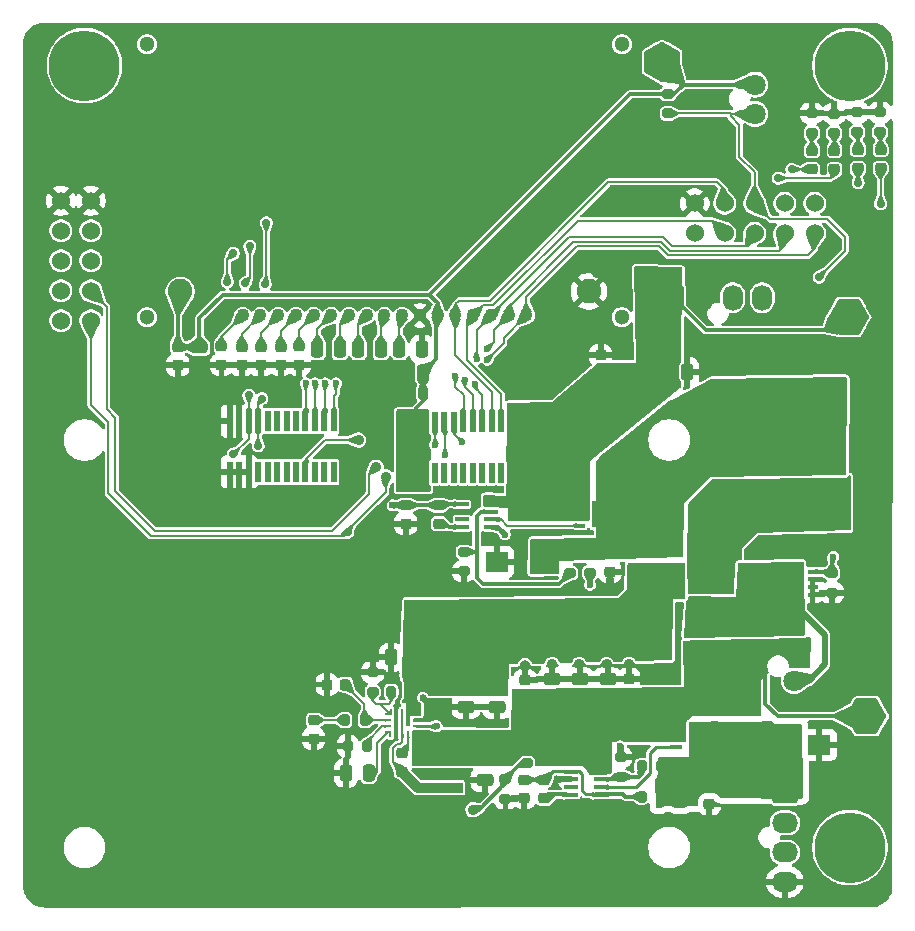
<source format=gbr>
%TF.GenerationSoftware,KiCad,Pcbnew,9.0.4*%
%TF.CreationDate,2025-10-24T18:09:52-05:00*%
%TF.ProjectId,PS-ChargerInterfacePCB,50532d43-6861-4726-9765-72496e746572,rev?*%
%TF.SameCoordinates,Original*%
%TF.FileFunction,Copper,L1,Top*%
%TF.FilePolarity,Positive*%
%FSLAX46Y46*%
G04 Gerber Fmt 4.6, Leading zero omitted, Abs format (unit mm)*
G04 Created by KiCad (PCBNEW 9.0.4) date 2025-10-24 18:09:52*
%MOMM*%
%LPD*%
G01*
G04 APERTURE LIST*
G04 Aperture macros list*
%AMRoundRect*
0 Rectangle with rounded corners*
0 $1 Rounding radius*
0 $2 $3 $4 $5 $6 $7 $8 $9 X,Y pos of 4 corners*
0 Add a 4 corners polygon primitive as box body*
4,1,4,$2,$3,$4,$5,$6,$7,$8,$9,$2,$3,0*
0 Add four circle primitives for the rounded corners*
1,1,$1+$1,$2,$3*
1,1,$1+$1,$4,$5*
1,1,$1+$1,$6,$7*
1,1,$1+$1,$8,$9*
0 Add four rect primitives between the rounded corners*
20,1,$1+$1,$2,$3,$4,$5,0*
20,1,$1+$1,$4,$5,$6,$7,0*
20,1,$1+$1,$6,$7,$8,$9,0*
20,1,$1+$1,$8,$9,$2,$3,0*%
%AMFreePoly0*
4,1,21,1.545000,0.775000,0.925000,0.775000,0.925000,0.525000,1.545000,0.525000,1.545000,0.125000,0.925000,0.125000,0.925000,-0.125000,1.545000,-0.125000,1.545000,-0.525000,0.925000,-0.525000,0.925000,-0.775000,1.545000,-0.775000,1.545000,-1.175000,0.925000,-1.175000,0.925000,-1.125000,-0.925000,-1.125000,-0.925000,1.125000,0.925000,1.125000,0.925000,1.175000,1.545000,1.175000,
1.545000,0.775000,1.545000,0.775000,$1*%
%AMFreePoly1*
4,1,7,1.500000,0.866025,1.500000,-0.866025,0.000000,-1.732051,-1.500000,-0.866025,-1.500000,0.866025,0.000000,1.732051,1.500000,0.866025,1.500000,0.866025,$1*%
G04 Aperture macros list end*
%TA.AperFunction,ComponentPad*%
%ADD10C,1.800000*%
%TD*%
%TA.AperFunction,SMDPad,CuDef*%
%ADD11RoundRect,0.200000X-0.275000X0.200000X-0.275000X-0.200000X0.275000X-0.200000X0.275000X0.200000X0*%
%TD*%
%TA.AperFunction,SMDPad,CuDef*%
%ADD12RoundRect,0.225000X-0.250000X0.225000X-0.250000X-0.225000X0.250000X-0.225000X0.250000X0.225000X0*%
%TD*%
%TA.AperFunction,SMDPad,CuDef*%
%ADD13RoundRect,0.200000X0.200000X0.275000X-0.200000X0.275000X-0.200000X-0.275000X0.200000X-0.275000X0*%
%TD*%
%TA.AperFunction,SMDPad,CuDef*%
%ADD14RoundRect,0.250000X0.250000X0.475000X-0.250000X0.475000X-0.250000X-0.475000X0.250000X-0.475000X0*%
%TD*%
%TA.AperFunction,ComponentPad*%
%ADD15RoundRect,0.250000X-0.850000X-0.600000X0.850000X-0.600000X0.850000X0.600000X-0.850000X0.600000X0*%
%TD*%
%TA.AperFunction,ComponentPad*%
%ADD16O,2.200000X1.700000*%
%TD*%
%TA.AperFunction,ComponentPad*%
%ADD17C,3.400000*%
%TD*%
%TA.AperFunction,ConnectorPad*%
%ADD18C,6.000000*%
%TD*%
%TA.AperFunction,SMDPad,CuDef*%
%ADD19RoundRect,0.225000X0.250000X-0.225000X0.250000X0.225000X-0.250000X0.225000X-0.250000X-0.225000X0*%
%TD*%
%TA.AperFunction,ComponentPad*%
%ADD20C,1.524000*%
%TD*%
%TA.AperFunction,SMDPad,CuDef*%
%ADD21RoundRect,0.218750X-0.256250X0.218750X-0.256250X-0.218750X0.256250X-0.218750X0.256250X0.218750X0*%
%TD*%
%TA.AperFunction,SMDPad,CuDef*%
%ADD22RoundRect,0.100000X-0.315000X-0.100000X0.315000X-0.100000X0.315000X0.100000X-0.315000X0.100000X0*%
%TD*%
%TA.AperFunction,SMDPad,CuDef*%
%ADD23FreePoly0,0.000000*%
%TD*%
%TA.AperFunction,SMDPad,CuDef*%
%ADD24RoundRect,0.250000X0.475000X-0.250000X0.475000X0.250000X-0.475000X0.250000X-0.475000X-0.250000X0*%
%TD*%
%TA.AperFunction,ConnectorPad*%
%ADD25FreePoly1,270.000000*%
%TD*%
%TA.AperFunction,SMDPad,CuDef*%
%ADD26RoundRect,0.225000X0.225000X0.250000X-0.225000X0.250000X-0.225000X-0.250000X0.225000X-0.250000X0*%
%TD*%
%TA.AperFunction,ConnectorPad*%
%ADD27FreePoly1,90.000000*%
%TD*%
%TA.AperFunction,SMDPad,CuDef*%
%ADD28R,0.550000X1.800000*%
%TD*%
%TA.AperFunction,SMDPad,CuDef*%
%ADD29RoundRect,0.250000X-0.475000X0.250000X-0.475000X-0.250000X0.475000X-0.250000X0.475000X0.250000X0*%
%TD*%
%TA.AperFunction,SMDPad,CuDef*%
%ADD30R,1.200000X0.450000*%
%TD*%
%TA.AperFunction,ComponentPad*%
%ADD31C,2.400000*%
%TD*%
%TA.AperFunction,SMDPad,CuDef*%
%ADD32RoundRect,0.200000X0.275000X-0.200000X0.275000X0.200000X-0.275000X0.200000X-0.275000X-0.200000X0*%
%TD*%
%TA.AperFunction,SMDPad,CuDef*%
%ADD33R,2.184400X1.625600*%
%TD*%
%TA.AperFunction,ComponentPad*%
%ADD34C,1.100000*%
%TD*%
%TA.AperFunction,ComponentPad*%
%ADD35C,2.085000*%
%TD*%
%TA.AperFunction,ComponentPad*%
%ADD36C,1.300000*%
%TD*%
%TA.AperFunction,SMDPad,CuDef*%
%ADD37RoundRect,0.100000X0.315000X0.100000X-0.315000X0.100000X-0.315000X-0.100000X0.315000X-0.100000X0*%
%TD*%
%TA.AperFunction,SMDPad,CuDef*%
%ADD38FreePoly0,180.000000*%
%TD*%
%TA.AperFunction,SMDPad,CuDef*%
%ADD39R,0.567408X0.203010*%
%TD*%
%TA.AperFunction,SMDPad,CuDef*%
%ADD40R,0.203200X0.556120*%
%TD*%
%TA.AperFunction,SMDPad,CuDef*%
%ADD41R,0.533400X0.254000*%
%TD*%
%TA.AperFunction,SMDPad,CuDef*%
%ADD42R,0.570166X0.203210*%
%TD*%
%TA.AperFunction,SMDPad,CuDef*%
%ADD43R,0.203200X0.556130*%
%TD*%
%TA.AperFunction,SMDPad,CuDef*%
%ADD44R,0.254000X1.346200*%
%TD*%
%TA.AperFunction,SMDPad,CuDef*%
%ADD45R,0.254000X2.409444*%
%TD*%
%TA.AperFunction,SMDPad,CuDef*%
%ADD46R,0.203200X0.556132*%
%TD*%
%TA.AperFunction,SMDPad,CuDef*%
%ADD47R,0.570166X0.203226*%
%TD*%
%TA.AperFunction,SMDPad,CuDef*%
%ADD48R,0.570166X0.203224*%
%TD*%
%TA.AperFunction,SMDPad,CuDef*%
%ADD49R,0.254000X0.533400*%
%TD*%
%TA.AperFunction,SMDPad,CuDef*%
%ADD50R,1.970000X1.670000*%
%TD*%
%TA.AperFunction,SMDPad,CuDef*%
%ADD51RoundRect,0.225000X-0.225000X-0.250000X0.225000X-0.250000X0.225000X0.250000X-0.225000X0.250000X0*%
%TD*%
%TA.AperFunction,ConnectorPad*%
%ADD52FreePoly1,180.000000*%
%TD*%
%TA.AperFunction,SMDPad,CuDef*%
%ADD53RoundRect,0.250000X-0.250000X-0.475000X0.250000X-0.475000X0.250000X0.475000X-0.250000X0.475000X0*%
%TD*%
%TA.AperFunction,SMDPad,CuDef*%
%ADD54R,3.251200X0.863600*%
%TD*%
%TA.AperFunction,SMDPad,CuDef*%
%ADD55R,1.625600X2.184400*%
%TD*%
%TA.AperFunction,ComponentPad*%
%ADD56RoundRect,0.250000X0.600000X-0.850000X0.600000X0.850000X-0.600000X0.850000X-0.600000X-0.850000X0*%
%TD*%
%TA.AperFunction,ComponentPad*%
%ADD57O,1.700000X2.200000*%
%TD*%
%TA.AperFunction,ViaPad*%
%ADD58C,0.900000*%
%TD*%
%TA.AperFunction,ViaPad*%
%ADD59C,0.600000*%
%TD*%
%TA.AperFunction,ViaPad*%
%ADD60C,0.700000*%
%TD*%
%TA.AperFunction,Conductor*%
%ADD61C,0.300000*%
%TD*%
%TA.AperFunction,Conductor*%
%ADD62C,0.500000*%
%TD*%
%TA.AperFunction,Conductor*%
%ADD63C,0.200000*%
%TD*%
%TA.AperFunction,Conductor*%
%ADD64C,0.250000*%
%TD*%
%TA.AperFunction,Conductor*%
%ADD65C,0.875000*%
%TD*%
G04 APERTURE END LIST*
D10*
%TO.P,J5,1,Pin_1*%
%TO.N,+3.3V*%
X124400000Y-47000000D03*
%TO.P,J5,2,Pin_2*%
%TO.N,/Estop*%
X124400000Y-49500000D03*
%TD*%
D11*
%TO.P,R15,1*%
%TO.N,GND*%
X134950000Y-49362500D03*
%TO.P,R15,2*%
%TO.N,Net-(D3-K)*%
X134950000Y-51012500D03*
%TD*%
D12*
%TO.P,C15,1*%
%TO.N,/12V_IN*%
X120500000Y-106375000D03*
%TO.P,C15,2*%
%TO.N,GND*%
X120500000Y-107925000D03*
%TD*%
D13*
%TO.P,R9,1*%
%TO.N,Net-(IC1-COMP)*%
X91325000Y-100800000D03*
%TO.P,R9,2*%
%TO.N,Net-(C4-Pad2)*%
X89675000Y-100800000D03*
%TD*%
D14*
%TO.P,C26,1*%
%TO.N,+3.3V*%
X96250000Y-71400000D03*
%TO.P,C26,2*%
%TO.N,GND*%
X94350000Y-71400000D03*
%TD*%
D15*
%TO.P,J1,1,Pin_1*%
%TO.N,/12V_IN*%
X126900000Y-107000000D03*
D16*
%TO.P,J1,2,Pin_2*%
%TO.N,/CAN_Elcon_+*%
X126900000Y-109500000D03*
%TO.P,J1,3,Pin_3*%
%TO.N,/CAN_Elcon_-*%
X126900000Y-112000000D03*
%TO.P,J1,4,Pin_4*%
%TO.N,GND*%
X126900000Y-114500000D03*
%TD*%
D17*
%TO.P,H1,1*%
%TO.N,N/C*%
X67600000Y-45400000D03*
D18*
X67600000Y-45400000D03*
%TD*%
D19*
%TO.P,C4,1*%
%TO.N,GND*%
X87000000Y-102375000D03*
%TO.P,C4,2*%
%TO.N,Net-(C4-Pad2)*%
X87000000Y-100825000D03*
%TD*%
%TO.P,C23,1*%
%TO.N,+12V*%
X113690770Y-98875000D03*
%TO.P,C23,2*%
%TO.N,GND*%
X113690770Y-97325000D03*
%TD*%
D20*
%TO.P,J2,1,GND*%
%TO.N,GND*%
X119260000Y-57060000D03*
%TO.P,J2,2,GND*%
X119260000Y-59600000D03*
%TO.P,J2,3,CH7*%
%TO.N,/Display_MOSI*%
X121800000Y-57060000D03*
%TO.P,J2,4,CH6*%
%TO.N,/Display_SCLK*%
X121800000Y-59600000D03*
%TO.P,J2,5,CH5*%
%TO.N,/Estop*%
X124340000Y-57060000D03*
%TO.P,J2,6,CH4*%
%TO.N,/Display_MISO*%
X124340000Y-59600000D03*
%TO.P,J2,7,CH3*%
%TO.N,unconnected-(J2-CH3-Pad7)*%
X126880000Y-57060000D03*
%TO.P,J2,8,CH2*%
%TO.N,/Display_RES*%
X126880000Y-59600000D03*
%TO.P,J2,9,CH1*%
%TO.N,unconnected-(J2-CH1-Pad9)*%
X129420000Y-57060000D03*
%TO.P,J2,10,CH0*%
%TO.N,/Display_NSS*%
X129420000Y-59600000D03*
%TD*%
D21*
%TO.P,D6,1,K*%
%TO.N,Net-(D6-K)*%
X129200000Y-52612500D03*
%TO.P,D6,2,A*%
%TO.N,/LED_HEART*%
X129200000Y-54187500D03*
%TD*%
D22*
%TO.P,Q1,1,S*%
%TO.N,+12V*%
X117760000Y-101125000D03*
X117760000Y-101775000D03*
X117760000Y-102425000D03*
%TO.P,Q1,2,G*%
%TO.N,Net-(IC2-GATE)*%
X117760000Y-103075000D03*
D23*
%TO.P,Q1,3,D*%
%TO.N,/12V_IN*%
X119700000Y-102100000D03*
%TD*%
D24*
%TO.P,C12,1*%
%TO.N,+12V*%
X109550000Y-99250000D03*
%TO.P,C12,2*%
%TO.N,GND*%
X109550000Y-97350000D03*
%TD*%
D10*
%TO.P,J6,1,Pin_1*%
%TO.N,+12V*%
X127655000Y-95000000D03*
%TO.P,J6,2,Pin_2*%
%TO.N,/Buzzer/Buzz_Post_Diodes*%
X127655000Y-97500000D03*
%TD*%
D17*
%TO.P,H2,1*%
%TO.N,N/C*%
X132400000Y-45400000D03*
D18*
X132400000Y-45400000D03*
%TD*%
D25*
%TO.P,TP_12V1,1,1*%
%TO.N,+12V*%
X133807222Y-100491359D03*
%TD*%
D26*
%TO.P,C27,1*%
%TO.N,+3.3V*%
X96283760Y-73134051D03*
%TO.P,C27,2*%
%TO.N,GND*%
X94733760Y-73134051D03*
%TD*%
D14*
%TO.P,C28,1*%
%TO.N,Net-(DS1-C2+)*%
X89225000Y-69415000D03*
%TO.P,C28,2*%
%TO.N,Net-(DS1-C2-)*%
X87325000Y-69415000D03*
%TD*%
D25*
%TO.P,TP_GND1,1,1*%
%TO.N,GND*%
X64400000Y-49600000D03*
%TD*%
D27*
%TO.P,TP_24V1,1,1*%
%TO.N,+24V*%
X132300000Y-66700000D03*
%TD*%
D28*
%TO.P,U1,1,+3.3V*%
%TO.N,+3.3V*%
X95663911Y-79850002D03*
%TO.P,U1,2,+3.3V*%
X95663910Y-75550061D03*
%TO.P,U1,3,+3.3V*%
X96463910Y-79850061D03*
%TO.P,U1,4,+3.3V*%
X96463910Y-75550000D03*
%TO.P,U1,5,I2C4_SDA*%
%TO.N,unconnected-(U1A-I2C4_SDA-Pad5)*%
X97263910Y-79850061D03*
%TO.P,U1,6,IntCAN_H*%
%TO.N,/CAN_Elcon_+*%
X97263911Y-75550000D03*
%TO.P,U1,7,I2C4_SCL*%
%TO.N,unconnected-(U1A-I2C4_SCL-Pad7)*%
X98063910Y-79850061D03*
%TO.P,U1,8,IntCAN_L*%
%TO.N,/CAN_Elcon_-*%
X98063909Y-75550000D03*
%TO.P,U1,9,I2C3_SDA*%
%TO.N,unconnected-(U1A-I2C3_SDA-Pad9)*%
X98863910Y-79850061D03*
%TO.P,U1,10,ADC2_IN12*%
%TO.N,/BuzzPWM*%
X98863910Y-75550000D03*
%TO.P,U1,11,I2C3_SCL*%
%TO.N,unconnected-(U1A-I2C3_SCL-Pad11)*%
X99663910Y-79850061D03*
%TO.P,U1,12,ADC1_IN11*%
%TO.N,/Display_RES*%
X99663908Y-75550000D03*
%TO.P,U1,13,UART5_TX*%
%TO.N,unconnected-(U1A-UART5_TX-Pad13)*%
X100463910Y-79850061D03*
%TO.P,U1,14,SPI2_MISO*%
%TO.N,/Display_MISO*%
X100463909Y-75550000D03*
%TO.P,U1,15,UART5_RX*%
%TO.N,unconnected-(U1A-UART5_RX-Pad15)*%
X101263910Y-79850061D03*
%TO.P,U1,16,SPI2_NSS*%
%TO.N,/Display_NSS*%
X101263910Y-75550000D03*
%TO.P,U1,17,USART1_TX*%
%TO.N,unconnected-(U1A-USART1_TX-Pad17)*%
X102063909Y-79850002D03*
%TO.P,U1,18,SPI2_MOSI*%
%TO.N,/Display_MOSI*%
X102063909Y-75550000D03*
%TO.P,U1,19,USART1_RX*%
%TO.N,unconnected-(U1A-USART1_RX-Pad19)*%
X102863909Y-79850002D03*
%TO.P,U1,20,SPI2_SCK*%
%TO.N,/Display_SCLK*%
X102863909Y-75550000D03*
%TO.P,U1,21,24VExt*%
%TO.N,+24V*%
X103663908Y-79850002D03*
%TO.P,U1,22,24VExt*%
X103663908Y-75550000D03*
%TO.P,U1,23,24VExt*%
X104463909Y-79850002D03*
%TO.P,U1,24,24VExt*%
X104463909Y-75550000D03*
%TO.P,U1,25,GND*%
%TO.N,GND*%
X79909933Y-79800002D03*
%TO.P,U1,26,GND*%
X79909933Y-75500000D03*
%TO.P,U1,27,GND*%
X80709932Y-79800002D03*
%TO.P,U1,28,GND*%
X80709932Y-75500000D03*
%TO.P,U1,29,GND*%
X81509933Y-79800002D03*
%TO.P,U1,30,CarCAN_H*%
%TO.N,/CAN_Car_+*%
X81509933Y-75500000D03*
%TO.P,U1,31,ADC1_IN12*%
%TO.N,unconnected-(U1B-ADC1_IN12-Pad31)*%
X82309931Y-79800002D03*
%TO.P,U1,32,CarCAN_L*%
%TO.N,/CAN_Car_-*%
X82309931Y-75500000D03*
%TO.P,U1,33,ADC1_IN15*%
%TO.N,unconnected-(U1B-ADC1_IN15-Pad33)*%
X83109932Y-79800002D03*
%TO.P,U1,34,UART4_TX*%
%TO.N,unconnected-(U1B-UART4_TX-Pad34)*%
X83109932Y-75500000D03*
%TO.P,U1,35,OPAMP5_VINM*%
%TO.N,unconnected-(U1B-OPAMP5_VINM-Pad35)*%
X83909930Y-79800002D03*
%TO.P,U1,36,UART4_RX*%
%TO.N,unconnected-(U1B-UART4_RX-Pad36)*%
X83909930Y-75500000D03*
%TO.P,U1,37,+3.3VA*%
%TO.N,unconnected-(U1B-+3.3VA-Pad37)*%
X84709931Y-79800002D03*
%TO.P,U1,38,GNDA*%
%TO.N,unconnected-(U1B-GNDA-Pad38)*%
X84709931Y-75500000D03*
%TO.P,U1,39,ADC1_IN3*%
%TO.N,unconnected-(U1B-ADC1_IN3-Pad39)*%
X85509932Y-79800002D03*
%TO.P,U1,40,ADC1_IN7*%
%TO.N,unconnected-(U1B-ADC1_IN7-Pad40)*%
X85509932Y-75500000D03*
%TO.P,U1,41,ADC1_IN2*%
%TO.N,/Estop*%
X86309931Y-79800002D03*
%TO.P,U1,42,SPI3_MISO*%
%TO.N,/LED_HV*%
X86309931Y-75500000D03*
%TO.P,U1,43,ADC1_IN1*%
%TO.N,unconnected-(U1B-ADC1_IN1-Pad43)*%
X87109931Y-79800002D03*
%TO.P,U1,44,SPI3_NSS*%
%TO.N,/LED_FAULT*%
X87109931Y-75500000D03*
%TO.P,U1,45,ADC1_IN8*%
%TO.N,unconnected-(U1B-ADC1_IN8-Pad45)*%
X87909930Y-79800002D03*
%TO.P,U1,46,SPI3_MOSI*%
%TO.N,/LED_CHARGE*%
X87909930Y-75500000D03*
%TO.P,U1,47,ADC1_IN6*%
%TO.N,unconnected-(U1B-ADC1_IN6-Pad47)*%
X88709931Y-79800002D03*
%TO.P,U1,48,SPI3_SCK*%
%TO.N,/LED_HEART*%
X88709931Y-75500000D03*
%TD*%
D13*
%TO.P,R12,1*%
%TO.N,/12V_IN*%
X116430685Y-107284095D03*
%TO.P,R12,2*%
%TO.N,/Power12V/RPP_EN*%
X114780685Y-107284095D03*
%TD*%
D19*
%TO.P,C20,1*%
%TO.N,+24V*%
X111300000Y-71475000D03*
%TO.P,C20,2*%
%TO.N,GND*%
X111300000Y-69925000D03*
%TD*%
D29*
%TO.P,C8,1*%
%TO.N,/12V-24V Boost Converter/24VOut_B4Diodes*%
X99900000Y-97800000D03*
%TO.P,C8,2*%
%TO.N,GND*%
X99900000Y-99700000D03*
%TD*%
D30*
%TO.P,IC3,1,EN/UVLO*%
%TO.N,/Power24V/RPP_EN*%
X99550000Y-82525000D03*
%TO.P,IC3,2,GND*%
%TO.N,GND*%
X99550000Y-83175000D03*
%TO.P,IC3,3,N.C*%
%TO.N,unconnected-(IC3-N.C-Pad3)*%
X99550000Y-83825000D03*
%TO.P,IC3,4,VCAP*%
%TO.N,Net-(IC3-VCAP)*%
X99550000Y-84475000D03*
%TO.P,IC3,5,VS*%
%TO.N,/Power24V/RPP_EN*%
X102050000Y-84475000D03*
%TO.P,IC3,6,GATE*%
%TO.N,Net-(IC3-GATE)*%
X102050000Y-83825000D03*
%TO.P,IC3,7,OV*%
%TO.N,/Power24V/OV*%
X102050000Y-83175000D03*
%TO.P,IC3,8,SRC*%
%TO.N,+24V*%
X102050000Y-82525000D03*
%TD*%
D31*
%TO.P,U2,1,1*%
%TO.N,/12V-24V Boost Converter/24V_Out_Fuse*%
X130730100Y-83064670D03*
%TO.P,U2,2,2*%
X127330100Y-83064670D03*
%TO.P,U2,3,3*%
%TO.N,/24V_OUT*%
X130730100Y-73144670D03*
%TO.P,U2,4,4*%
X127330100Y-73144670D03*
%TD*%
D32*
%TO.P,R11,1*%
%TO.N,Net-(IC1-FB_1)*%
X92000000Y-98425000D03*
%TO.P,R11,2*%
%TO.N,GND*%
X92000000Y-96775000D03*
%TD*%
D14*
%TO.P,C6,1*%
%TO.N,/12V-24V Boost Converter/24VOut_B4Diodes*%
X95450000Y-95500000D03*
%TO.P,C6,2*%
%TO.N,GND*%
X93550000Y-95500000D03*
%TD*%
D19*
%TO.P,C16,1*%
%TO.N,GND*%
X94800000Y-84175000D03*
%TO.P,C16,2*%
%TO.N,/Power24V/RPP_EN*%
X94800000Y-82625000D03*
%TD*%
D33*
%TO.P,D1,1,K*%
%TO.N,/12V-24V Boost Converter/24V_Out_Fuse*%
X119900000Y-89000000D03*
%TO.P,D1,2,A*%
%TO.N,/12V-24V Boost Converter/24VOut_B4Diodes*%
X117029800Y-89000000D03*
%TD*%
D19*
%TO.P,C35,1*%
%TO.N,GND*%
X79200000Y-70725000D03*
%TO.P,C35,2*%
%TO.N,Net-(DS1-V0)*%
X79200000Y-69175000D03*
%TD*%
D20*
%TO.P,J4,1,GND*%
%TO.N,GND*%
X68140000Y-56840000D03*
%TO.P,J4,2,GND*%
X65600000Y-56840000D03*
%TO.P,J4,3,CH7*%
%TO.N,/LED_CHARGE*%
X68140000Y-59380000D03*
%TO.P,J4,4,CH6*%
%TO.N,/LED_HEART*%
X65600000Y-59380000D03*
%TO.P,J4,5,CH5*%
%TO.N,/LED_HV*%
X68140000Y-61920000D03*
%TO.P,J4,6,CH4*%
%TO.N,/LED_FAULT*%
X65600000Y-61920000D03*
%TO.P,J4,7,CH3*%
%TO.N,/CAN_Elcon_+*%
X68140000Y-64460000D03*
%TO.P,J4,8,CH2*%
%TO.N,/CAN_Car_-*%
X65600000Y-64460000D03*
%TO.P,J4,9,CH1*%
%TO.N,/CAN_Elcon_-*%
X68140000Y-67000000D03*
%TO.P,J4,10,CH0*%
%TO.N,/CAN_Car_+*%
X65600000Y-67000000D03*
%TD*%
D29*
%TO.P,C9,1*%
%TO.N,/12V-24V Boost Converter/24VOut_B4Diodes*%
X97500000Y-97800000D03*
%TO.P,C9,2*%
%TO.N,GND*%
X97500000Y-99700000D03*
%TD*%
D34*
%TO.P,DS1,1,V0*%
%TO.N,Net-(DS1-V0)*%
X81000000Y-66550000D03*
%TO.P,DS1,2,V1*%
%TO.N,Net-(DS1-V1)*%
X82500000Y-66550000D03*
%TO.P,DS1,3,V2*%
%TO.N,Net-(DS1-V2)*%
X84000000Y-66550000D03*
%TO.P,DS1,4,V3*%
%TO.N,Net-(DS1-V3)*%
X85500000Y-66550000D03*
%TO.P,DS1,5,V4*%
%TO.N,Net-(DS1-V4)*%
X87000000Y-66550000D03*
%TO.P,DS1,6,C2-*%
%TO.N,Net-(DS1-C2-)*%
X88500000Y-66550000D03*
%TO.P,DS1,7,C2+*%
%TO.N,Net-(DS1-C2+)*%
X90000000Y-66550000D03*
%TO.P,DS1,8,C1+*%
%TO.N,Net-(DS1-C1+)*%
X91500000Y-66550000D03*
%TO.P,DS1,9,C1-*%
%TO.N,Net-(DS1-C1-)*%
X93000000Y-66550000D03*
%TO.P,DS1,10,VOUT*%
%TO.N,Net-(DS1-VOUT)*%
X94500000Y-66550000D03*
%TO.P,DS1,11,VSS*%
%TO.N,GND*%
X96000000Y-66550000D03*
%TO.P,DS1,12,VDD*%
%TO.N,+3.3V*%
X97500000Y-66550000D03*
%TO.P,DS1,13,SI*%
%TO.N,/Display_MOSI*%
X99000000Y-66550000D03*
%TO.P,DS1,14,SCL*%
%TO.N,/Display_SCLK*%
X100500000Y-66550000D03*
%TO.P,DS1,15,A0*%
%TO.N,/Display_MISO*%
X102000000Y-66550000D03*
%TO.P,DS1,16,~{RES}*%
%TO.N,/Display_RES*%
X103500000Y-66550000D03*
%TO.P,DS1,17,CS1B*%
%TO.N,/Display_NSS*%
X105000000Y-66550000D03*
D35*
%TO.P,DS1,A1,A*%
%TO.N,+3.3V*%
X75700000Y-64510000D03*
%TO.P,DS1,K1,K*%
%TO.N,GND*%
X110300000Y-64510000D03*
D36*
%TO.P,DS1,MH1,MH1*%
%TO.N,unconnected-(DS1-PadMH1)*%
X72900000Y-66700000D03*
%TO.P,DS1,MH2,MH2*%
%TO.N,unconnected-(DS1-PadMH2)*%
X113100000Y-66700000D03*
%TO.P,DS1,MH3,MH3*%
%TO.N,unconnected-(DS1-PadMH3)*%
X113100000Y-43600000D03*
%TO.P,DS1,MH4,MH4*%
%TO.N,unconnected-(DS1-PadMH4)*%
X72900000Y-43600000D03*
%TD*%
D29*
%TO.P,C24,1*%
%TO.N,+3.3V*%
X77330697Y-69245243D03*
%TO.P,C24,2*%
%TO.N,GND*%
X77330697Y-71145243D03*
%TD*%
D37*
%TO.P,Q3,1,S*%
%TO.N,GND*%
X129263968Y-90187007D03*
X129263968Y-89537007D03*
X129263968Y-88887007D03*
%TO.P,Q3,2,G*%
%TO.N,/BuzzPWM*%
X129263968Y-88237007D03*
D38*
%TO.P,Q3,3,D*%
%TO.N,/Buzzer/Buzz_Post_Diodes*%
X127323968Y-89212007D03*
%TD*%
D24*
%TO.P,C13,1*%
%TO.N,+12V*%
X107200000Y-99200000D03*
%TO.P,C13,2*%
%TO.N,GND*%
X107200000Y-97300000D03*
%TD*%
D12*
%TO.P,C11,1*%
%TO.N,/Power12V/RPP_EN*%
X106541625Y-105884095D03*
%TO.P,C11,2*%
%TO.N,Net-(IC2-VCAP)*%
X106541625Y-107434095D03*
%TD*%
D11*
%TO.P,R17,1*%
%TO.N,GND*%
X131080000Y-49455000D03*
%TO.P,R17,2*%
%TO.N,Net-(D5-K)*%
X131080000Y-51105000D03*
%TD*%
D19*
%TO.P,C31,1*%
%TO.N,GND*%
X85775000Y-70715000D03*
%TO.P,C31,2*%
%TO.N,Net-(DS1-V4)*%
X85775000Y-69165000D03*
%TD*%
D39*
%TO.P,IC1,1,VIN_1*%
%TO.N,+12V*%
X95682104Y-101823445D03*
D40*
X95500000Y-102000000D03*
D41*
%TO.P,IC1,2,EN/UVLO*%
%TO.N,Net-(IC1-EN{slash}UVLO)*%
X95690500Y-101323414D03*
%TO.P,IC1,3,MODE*%
%TO.N,GND*%
X95690500Y-100823288D03*
D42*
%TO.P,IC1,4,VSENSE_1*%
%TO.N,/12V-24V Boost Converter/24VOut_B4Diodes*%
X95683483Y-100309505D03*
D43*
X95500000Y-100133045D03*
D44*
%TO.P,IC1,5,VOUT*%
X95003176Y-100528089D03*
D45*
%TO.P,IC1,6,SW*%
%TO.N,Net-(IC1-SW)*%
X94503050Y-101073351D03*
D44*
%TO.P,IC1,7,PGND*%
%TO.N,GND*%
X94002924Y-100528089D03*
D46*
%TO.P,IC1,8,FB_1*%
%TO.N,Net-(IC1-FB_1)*%
X93517530Y-100133044D03*
D47*
X93334047Y-100309497D03*
D41*
%TO.P,IC1,9,COMP*%
%TO.N,Net-(IC1-COMP)*%
X93315600Y-100823288D03*
%TO.P,IC1,10,ILIM*%
%TO.N,Net-(IC1-ILIM)*%
X93315600Y-101323414D03*
D46*
%TO.P,IC1,11,VCC_1*%
%TO.N,Net-(IC1-VCC_1)*%
X93502798Y-101999993D03*
D48*
X93319315Y-101823469D03*
D49*
%TO.P,IC1,12,AGND*%
%TO.N,GND*%
X94002924Y-102011373D03*
%TO.P,IC1,13,BOOT*%
%TO.N,Net-(IC1-BOOT)*%
X95003176Y-102011373D03*
%TD*%
D24*
%TO.P,C22,1*%
%TO.N,+12V*%
X111890770Y-99250000D03*
%TO.P,C22,2*%
%TO.N,GND*%
X111890770Y-97350000D03*
%TD*%
D21*
%TO.P,D3,1,K*%
%TO.N,Net-(D3-K)*%
X135000000Y-52525000D03*
%TO.P,D3,2,A*%
%TO.N,/LED_HV*%
X135000000Y-54100000D03*
%TD*%
D11*
%TO.P,R2,1*%
%TO.N,/Power24V/OV*%
X99700000Y-86575000D03*
%TO.P,R2,2*%
%TO.N,GND*%
X99700000Y-88225000D03*
%TD*%
D50*
%TO.P,Z1,1,K*%
%TO.N,/24V_OUT*%
X106538403Y-87396426D03*
%TO.P,Z1,2,A*%
%TO.N,GND*%
X102488403Y-87396426D03*
%TD*%
D29*
%TO.P,C1,1*%
%TO.N,+12V*%
X101499225Y-103970059D03*
%TO.P,C1,2*%
%TO.N,GND*%
X101499225Y-105870059D03*
%TD*%
D17*
%TO.P,H3,1*%
%TO.N,N/C*%
X132400000Y-111600000D03*
D18*
X132400000Y-111600000D03*
%TD*%
D14*
%TO.P,C30,1*%
%TO.N,GND*%
X96164965Y-69405137D03*
%TO.P,C30,2*%
%TO.N,Net-(DS1-VOUT)*%
X94264965Y-69405137D03*
%TD*%
D21*
%TO.P,D5,1,K*%
%TO.N,Net-(D5-K)*%
X131100000Y-52612500D03*
%TO.P,D5,2,A*%
%TO.N,/LED_CHARGE*%
X131100000Y-54187500D03*
%TD*%
D51*
%TO.P,C3,1*%
%TO.N,GND*%
X88125000Y-97800000D03*
%TO.P,C3,2*%
%TO.N,Net-(IC1-COMP)*%
X89675000Y-97800000D03*
%TD*%
D13*
%TO.P,R4,1*%
%TO.N,/12V_IN*%
X116416625Y-104734095D03*
%TO.P,R4,2*%
%TO.N,/Power12V/OV*%
X114766625Y-104734095D03*
%TD*%
D19*
%TO.P,C5,1*%
%TO.N,Net-(IC1-SW)*%
X94500000Y-105175000D03*
%TO.P,C5,2*%
%TO.N,Net-(IC1-BOOT)*%
X94500000Y-103625000D03*
%TD*%
D11*
%TO.P,R1,1*%
%TO.N,/24V_OUT*%
X108700000Y-86716865D03*
%TO.P,R1,2*%
%TO.N,/Power24V/OV*%
X108700000Y-88366865D03*
%TD*%
D12*
%TO.P,C21,1*%
%TO.N,/24V_OUT*%
X112100000Y-86725000D03*
%TO.P,C21,2*%
%TO.N,GND*%
X112100000Y-88275000D03*
%TD*%
D24*
%TO.P,C19,1*%
%TO.N,+24V*%
X113350000Y-71500000D03*
%TO.P,C19,2*%
%TO.N,GND*%
X113350000Y-69600000D03*
%TD*%
D12*
%TO.P,C17,1*%
%TO.N,/Power24V/RPP_EN*%
X97600000Y-82625000D03*
%TO.P,C17,2*%
%TO.N,Net-(IC3-VCAP)*%
X97600000Y-84175000D03*
%TD*%
D11*
%TO.P,R18,1*%
%TO.N,GND*%
X129175000Y-49430000D03*
%TO.P,R18,2*%
%TO.N,Net-(D6-K)*%
X129175000Y-51080000D03*
%TD*%
D52*
%TO.P,TP_3V1,1,1*%
%TO.N,+3.3V*%
X116500000Y-45100000D03*
%TD*%
D21*
%TO.P,D4,1,K*%
%TO.N,Net-(D4-K)*%
X133100000Y-52512500D03*
%TO.P,D4,2,A*%
%TO.N,/LED_FAULT*%
X133100000Y-54087500D03*
%TD*%
D53*
%TO.P,C2,1*%
%TO.N,GND*%
X89750000Y-105300000D03*
%TO.P,C2,2*%
%TO.N,Net-(IC1-VCC_1)*%
X91650000Y-105300000D03*
%TD*%
D54*
%TO.P,L1,1,1*%
%TO.N,+12V*%
X98000000Y-103853800D03*
%TO.P,L1,2,2*%
%TO.N,Net-(IC1-SW)*%
X98000000Y-106546200D03*
%TD*%
D53*
%TO.P,C29,1*%
%TO.N,Net-(DS1-C1+)*%
X90792480Y-69414775D03*
%TO.P,C29,2*%
%TO.N,Net-(DS1-C1-)*%
X92692480Y-69414775D03*
%TD*%
D11*
%TO.P,R16,1*%
%TO.N,GND*%
X133025000Y-49350000D03*
%TO.P,R16,2*%
%TO.N,Net-(D4-K)*%
X133025000Y-51000000D03*
%TD*%
%TO.P,R7,1*%
%TO.N,Net-(IC1-EN{slash}UVLO)*%
X103241625Y-105809095D03*
%TO.P,R7,2*%
%TO.N,GND*%
X103241625Y-107459095D03*
%TD*%
D55*
%TO.P,D2,1,K*%
%TO.N,+12V*%
X119400000Y-95649300D03*
%TO.P,D2,2,A*%
%TO.N,/Buzzer/Buzz_Post_Diodes*%
X119400000Y-92779100D03*
%TD*%
D22*
%TO.P,Q2,1,S*%
%TO.N,+24V*%
X109580000Y-82399000D03*
X109580000Y-83049000D03*
X109580000Y-83699000D03*
%TO.P,Q2,2,G*%
%TO.N,Net-(IC3-GATE)*%
X109580000Y-84349000D03*
D23*
%TO.P,Q2,3,D*%
%TO.N,/24V_OUT*%
X111520000Y-83374000D03*
%TD*%
D32*
%TO.P,R5,1*%
%TO.N,/Power12V/OV*%
X112991625Y-105609095D03*
%TO.P,R5,2*%
%TO.N,GND*%
X112991625Y-103959095D03*
%TD*%
D19*
%TO.P,C10,1*%
%TO.N,GND*%
X104841625Y-107409095D03*
%TO.P,C10,2*%
%TO.N,/Power12V/RPP_EN*%
X104841625Y-105859095D03*
%TD*%
D11*
%TO.P,R13,1*%
%TO.N,/24V_OUT*%
X110400000Y-86675000D03*
%TO.P,R13,2*%
%TO.N,/Power24V/RPP_EN*%
X110400000Y-88325000D03*
%TD*%
%TO.P,R6,1*%
%TO.N,+12V*%
X105041625Y-102809095D03*
%TO.P,R6,2*%
%TO.N,Net-(IC1-EN{slash}UVLO)*%
X105041625Y-104459095D03*
%TD*%
D13*
%TO.P,R10,1*%
%TO.N,/12V-24V Boost Converter/24VOut_B4Diodes*%
X95225000Y-98400000D03*
%TO.P,R10,2*%
%TO.N,Net-(IC1-FB_1)*%
X93575000Y-98400000D03*
%TD*%
D19*
%TO.P,C32,1*%
%TO.N,GND*%
X84200000Y-70740000D03*
%TO.P,C32,2*%
%TO.N,Net-(DS1-V3)*%
X84200000Y-69190000D03*
%TD*%
D56*
%TO.P,J3,1,24V*%
%TO.N,+24V*%
X117475000Y-65045000D03*
D57*
%TO.P,J3,2,GND*%
%TO.N,GND*%
X119975000Y-65045000D03*
%TO.P,J3,3,CAN_H*%
%TO.N,/CAN_Car_+*%
X122475000Y-65045000D03*
%TO.P,J3,4,CAN_L*%
%TO.N,/CAN_Car_-*%
X124975000Y-65045000D03*
%TD*%
D50*
%TO.P,Z2,1,K*%
%TO.N,/12V_IN*%
X125746504Y-102903878D03*
%TO.P,Z2,2,A*%
%TO.N,GND*%
X129796504Y-102903878D03*
%TD*%
D12*
%TO.P,C25,1*%
%TO.N,+3.3V*%
X75500000Y-69225000D03*
%TO.P,C25,2*%
%TO.N,GND*%
X75500000Y-70775000D03*
%TD*%
D11*
%TO.P,R3,1*%
%TO.N,+3.3V*%
X117000000Y-47800000D03*
%TO.P,R3,2*%
%TO.N,/Estop*%
X117000000Y-49450000D03*
%TD*%
D19*
%TO.P,C34,1*%
%TO.N,GND*%
X80900000Y-70750000D03*
%TO.P,C34,2*%
%TO.N,Net-(DS1-V1)*%
X80900000Y-69200000D03*
%TD*%
%TO.P,C14,1*%
%TO.N,+12V*%
X104900000Y-98975000D03*
%TO.P,C14,2*%
%TO.N,GND*%
X104900000Y-97425000D03*
%TD*%
D29*
%TO.P,C7,1*%
%TO.N,/12V-24V Boost Converter/24VOut_B4Diodes*%
X102500000Y-97800000D03*
%TO.P,C7,2*%
%TO.N,GND*%
X102500000Y-99700000D03*
%TD*%
D30*
%TO.P,IC2,1,EN/UVLO*%
%TO.N,/Power12V/RPP_EN*%
X108791625Y-105184095D03*
%TO.P,IC2,2,GND*%
%TO.N,GND*%
X108791625Y-105834095D03*
%TO.P,IC2,3,N.C*%
%TO.N,unconnected-(IC2-N.C-Pad3)*%
X108791625Y-106484095D03*
%TO.P,IC2,4,VCAP*%
%TO.N,Net-(IC2-VCAP)*%
X108791625Y-107134095D03*
%TO.P,IC2,5,VS*%
%TO.N,/Power12V/RPP_EN*%
X111291625Y-107134095D03*
%TO.P,IC2,6,GATE*%
%TO.N,Net-(IC2-GATE)*%
X111291625Y-106484095D03*
%TO.P,IC2,7,OV*%
%TO.N,/Power12V/OV*%
X111291625Y-105834095D03*
%TO.P,IC2,8,SRC*%
%TO.N,+12V*%
X111291625Y-105184095D03*
%TD*%
D19*
%TO.P,C33,1*%
%TO.N,GND*%
X82525000Y-70765000D03*
%TO.P,C33,2*%
%TO.N,Net-(DS1-V2)*%
X82525000Y-69215000D03*
%TD*%
D13*
%TO.P,R8,1*%
%TO.N,Net-(IC1-ILIM)*%
X91525000Y-103000000D03*
%TO.P,R8,2*%
%TO.N,GND*%
X89875000Y-103000000D03*
%TD*%
D32*
%TO.P,R14,1*%
%TO.N,GND*%
X130900000Y-90025000D03*
%TO.P,R14,2*%
%TO.N,/BuzzPWM*%
X130900000Y-88375000D03*
%TD*%
D53*
%TO.P,C18,1*%
%TO.N,+24V*%
X116750000Y-71325000D03*
%TO.P,C18,2*%
%TO.N,GND*%
X118650000Y-71325000D03*
%TD*%
D58*
%TO.N,GND*%
X107000000Y-59000000D03*
X109000000Y-51000000D03*
X93400000Y-92900000D03*
X96200000Y-87800000D03*
X93400000Y-89000000D03*
X95100000Y-86700000D03*
X71000000Y-85000000D03*
X85000000Y-83600000D03*
X71000000Y-66000000D03*
X89000000Y-95000000D03*
X127800000Y-66700000D03*
X71000000Y-70000000D03*
X73000000Y-87000000D03*
X129000000Y-43000000D03*
X107900000Y-63500000D03*
X117000000Y-53000000D03*
X111800000Y-96100000D03*
D59*
X93100000Y-104200000D03*
D58*
X65000000Y-81000000D03*
X90000000Y-63800000D03*
D59*
X99900000Y-101000000D03*
D58*
X77000000Y-83600000D03*
X91000000Y-109000000D03*
X91000000Y-89000000D03*
X75000000Y-87000000D03*
X103600000Y-72000000D03*
X131800000Y-56200000D03*
X113000000Y-63000000D03*
X91000000Y-91000000D03*
X87000000Y-107000000D03*
X79000000Y-87000000D03*
X111000000Y-53000000D03*
X71000000Y-72000000D03*
X75000000Y-80000000D03*
X89000000Y-82000000D03*
X115000000Y-109000000D03*
X73000000Y-64000000D03*
X86000000Y-63800000D03*
X105500000Y-68900000D03*
X77000000Y-82000000D03*
X79000000Y-82000000D03*
X109500000Y-96100000D03*
X77000000Y-87000000D03*
X83000000Y-83600000D03*
X107000000Y-57000000D03*
X83000000Y-82000000D03*
X69000000Y-83000000D03*
X103600000Y-70400000D03*
X93000000Y-107000000D03*
X135000000Y-61000000D03*
X75000000Y-83600000D03*
X107000000Y-53000000D03*
X97000000Y-109000000D03*
X117000000Y-51000000D03*
X73000000Y-74000000D03*
X113000000Y-65000000D03*
X75000000Y-82000000D03*
X111000000Y-49000000D03*
X79000000Y-83600000D03*
X72000000Y-80000000D03*
X113000000Y-109000000D03*
X81000000Y-82000000D03*
X93000000Y-109000000D03*
X67000000Y-81000000D03*
X81000000Y-87000000D03*
X89000000Y-93000000D03*
X89000000Y-87000000D03*
X91000000Y-107000000D03*
X107200000Y-96100000D03*
X115000000Y-51000000D03*
X109000000Y-109000000D03*
X105500000Y-70400000D03*
X131800000Y-62900000D03*
X89000000Y-89000000D03*
X104600000Y-85100000D03*
X88000000Y-63800000D03*
X119000000Y-109000000D03*
X67000000Y-83000000D03*
X105000000Y-59000000D03*
X73000000Y-70000000D03*
X111000000Y-55000000D03*
D59*
X96267183Y-98915305D03*
D58*
X115000000Y-53000000D03*
X87000000Y-87000000D03*
X111000000Y-109000000D03*
X89000000Y-107000000D03*
X132800000Y-61800000D03*
X95000000Y-109000000D03*
X89000000Y-109000000D03*
X93400000Y-90900000D03*
X113000000Y-51000000D03*
X72900000Y-81800000D03*
X87000000Y-82000000D03*
X111000000Y-63000000D03*
X135000000Y-63000000D03*
X91000000Y-95000000D03*
X91000000Y-93000000D03*
X71000000Y-68000000D03*
X92000000Y-63800000D03*
X105000000Y-109000000D03*
X85000000Y-87000000D03*
D59*
X94000000Y-97300000D03*
D58*
X107000000Y-109000000D03*
D59*
X112941625Y-103034095D03*
D58*
X97600000Y-88900000D03*
X71000000Y-87000000D03*
X102000000Y-64000000D03*
X109000000Y-57000000D03*
X113700000Y-96100000D03*
X89000000Y-91000000D03*
X117000000Y-109000000D03*
X85000000Y-82000000D03*
X75000000Y-76000000D03*
X81000000Y-83600000D03*
X87000000Y-83600000D03*
X103000000Y-109000000D03*
X100200000Y-64200000D03*
X129400000Y-64800000D03*
X135000000Y-59000000D03*
X131800000Y-57900000D03*
X106800000Y-64700000D03*
X75000000Y-74000000D03*
X96000000Y-63800000D03*
X71000000Y-64000000D03*
X109000000Y-55000000D03*
D59*
X102500000Y-101000000D03*
D58*
X112100000Y-89500000D03*
X104900000Y-96200000D03*
X105000000Y-55000000D03*
X73000000Y-72000000D03*
X69000000Y-85000000D03*
X91000000Y-87000000D03*
X87000000Y-109000000D03*
X129400000Y-66700000D03*
D59*
X107641625Y-105834095D03*
D58*
X94000000Y-63800000D03*
X113000000Y-53000000D03*
X135000000Y-65000000D03*
X83000000Y-87000000D03*
D59*
%TO.N,/Power24V/RPP_EN*%
X110400000Y-89350000D03*
X103200000Y-85100000D03*
X93675000Y-82625000D03*
%TO.N,/LED_HV*%
X86350000Y-72301000D03*
D60*
X135000000Y-57100000D03*
%TO.N,/LED_FAULT*%
X133100000Y-55300000D03*
X79700000Y-63700000D03*
D59*
X87150003Y-72301000D03*
D60*
X80200000Y-61300000D03*
%TO.N,/LED_CHARGE*%
X81200000Y-63800000D03*
D59*
X87975000Y-72301000D03*
D60*
X81600000Y-60700000D03*
X126326000Y-54926000D03*
%TO.N,/LED_HEART*%
X83000000Y-58700000D03*
X82900000Y-63900000D03*
D59*
X88900000Y-72301000D03*
D60*
X127500000Y-54187500D03*
D59*
%TO.N,/Display_MISO*%
X99800000Y-72000000D03*
X100800000Y-70200000D03*
%TO.N,/Display_RES*%
X99000000Y-71700000D03*
X101700000Y-69400000D03*
%TO.N,/Display_NSS*%
X101700000Y-70300000D03*
X100626738Y-72375265D03*
D58*
%TO.N,/Estop*%
X90800000Y-77100000D03*
D60*
X129800000Y-63300000D03*
D59*
%TO.N,/BuzzPWM*%
X131000000Y-87000000D03*
X99600000Y-77300000D03*
D58*
%TO.N,/CAN_Elcon_+*%
X92300000Y-79400000D03*
D59*
X97300001Y-77503715D03*
D60*
%TO.N,/CAN_Car_+*%
X81509933Y-73300000D03*
X80200000Y-78300000D03*
%TO.N,/CAN_Elcon_-*%
X89900000Y-84900000D03*
D58*
X93100000Y-80200000D03*
D59*
X98150000Y-78400000D03*
D60*
%TO.N,/CAN_Car_-*%
X82600000Y-73600000D03*
X82300000Y-77600000D03*
D58*
%TO.N,Net-(IC1-EN{slash}UVLO)*%
X100500000Y-108400000D03*
D59*
X97423414Y-101323414D03*
%TD*%
D61*
%TO.N,+12V*%
X126291359Y-100491359D02*
X125254000Y-99454000D01*
X126064519Y-95000000D02*
X127655000Y-95000000D01*
X125254000Y-95810519D02*
X126064519Y-95000000D01*
X125254000Y-99454000D02*
X125254000Y-95810519D01*
X133807222Y-100491359D02*
X126291359Y-100491359D01*
%TO.N,+24V*%
X132300000Y-66700000D02*
X131198264Y-67801736D01*
X131198264Y-67801736D02*
X120231736Y-67801736D01*
X120231736Y-67801736D02*
X117475000Y-65045000D01*
D62*
%TO.N,GND*%
X104203574Y-87396426D02*
X104600000Y-87000000D01*
D63*
X94002924Y-102011373D02*
X93988627Y-102011373D01*
X93766395Y-102566395D02*
X93100000Y-103232790D01*
D62*
X104900000Y-97425000D02*
X104900000Y-96200000D01*
X102488403Y-87396426D02*
X104203574Y-87396426D01*
X112100000Y-88275000D02*
X112100000Y-89500000D01*
D64*
X94002924Y-99196494D02*
X94301000Y-98898418D01*
D62*
X109550000Y-97350000D02*
X109550000Y-96150000D01*
D63*
X93905398Y-102427392D02*
X93766395Y-102566395D01*
D62*
X107075000Y-97425000D02*
X107200000Y-97300000D01*
D64*
X94301000Y-97601000D02*
X94000000Y-97300000D01*
D63*
X119000000Y-59900000D02*
X119003000Y-59903000D01*
D62*
X113690770Y-97325000D02*
X113690770Y-96109230D01*
D63*
X93100000Y-103232790D02*
X93100000Y-104200000D01*
D62*
X111890770Y-97350000D02*
X111890770Y-96190770D01*
X113690770Y-96109230D02*
X113700000Y-96100000D01*
X111890770Y-96190770D02*
X111800000Y-96100000D01*
X108791625Y-105834095D02*
X107641625Y-105834095D01*
D64*
X94301000Y-98898418D02*
X94301000Y-97601000D01*
D62*
X104600000Y-87000000D02*
X104600000Y-85100000D01*
D63*
X93988627Y-102011373D02*
X93905398Y-102094602D01*
D62*
X112941625Y-103034095D02*
X112941625Y-103909095D01*
X109550000Y-96150000D02*
X109500000Y-96100000D01*
X96000000Y-69240172D02*
X96164965Y-69405137D01*
X112941625Y-103909095D02*
X112991625Y-103959095D01*
D63*
X93905398Y-102094602D02*
X93905398Y-102427392D01*
D62*
X107200000Y-97300000D02*
X107200000Y-96100000D01*
D64*
X94002924Y-100528089D02*
X94002924Y-99196494D01*
D61*
%TO.N,/Power24V/RPP_EN*%
X110400000Y-88325000D02*
X110400000Y-89350000D01*
X97600000Y-82625000D02*
X97700000Y-82525000D01*
X102050000Y-84475000D02*
X102575000Y-84475000D01*
X93675000Y-82625000D02*
X94800000Y-82625000D01*
X102575000Y-84475000D02*
X103200000Y-85100000D01*
X94800000Y-82625000D02*
X97600000Y-82625000D01*
X94775000Y-82600000D02*
X94800000Y-82625000D01*
X97700000Y-82525000D02*
X99550000Y-82525000D01*
%TO.N,/Power12V/RPP_EN*%
X113216625Y-107109095D02*
X113391625Y-107284095D01*
X113391625Y-107284095D02*
X114780685Y-107284095D01*
D64*
X106516625Y-105859095D02*
X106541625Y-105884095D01*
X109504125Y-105159095D02*
X109741625Y-105396595D01*
X107266625Y-105159095D02*
X109504125Y-105159095D01*
X109741625Y-105396595D02*
X109741625Y-106809095D01*
X104841625Y-105859095D02*
X106516625Y-105859095D01*
X106541625Y-105884095D02*
X107266625Y-105159095D01*
X109741625Y-106809095D02*
X110041625Y-107109095D01*
D61*
X110891625Y-107109095D02*
X113216625Y-107109095D01*
D64*
X110041625Y-107109095D02*
X110891625Y-107109095D01*
D61*
%TO.N,+3.3V*%
X77330697Y-66769303D02*
X79300000Y-64800000D01*
X118100000Y-47300000D02*
X118000000Y-47300000D01*
X118300000Y-47100000D02*
X118100000Y-47300000D01*
X79300000Y-64800000D02*
X96800000Y-64800000D01*
X124400000Y-47000000D02*
X119600000Y-47000000D01*
X97400000Y-66650000D02*
X97400000Y-70250000D01*
X97400000Y-70250000D02*
X96250000Y-71400000D01*
X96283760Y-73816240D02*
X96200000Y-73900000D01*
X117500000Y-47800000D02*
X113800000Y-47800000D01*
X116500000Y-45100000D02*
X118100000Y-46700000D01*
X118300000Y-47100000D02*
X118200000Y-47100000D01*
X97500000Y-66550000D02*
X97400000Y-66650000D01*
X118200000Y-47100000D02*
X117500000Y-47800000D01*
X96250000Y-73100291D02*
X96283760Y-73134051D01*
X77310454Y-69225000D02*
X77330697Y-69245243D01*
X119600000Y-47000000D02*
X118400000Y-47000000D01*
X117500000Y-47800000D02*
X117000000Y-47800000D01*
X77330697Y-69245243D02*
X77330697Y-66769303D01*
X95700000Y-74400000D02*
X95700000Y-75800000D01*
X97500000Y-65500000D02*
X97500000Y-65772183D01*
X96250000Y-71400000D02*
X96250000Y-73100291D01*
X97500000Y-65772183D02*
X97500000Y-66550000D01*
X118400000Y-47000000D02*
X118300000Y-47100000D01*
X113800000Y-47800000D02*
X96800000Y-64800000D01*
X118400000Y-47000000D02*
X116500000Y-45100000D01*
X96800000Y-64800000D02*
X97500000Y-65500000D01*
X75500000Y-69225000D02*
X77310454Y-69225000D01*
X118000000Y-47300000D02*
X117500000Y-47800000D01*
X96283760Y-73134051D02*
X96283760Y-73816240D01*
X118100000Y-46700000D02*
X118100000Y-47300000D01*
X96200000Y-73900000D02*
X95700000Y-74400000D01*
X75500000Y-69225000D02*
X75500000Y-64710000D01*
X75500000Y-64710000D02*
X75700000Y-64510000D01*
D63*
%TO.N,/LED_HV*%
X86357926Y-73342074D02*
X86357926Y-75516669D01*
X86350000Y-72301000D02*
X86350000Y-73334148D01*
X86350000Y-73334148D02*
X86357926Y-73342074D01*
X135000000Y-57100000D02*
X135000000Y-54100000D01*
%TO.N,/LED_FAULT*%
X133100000Y-55300000D02*
X133100000Y-54087500D01*
X87150003Y-72301000D02*
X87149558Y-72301445D01*
X79700000Y-61800000D02*
X80200000Y-61300000D01*
X79700000Y-63700000D02*
X79700000Y-61800000D01*
X87157926Y-73527031D02*
X87157926Y-75516669D01*
X87149558Y-72301445D02*
X87149558Y-73518663D01*
X87149558Y-73518663D02*
X87157926Y-73527031D01*
%TO.N,Net-(D3-K)*%
X134925000Y-51105000D02*
X134900000Y-51080000D01*
X135000000Y-52525000D02*
X135000000Y-51062500D01*
%TO.N,Net-(D4-K)*%
X133100000Y-52512500D02*
X133100000Y-51075000D01*
X133100000Y-51075000D02*
X133025000Y-51000000D01*
X133050000Y-51100000D02*
X133030000Y-51080000D01*
%TO.N,/LED_CHARGE*%
X130774000Y-54926000D02*
X131100000Y-54600000D01*
X87975000Y-75434930D02*
X87909930Y-75500000D01*
X81600000Y-63400000D02*
X81600000Y-60700000D01*
X87975000Y-72301000D02*
X87975000Y-75434930D01*
X126326000Y-54926000D02*
X130774000Y-54926000D01*
X87941256Y-75500000D02*
X87957925Y-75516669D01*
X81200000Y-63800000D02*
X81600000Y-63400000D01*
X131100000Y-54600000D02*
X131100000Y-54187500D01*
X87909930Y-75500000D02*
X87941256Y-75500000D01*
%TO.N,/LED_HEART*%
X88900000Y-72301000D02*
X88900000Y-73200000D01*
X127500000Y-54187500D02*
X129200000Y-54187500D01*
X83000000Y-63800000D02*
X83000000Y-58700000D01*
X88757926Y-73342074D02*
X88757926Y-75516669D01*
X82900000Y-63900000D02*
X83000000Y-63800000D01*
X88900000Y-73200000D02*
X88757926Y-73342074D01*
%TO.N,Net-(D5-K)*%
X131025000Y-51150000D02*
X130975000Y-51100000D01*
X131100000Y-52612500D02*
X131100000Y-51125000D01*
%TO.N,Net-(D6-K)*%
X129200000Y-52612500D02*
X129200000Y-51105000D01*
X129175000Y-51125000D02*
X129100000Y-51050000D01*
%TO.N,/Display_MISO*%
X102000000Y-66550000D02*
X100800000Y-67750000D01*
X116550000Y-59900000D02*
X117313000Y-60663000D01*
X100511904Y-73311904D02*
X100511904Y-75566669D01*
X108650000Y-59900000D02*
X116550000Y-59900000D01*
X102000000Y-66550000D02*
X108650000Y-59900000D01*
X99800000Y-72600000D02*
X100511904Y-73311904D01*
X124340000Y-60135000D02*
X124340000Y-59600000D01*
X117313000Y-60663000D02*
X123812000Y-60663000D01*
X123812000Y-60663000D02*
X124340000Y-60135000D01*
X99800000Y-72000000D02*
X99800000Y-72600000D01*
X100800000Y-67750000D02*
X100800000Y-70200000D01*
%TO.N,/Display_RES*%
X103500000Y-66550000D02*
X103500000Y-65800000D01*
X116386900Y-60304000D02*
X117146900Y-61064000D01*
X103500000Y-65800000D02*
X108996000Y-60304000D01*
X126361000Y-61064000D02*
X126880000Y-60545000D01*
X102300000Y-68800000D02*
X102300000Y-67750000D01*
X101700000Y-69400000D02*
X102300000Y-68800000D01*
X126880000Y-60545000D02*
X126880000Y-59600000D01*
X102300000Y-67750000D02*
X103500000Y-66550000D01*
X117146900Y-61064000D02*
X126361000Y-61064000D01*
X99000000Y-72600004D02*
X99699998Y-73300002D01*
X99000000Y-71700000D02*
X99000000Y-72600004D01*
X108996000Y-60304000D02*
X116386900Y-60304000D01*
X99699998Y-73300002D02*
X99699998Y-75799939D01*
%TO.N,/Display_SCLK*%
X120737000Y-58537000D02*
X121800000Y-59600000D01*
X102863909Y-73196809D02*
X102863909Y-75550000D01*
X100000000Y-67050000D02*
X100000000Y-70332900D01*
X102201000Y-65699000D02*
X109363000Y-58537000D01*
X100500000Y-66550000D02*
X101351000Y-65699000D01*
X109363000Y-58537000D02*
X120737000Y-58537000D01*
X100000000Y-70332900D02*
X102863909Y-73196809D01*
X101351000Y-65699000D02*
X102201000Y-65699000D01*
X100500000Y-66550000D02*
X100000000Y-67050000D01*
%TO.N,/Display_MOSI*%
X99000000Y-65600000D02*
X99302000Y-65298000D01*
X111963000Y-55237000D02*
X121117000Y-55237000D01*
X99000000Y-69900000D02*
X102099999Y-72999999D01*
X101902000Y-65298000D02*
X111963000Y-55237000D01*
X99302000Y-65298000D02*
X101902000Y-65298000D01*
X99000000Y-66550000D02*
X99000000Y-65600000D01*
X99000000Y-66550000D02*
X99000000Y-69900000D01*
X121117000Y-55237000D02*
X121800000Y-55920000D01*
X102099999Y-72999999D02*
X102099999Y-75799939D01*
X121800000Y-55920000D02*
X121800000Y-57060000D01*
%TO.N,/Display_NSS*%
X100625735Y-72376268D02*
X100625735Y-72625735D01*
X105000000Y-66550000D02*
X105000000Y-65000000D01*
X116980800Y-61465000D02*
X128835000Y-61465000D01*
X109295000Y-60705000D02*
X116220800Y-60705000D01*
X101700000Y-70300000D02*
X103100000Y-68900000D01*
X101275735Y-75775674D02*
X101300000Y-75799939D01*
X100626738Y-72375265D02*
X100625735Y-72376268D01*
X129420000Y-60880000D02*
X129420000Y-59600000D01*
X105000000Y-65000000D02*
X109295000Y-60705000D01*
X116220800Y-60705000D02*
X116980800Y-61465000D01*
X101275735Y-73275735D02*
X101275735Y-75775674D01*
X103100000Y-68450000D02*
X105000000Y-66550000D01*
X100625735Y-72625735D02*
X101275735Y-73275735D01*
X103100000Y-68900000D02*
X103100000Y-68450000D01*
X128835000Y-61465000D02*
X129420000Y-60880000D01*
D61*
%TO.N,/Power24V/OV*%
X100800000Y-83525000D02*
X100800000Y-86400000D01*
X107766865Y-89300000D02*
X101350000Y-89300000D01*
X108700000Y-88366865D02*
X107766865Y-89300000D01*
X101350000Y-89300000D02*
X100800000Y-88750000D01*
X100800000Y-88750000D02*
X100800000Y-86400000D01*
X102050000Y-83175000D02*
X101150000Y-83175000D01*
X101150000Y-83175000D02*
X100800000Y-83525000D01*
X100625000Y-86575000D02*
X99700000Y-86575000D01*
X100800000Y-86400000D02*
X100625000Y-86575000D01*
%TO.N,/Power12V/OV*%
X112791625Y-105809095D02*
X110891625Y-105809095D01*
X114516625Y-105609095D02*
X112991625Y-105609095D01*
X114766625Y-105359095D02*
X114516625Y-105609095D01*
X112991625Y-105609095D02*
X112791625Y-105809095D01*
X114766625Y-104734095D02*
X114766625Y-105359095D01*
D63*
%TO.N,/Estop*%
X132000000Y-59900000D02*
X130500000Y-58400000D01*
X129800000Y-63300000D02*
X132000000Y-61100000D01*
X124400000Y-49500000D02*
X122300000Y-49500000D01*
X130500000Y-58400000D02*
X125680000Y-58400000D01*
X124340000Y-54400000D02*
X124340000Y-57060000D01*
X123040000Y-50440000D02*
X123040000Y-53100000D01*
X125680000Y-58400000D02*
X124340000Y-57060000D01*
X86357926Y-78716671D02*
X86357926Y-79816671D01*
X122300000Y-49700000D02*
X123040000Y-50440000D01*
X132000000Y-61100000D02*
X132000000Y-59900000D01*
X122300000Y-49500000D02*
X122300000Y-49700000D01*
X122300000Y-49500000D02*
X122300000Y-49450000D01*
X122300000Y-49450000D02*
X117000000Y-49450000D01*
X87974597Y-77100000D02*
X86357926Y-78716671D01*
X124340000Y-57060000D02*
X124300000Y-57020000D01*
X90800000Y-77100000D02*
X87974597Y-77100000D01*
X123040000Y-53100000D02*
X124340000Y-54400000D01*
%TO.N,/BuzzPWM*%
X99600000Y-77300000D02*
X98900000Y-76600000D01*
D61*
X129263968Y-88237007D02*
X130762007Y-88237007D01*
X130900000Y-87100000D02*
X130900000Y-88375000D01*
X130762007Y-88237007D02*
X130900000Y-88375000D01*
D63*
X98900000Y-76600000D02*
X98900000Y-75799939D01*
D61*
X131000000Y-87000000D02*
X130900000Y-87100000D01*
D63*
%TO.N,/CAN_Elcon_+*%
X91700000Y-81632900D02*
X91700000Y-80000000D01*
X97300001Y-77503715D02*
X97300001Y-75799939D01*
X88533900Y-84799000D02*
X91700000Y-81632900D01*
X70200000Y-81400000D02*
X73599000Y-84799000D01*
X91700000Y-80000000D02*
X92300000Y-79400000D01*
X69500000Y-74500000D02*
X70200000Y-75200000D01*
X68140000Y-64460000D02*
X69500000Y-65820000D01*
X73599000Y-84799000D02*
X88533900Y-84799000D01*
X69500000Y-65820000D02*
X69500000Y-74500000D01*
X70200000Y-75200000D02*
X70200000Y-81400000D01*
%TO.N,/CAN_Car_+*%
X81509933Y-73300000D02*
X81509933Y-75500000D01*
X81509933Y-76990067D02*
X81509933Y-75500000D01*
X80200000Y-78300000D02*
X81509933Y-76990067D01*
%TO.N,/CAN_Elcon_-*%
X73200000Y-85200000D02*
X69600000Y-81600000D01*
X68140000Y-74140000D02*
X68140000Y-67000000D01*
X89600000Y-85200000D02*
X89900000Y-84900000D01*
X88400000Y-85200000D02*
X89600000Y-85200000D01*
X69600000Y-81600000D02*
X69600000Y-75600000D01*
X93100000Y-80200000D02*
X93100000Y-81500000D01*
X93100000Y-81500000D02*
X90800000Y-83800000D01*
X88400000Y-85200000D02*
X73200000Y-85200000D01*
X98111904Y-78361904D02*
X98150000Y-78400000D01*
X89900000Y-84900000D02*
X89900000Y-84700000D01*
X69600000Y-75600000D02*
X68140000Y-74140000D01*
X98111904Y-75566669D02*
X98111904Y-78361904D01*
X89900000Y-84700000D02*
X90800000Y-83800000D01*
%TO.N,/CAN_Car_-*%
X82300000Y-77600000D02*
X82309931Y-77590069D01*
X82309931Y-73890069D02*
X82600000Y-73600000D01*
X82309931Y-75500000D02*
X82309931Y-73890069D01*
X82309931Y-77590069D02*
X82309931Y-75500000D01*
D62*
%TO.N,/Buzzer/Buzz_Post_Diodes*%
X130300000Y-96100000D02*
X130300000Y-93600000D01*
X128900000Y-97500000D02*
X130300000Y-96100000D01*
X127323968Y-90623968D02*
X127323968Y-89212007D01*
X127655000Y-97500000D02*
X128900000Y-97500000D01*
X130300000Y-93600000D02*
X127323968Y-90623968D01*
D63*
%TO.N,Net-(IC1-VCC_1)*%
X92400000Y-102742784D02*
X92400000Y-105100000D01*
X92400000Y-105100000D02*
X92200000Y-105300000D01*
X92200000Y-105300000D02*
X91650000Y-105300000D01*
X93319315Y-101823469D02*
X92400000Y-102742784D01*
%TO.N,Net-(IC1-COMP)*%
X93053424Y-100800000D02*
X91325000Y-100800000D01*
X91300000Y-100775000D02*
X91325000Y-100800000D01*
X91300000Y-99425000D02*
X91300000Y-100775000D01*
X93315600Y-100823288D02*
X93076712Y-100823288D01*
X89675000Y-97800000D02*
X91300000Y-99425000D01*
X93076712Y-100823288D02*
X93053424Y-100800000D01*
%TO.N,Net-(C4-Pad2)*%
X89650000Y-100825000D02*
X89675000Y-100800000D01*
X87000000Y-100825000D02*
X89650000Y-100825000D01*
%TO.N,Net-(IC1-BOOT)*%
X94500000Y-103625000D02*
X95003176Y-103121824D01*
X95003176Y-103121824D02*
X95003176Y-102011373D01*
%TO.N,Net-(IC1-SW)*%
X94537500Y-105137500D02*
X94500000Y-105175000D01*
X94025890Y-102874000D02*
X94326000Y-102874000D01*
D65*
X95871200Y-106546200D02*
X94500000Y-105175000D01*
D63*
X93724000Y-104399000D02*
X93724000Y-103175890D01*
X94326000Y-102874000D02*
X94503050Y-102696950D01*
D65*
X98000000Y-106546200D02*
X95871200Y-106546200D01*
D63*
X94503050Y-102696950D02*
X94503050Y-101073351D01*
X94500000Y-105175000D02*
X93724000Y-104399000D01*
X93724000Y-103175890D02*
X94025890Y-102874000D01*
D61*
%TO.N,Net-(IC2-VCAP)*%
X108391625Y-107109095D02*
X106866625Y-107109095D01*
X106866625Y-107109095D02*
X106541625Y-107434095D01*
%TO.N,Net-(IC3-VCAP)*%
X98475000Y-84475000D02*
X99550000Y-84475000D01*
X98175000Y-84175000D02*
X98475000Y-84475000D01*
X97600000Y-84175000D02*
X98175000Y-84175000D01*
D63*
%TO.N,Net-(DS1-C2+)*%
X89225000Y-67325000D02*
X90000000Y-66550000D01*
X89225000Y-69415000D02*
X89225000Y-67325000D01*
%TO.N,Net-(DS1-C2-)*%
X87325000Y-69415000D02*
X87325000Y-67725000D01*
X87325000Y-67725000D02*
X88500000Y-66550000D01*
%TO.N,Net-(DS1-C1+)*%
X90792480Y-69414775D02*
X90792480Y-67257520D01*
X90792480Y-67257520D02*
X91500000Y-66550000D01*
%TO.N,Net-(DS1-C1-)*%
X92692480Y-66857520D02*
X93000000Y-66550000D01*
X92692480Y-69414775D02*
X92692480Y-66857520D01*
%TO.N,Net-(DS1-VOUT)*%
X94264965Y-69405137D02*
X94264965Y-66785035D01*
X94264965Y-66785035D02*
X94500000Y-66550000D01*
%TO.N,Net-(DS1-V4)*%
X85775000Y-67775000D02*
X87000000Y-66550000D01*
X85775000Y-69165000D02*
X85775000Y-67775000D01*
%TO.N,Net-(DS1-V3)*%
X84200000Y-67850000D02*
X85500000Y-66550000D01*
X84200000Y-69190000D02*
X84200000Y-67850000D01*
%TO.N,Net-(DS1-V2)*%
X82525000Y-68025000D02*
X84000000Y-66550000D01*
X82525000Y-69215000D02*
X82525000Y-68025000D01*
%TO.N,Net-(DS1-V1)*%
X80900000Y-68150000D02*
X82500000Y-66550000D01*
X80900000Y-69200000D02*
X80900000Y-68150000D01*
%TO.N,Net-(DS1-V0)*%
X79200000Y-68350000D02*
X81000000Y-66550000D01*
X79225000Y-68300000D02*
X79225000Y-69240000D01*
X79200000Y-69175000D02*
X79200000Y-68350000D01*
X79250000Y-68300000D02*
X81000000Y-66550000D01*
X79225000Y-68300000D02*
X79250000Y-68300000D01*
%TO.N,Net-(IC1-FB_1)*%
X92650000Y-99450000D02*
X92250000Y-99450000D01*
X93333044Y-100133044D02*
X92650000Y-99450000D01*
X93350000Y-99450000D02*
X93575000Y-99225000D01*
X93575000Y-99225000D02*
X93575000Y-98400000D01*
X92650000Y-99450000D02*
X93350000Y-99450000D01*
X92000000Y-99200000D02*
X92000000Y-98425000D01*
X92250000Y-99450000D02*
X92000000Y-99200000D01*
X93517530Y-100133044D02*
X93333044Y-100133044D01*
%TO.N,Net-(IC1-ILIM)*%
X91525000Y-103000000D02*
X91525000Y-102629089D01*
X91525000Y-102629089D02*
X92830675Y-101323414D01*
X92830675Y-101323414D02*
X93315600Y-101323414D01*
D61*
%TO.N,Net-(IC1-EN{slash}UVLO)*%
X103241625Y-106158375D02*
X101000000Y-108400000D01*
X101000000Y-108400000D02*
X100500000Y-108400000D01*
X105041625Y-104459095D02*
X104591625Y-104459095D01*
X104591625Y-104459095D02*
X103241625Y-105809095D01*
D64*
X97423414Y-101323414D02*
X95690500Y-101323414D01*
D61*
X103241625Y-105809095D02*
X103241625Y-106158375D01*
D64*
%TO.N,Net-(IC2-GATE)*%
X111291625Y-106484095D02*
X114314791Y-106484095D01*
X114314791Y-106484095D02*
X115492625Y-105306261D01*
X115492625Y-105306261D02*
X115492625Y-103582375D01*
X116000000Y-103075000D02*
X117760000Y-103075000D01*
X115492625Y-103582375D02*
X116000000Y-103075000D01*
D63*
%TO.N,Net-(IC3-GATE)*%
X103374000Y-84349000D02*
X109580000Y-84349000D01*
X102050000Y-83825000D02*
X102850000Y-83825000D01*
X102850000Y-83825000D02*
X103374000Y-84349000D01*
%TD*%
%TA.AperFunction,Conductor*%
%TO.N,/LED_HV*%
G36*
X135007109Y-54104438D02*
G01*
X135429055Y-54427204D01*
X135433544Y-54434952D01*
X135431874Y-54442687D01*
X135103435Y-54969490D01*
X135096151Y-54974697D01*
X135093507Y-54975000D01*
X134906493Y-54975000D01*
X134898220Y-54971573D01*
X134896565Y-54969490D01*
X134568125Y-54442687D01*
X134566656Y-54433854D01*
X134570942Y-54427205D01*
X134992891Y-54104437D01*
X135001545Y-54102133D01*
X135007109Y-54104438D01*
G37*
%TD.AperFunction*%
%TD*%
%TA.AperFunction,Conductor*%
%TO.N,/LED_HEART*%
G36*
X88858715Y-74328427D02*
G01*
X88861064Y-74331794D01*
X88983059Y-74595948D01*
X88983627Y-74604269D01*
X88721922Y-75461711D01*
X88716230Y-75468624D01*
X88707317Y-75469486D01*
X88700404Y-75463794D01*
X88699421Y-75461289D01*
X88472836Y-74605147D01*
X88474033Y-74596275D01*
X88474450Y-74595610D01*
X88654445Y-74330133D01*
X88661924Y-74325210D01*
X88664129Y-74325000D01*
X88850442Y-74325000D01*
X88858715Y-74328427D01*
G37*
%TD.AperFunction*%
%TD*%
%TA.AperFunction,Conductor*%
%TO.N,+3.3V*%
G36*
X97504010Y-66551688D02*
G01*
X97504041Y-66551709D01*
X97504044Y-66551711D01*
X97948615Y-66849737D01*
X97953579Y-66857190D01*
X97952482Y-66864850D01*
X97553276Y-67633127D01*
X97546421Y-67638888D01*
X97542894Y-67639432D01*
X97258750Y-67639432D01*
X97250477Y-67636005D01*
X97247527Y-67631039D01*
X96964181Y-66669561D01*
X96965130Y-66660657D01*
X96972097Y-66655031D01*
X96973083Y-66654787D01*
X97495227Y-66549958D01*
X97504010Y-66551688D01*
G37*
%TD.AperFunction*%
%TD*%
%TA.AperFunction,Conductor*%
%TO.N,/12V-24V Boost Converter/24V_Out_Fuse*%
G36*
X132452134Y-80085827D02*
G01*
X132492964Y-80142525D01*
X132500000Y-80183702D01*
X132500000Y-84632841D01*
X132480315Y-84699880D01*
X132427511Y-84745635D01*
X132378850Y-84756808D01*
X124539279Y-84937027D01*
X124539278Y-84937028D01*
X123227039Y-86279780D01*
X123227039Y-87154836D01*
X123207354Y-87221875D01*
X123154550Y-87267630D01*
X123105171Y-87278818D01*
X123012961Y-87280403D01*
X123012948Y-87280404D01*
X122974619Y-87284684D01*
X122929256Y-87294127D01*
X122929238Y-87294131D01*
X122924268Y-87295230D01*
X122924267Y-87295230D01*
X122924264Y-87295231D01*
X122842094Y-87335370D01*
X122842093Y-87335371D01*
X122787706Y-87379243D01*
X122769146Y-87396190D01*
X122769145Y-87396191D01*
X122721718Y-87474387D01*
X122699686Y-87540692D01*
X122699685Y-87540695D01*
X122689331Y-87598253D01*
X122689330Y-87598265D01*
X122603364Y-90039663D01*
X122581333Y-90105968D01*
X122526951Y-90149836D01*
X122478641Y-90159296D01*
X118814255Y-90135667D01*
X118814240Y-90135668D01*
X118814239Y-90135668D01*
X118813271Y-90135736D01*
X118813122Y-90135704D01*
X118811839Y-90135746D01*
X118811835Y-90135652D01*
X118811831Y-90135652D01*
X118811831Y-90135524D01*
X118811828Y-90135422D01*
X118745005Y-90120858D01*
X118695619Y-90071433D01*
X118680495Y-90014333D01*
X118635855Y-87588828D01*
X118630512Y-87545906D01*
X118618714Y-87495353D01*
X118616260Y-87485866D01*
X118606547Y-87468145D01*
X118591329Y-87405307D01*
X118719820Y-82491380D01*
X118741250Y-82424882D01*
X118754531Y-82408539D01*
X119773388Y-81352625D01*
X119775570Y-81350424D01*
X120702904Y-80439291D01*
X120764515Y-80406350D01*
X120788633Y-80403750D01*
X131985135Y-80299386D01*
X132027004Y-80294677D01*
X132076420Y-80283901D01*
X132084848Y-80281876D01*
X132165915Y-80239539D01*
X132219098Y-80194224D01*
X132237199Y-80176780D01*
X132268286Y-80122272D01*
X132318597Y-80073789D01*
X132387133Y-80060203D01*
X132452134Y-80085827D01*
G37*
%TD.AperFunction*%
%TD*%
%TA.AperFunction,Conductor*%
%TO.N,Net-(DS1-C2-)*%
G36*
X88493011Y-66547774D02*
G01*
X88500464Y-66552738D01*
X88502225Y-66556988D01*
X88605376Y-67079686D01*
X88603615Y-67088466D01*
X88597994Y-67092910D01*
X87807415Y-67388420D01*
X87798465Y-67388107D01*
X87795045Y-67385734D01*
X87664265Y-67254954D01*
X87660838Y-67246681D01*
X87661577Y-67242590D01*
X87957090Y-66452003D01*
X87963195Y-66445456D01*
X87970312Y-66444623D01*
X88493011Y-66547774D01*
G37*
%TD.AperFunction*%
%TD*%
%TA.AperFunction,Conductor*%
%TO.N,Net-(DS1-V3)*%
G36*
X85493011Y-66547774D02*
G01*
X85500464Y-66552738D01*
X85502225Y-66556988D01*
X85605376Y-67079686D01*
X85603615Y-67088466D01*
X85597994Y-67092910D01*
X84807415Y-67388420D01*
X84798465Y-67388107D01*
X84795045Y-67385734D01*
X84664265Y-67254954D01*
X84660838Y-67246681D01*
X84661577Y-67242590D01*
X84957090Y-66452003D01*
X84963195Y-66445456D01*
X84970312Y-66444623D01*
X85493011Y-66547774D01*
G37*
%TD.AperFunction*%
%TD*%
%TA.AperFunction,Conductor*%
%TO.N,Net-(IC2-VCAP)*%
G36*
X108194876Y-106910312D02*
G01*
X108762124Y-107122676D01*
X108768671Y-107128786D01*
X108768979Y-107137735D01*
X108762869Y-107144282D01*
X108761831Y-107144696D01*
X108195542Y-107339658D01*
X108187731Y-107339589D01*
X107974323Y-107261897D01*
X107967721Y-107255847D01*
X107966625Y-107250903D01*
X107966625Y-106968480D01*
X107970052Y-106960207D01*
X107975787Y-106957059D01*
X108188236Y-106909848D01*
X108194876Y-106910312D01*
G37*
%TD.AperFunction*%
%TD*%
%TA.AperFunction,Conductor*%
%TO.N,/LED_FAULT*%
G36*
X133107109Y-54091938D02*
G01*
X133529055Y-54414704D01*
X133533544Y-54422452D01*
X133531874Y-54430187D01*
X133203435Y-54956990D01*
X133196151Y-54962197D01*
X133193507Y-54962500D01*
X133006493Y-54962500D01*
X132998220Y-54959073D01*
X132996565Y-54956990D01*
X132668125Y-54430187D01*
X132666656Y-54421354D01*
X132670942Y-54414705D01*
X133092891Y-54091937D01*
X133101545Y-54089633D01*
X133107109Y-54091938D01*
G37*
%TD.AperFunction*%
%TD*%
%TA.AperFunction,Conductor*%
%TO.N,Net-(IC1-VCC_1)*%
G36*
X92094918Y-104676975D02*
G01*
X92098017Y-104680137D01*
X92329287Y-105029289D01*
X92464131Y-105164133D01*
X92467558Y-105172406D01*
X92465783Y-105178602D01*
X92156820Y-105673475D01*
X92149531Y-105678678D01*
X92140699Y-105677204D01*
X92139778Y-105676566D01*
X91658137Y-105307484D01*
X91653655Y-105299732D01*
X91655630Y-105291544D01*
X92078642Y-104679941D01*
X92086165Y-104675088D01*
X92094918Y-104676975D01*
G37*
%TD.AperFunction*%
%TD*%
%TA.AperFunction,Conductor*%
%TO.N,/Display_NSS*%
G36*
X102055277Y-69814902D02*
G01*
X102185097Y-69944722D01*
X102188524Y-69952995D01*
X102187422Y-69957953D01*
X101955193Y-70454373D01*
X101948583Y-70460414D01*
X101939637Y-70460013D01*
X101938127Y-70459164D01*
X101701265Y-70302015D01*
X101697984Y-70298734D01*
X101540835Y-70061872D01*
X101539116Y-70053084D01*
X101544116Y-70045655D01*
X101545621Y-70044808D01*
X102042048Y-69812576D01*
X102050992Y-69812176D01*
X102055277Y-69814902D01*
G37*
%TD.AperFunction*%
%TD*%
%TA.AperFunction,Conductor*%
%TO.N,/Display_SCLK*%
G36*
X99973678Y-66445283D02*
G01*
X100495226Y-66548059D01*
X100502681Y-66553021D01*
X100502699Y-66553048D01*
X100798769Y-66997116D01*
X100800507Y-67005900D01*
X100795524Y-67013341D01*
X100795071Y-67013628D01*
X100102786Y-67430647D01*
X100096749Y-67432325D01*
X99912438Y-67432325D01*
X99904165Y-67428898D01*
X99900738Y-67420625D01*
X99900760Y-67419910D01*
X99909104Y-67283568D01*
X99959751Y-66456046D01*
X99963676Y-66448001D01*
X99972143Y-66445086D01*
X99973678Y-66445283D01*
G37*
%TD.AperFunction*%
%TD*%
%TA.AperFunction,Conductor*%
%TO.N,Net-(D4-K)*%
G36*
X133033205Y-51005074D02*
G01*
X133034871Y-51006308D01*
X133448564Y-51312589D01*
X133453174Y-51320266D01*
X133451926Y-51327497D01*
X133203303Y-51793805D01*
X133196387Y-51799493D01*
X133192979Y-51800000D01*
X133005610Y-51800000D01*
X132997337Y-51796573D01*
X132996488Y-51795627D01*
X132664920Y-51382810D01*
X132662411Y-51374213D01*
X132665665Y-51367315D01*
X133017871Y-51006307D01*
X133026100Y-51002779D01*
X133033205Y-51005074D01*
G37*
%TD.AperFunction*%
%TD*%
%TA.AperFunction,Conductor*%
%TO.N,/Display_RES*%
G36*
X103493011Y-66547774D02*
G01*
X103500464Y-66552738D01*
X103502225Y-66556988D01*
X103605376Y-67079686D01*
X103603615Y-67088466D01*
X103597994Y-67092910D01*
X102807415Y-67388420D01*
X102798465Y-67388107D01*
X102795045Y-67385734D01*
X102664265Y-67254954D01*
X102660838Y-67246681D01*
X102661577Y-67242590D01*
X102957090Y-66452003D01*
X102963195Y-66445456D01*
X102970312Y-66444623D01*
X103493011Y-66547774D01*
G37*
%TD.AperFunction*%
%TD*%
%TA.AperFunction,Conductor*%
%TO.N,/CAN_Elcon_-*%
G36*
X98212532Y-77809191D02*
G01*
X98214974Y-77812764D01*
X98395513Y-78224374D01*
X98395698Y-78233327D01*
X98391325Y-78238784D01*
X98154057Y-78398272D01*
X98145279Y-78400043D01*
X98145210Y-78400030D01*
X97868238Y-78343996D01*
X97860809Y-78338996D01*
X97859090Y-78330208D01*
X97859325Y-78329254D01*
X97887285Y-78233327D01*
X98009448Y-77814189D01*
X98015053Y-77807206D01*
X98020681Y-77805764D01*
X98204259Y-77805764D01*
X98212532Y-77809191D01*
G37*
%TD.AperFunction*%
%TD*%
%TA.AperFunction,Conductor*%
%TO.N,Net-(DS1-C1+)*%
G36*
X91492312Y-66547485D02*
G01*
X91499767Y-66552446D01*
X91501526Y-66556686D01*
X91605338Y-67079551D01*
X91603588Y-67088333D01*
X91597820Y-67092839D01*
X91036245Y-67294692D01*
X90902015Y-67342941D01*
X90894400Y-67345678D01*
X90890442Y-67346368D01*
X90708155Y-67346368D01*
X90699882Y-67342941D01*
X90696455Y-67334668D01*
X90696938Y-67331340D01*
X90957539Y-66452907D01*
X90963177Y-66445954D01*
X90971017Y-66444759D01*
X91492312Y-66547485D01*
G37*
%TD.AperFunction*%
%TD*%
%TA.AperFunction,Conductor*%
%TO.N,/Power24V/RPP_EN*%
G36*
X97269690Y-82199568D02*
G01*
X97595401Y-82617811D01*
X97597781Y-82626444D01*
X97595401Y-82632189D01*
X97269690Y-83050431D01*
X97261903Y-83054853D01*
X97255393Y-83053788D01*
X96681634Y-82778186D01*
X96675660Y-82771515D01*
X96675000Y-82767640D01*
X96675000Y-82482359D01*
X96678427Y-82474086D01*
X96681632Y-82471814D01*
X97255393Y-82196210D01*
X97264334Y-82195717D01*
X97269690Y-82199568D01*
G37*
%TD.AperFunction*%
%TD*%
%TA.AperFunction,Conductor*%
%TO.N,/12V_IN*%
G36*
X125758444Y-100882592D02*
G01*
X125779626Y-100899571D01*
X125786083Y-100906028D01*
X125835555Y-100955500D01*
X125876691Y-100996636D01*
X125983225Y-101067820D01*
X125983231Y-101067823D01*
X125983232Y-101067824D01*
X126101615Y-101116860D01*
X126101619Y-101116860D01*
X126101620Y-101116861D01*
X126227287Y-101141859D01*
X128238887Y-101141859D01*
X128305926Y-101161544D01*
X128351681Y-101214348D01*
X128362874Y-101264110D01*
X128365472Y-101448537D01*
X128370355Y-101795297D01*
X128362549Y-101840375D01*
X128317413Y-101961392D01*
X128317412Y-101961394D01*
X128311005Y-102020994D01*
X128311004Y-102021013D01*
X128311004Y-103786748D01*
X128311005Y-103786754D01*
X128317412Y-103846361D01*
X128367706Y-103981206D01*
X128367707Y-103981207D01*
X128377599Y-103994422D01*
X128402014Y-104059886D01*
X128402318Y-104067008D01*
X128447684Y-107333280D01*
X128428932Y-107400586D01*
X128376769Y-107447070D01*
X128322284Y-107458994D01*
X121473452Y-107381009D01*
X121406641Y-107360562D01*
X121369327Y-107322115D01*
X121322968Y-107246956D01*
X121203044Y-107127032D01*
X121203040Y-107127029D01*
X121058705Y-107038001D01*
X121058699Y-107037998D01*
X121058697Y-107037997D01*
X121058694Y-107037996D01*
X120897709Y-106984651D01*
X120798346Y-106974500D01*
X120201662Y-106974500D01*
X120201644Y-106974501D01*
X120102292Y-106984650D01*
X120102289Y-106984651D01*
X119941305Y-107037996D01*
X119941294Y-107038001D01*
X119796959Y-107127029D01*
X119796955Y-107127032D01*
X119677032Y-107246955D01*
X119677029Y-107246959D01*
X119588001Y-107391294D01*
X119587996Y-107391305D01*
X119534651Y-107552290D01*
X119524500Y-107651647D01*
X119524500Y-108002862D01*
X119504815Y-108069901D01*
X119452011Y-108115656D01*
X119382853Y-108125600D01*
X119353047Y-108117423D01*
X119277251Y-108086027D01*
X119277243Y-108086025D01*
X119093620Y-108049500D01*
X119093616Y-108049500D01*
X118906384Y-108049500D01*
X118906379Y-108049500D01*
X118722756Y-108086025D01*
X118722748Y-108086027D01*
X118549771Y-108157676D01*
X118549762Y-108157681D01*
X118394087Y-108261701D01*
X118389800Y-108265219D01*
X118325486Y-108292523D01*
X118310509Y-108293353D01*
X117684280Y-108290126D01*
X117617343Y-108270097D01*
X117606260Y-108261986D01*
X117605911Y-108261699D01*
X117450237Y-108157681D01*
X117450228Y-108157676D01*
X117277251Y-108086027D01*
X117277243Y-108086025D01*
X117093620Y-108049500D01*
X117093616Y-108049500D01*
X116906384Y-108049500D01*
X116906379Y-108049500D01*
X116722756Y-108086025D01*
X116722748Y-108086027D01*
X116549771Y-108157676D01*
X116549762Y-108157681D01*
X116393312Y-108262219D01*
X116374968Y-108267962D01*
X116358742Y-108278273D01*
X116328794Y-108282420D01*
X116326635Y-108283097D01*
X116323782Y-108283115D01*
X116085483Y-108281887D01*
X116018546Y-108261858D01*
X115973064Y-108208819D01*
X115962136Y-108159745D01*
X115927033Y-105809668D01*
X115945714Y-105742345D01*
X115963336Y-105720140D01*
X115978483Y-105704994D01*
X116045633Y-105604497D01*
X116046937Y-105602546D01*
X116094088Y-105488712D01*
X116118125Y-105367868D01*
X116118125Y-105244654D01*
X116118125Y-104093758D01*
X116137810Y-104026719D01*
X116190614Y-103980964D01*
X116238519Y-103969810D01*
X118800000Y-103895349D01*
X118800000Y-103089694D01*
X118819685Y-103022655D01*
X118826981Y-103012471D01*
X118834120Y-103003501D01*
X118851768Y-102988208D01*
X118874700Y-102952518D01*
X118878605Y-102947613D01*
X118879296Y-102947126D01*
X118881903Y-102943644D01*
X118905569Y-102916333D01*
X118920602Y-102883412D01*
X118926807Y-102871564D01*
X118927899Y-102869725D01*
X118929547Y-102867162D01*
X118933308Y-102858925D01*
X118933567Y-102858358D01*
X118933571Y-102858349D01*
X118947575Y-102827683D01*
X118947576Y-102827684D01*
X118958555Y-102803644D01*
X118958568Y-102803616D01*
X118960027Y-102798644D01*
X118961526Y-102794603D01*
X118962203Y-102793694D01*
X118964996Y-102786204D01*
X118965339Y-102785454D01*
X118972783Y-102760102D01*
X118972782Y-102760101D01*
X118982577Y-102726747D01*
X118982850Y-102725815D01*
X118985011Y-102718460D01*
X118985013Y-102718455D01*
X118985015Y-102718455D01*
X118985020Y-102718427D01*
X118985024Y-102718416D01*
X118985146Y-102717564D01*
X118988908Y-102700265D01*
X118999096Y-102665562D01*
X118999093Y-102629425D01*
X119000356Y-102611773D01*
X119005499Y-102576005D01*
X119005500Y-102576000D01*
X119005500Y-101262210D01*
X119025185Y-101195171D01*
X119052303Y-101165582D01*
X119052156Y-101165408D01*
X119053508Y-101164268D01*
X119053647Y-101164117D01*
X119054141Y-101163734D01*
X119054140Y-101163734D01*
X119054144Y-101163732D01*
X119118873Y-101109180D01*
X119234532Y-100993817D01*
X119295895Y-100960413D01*
X119322414Y-100957613D01*
X124750358Y-100971570D01*
X124856670Y-100960544D01*
X124907675Y-100949712D01*
X125009295Y-100916579D01*
X125058612Y-100885390D01*
X125124243Y-100866194D01*
X125691307Y-100863255D01*
X125758444Y-100882592D01*
G37*
%TD.AperFunction*%
%TD*%
%TA.AperFunction,Conductor*%
%TO.N,/LED_FAULT*%
G36*
X79918808Y-61112280D02*
G01*
X79920572Y-61113245D01*
X80008728Y-61171792D01*
X80198741Y-61297987D01*
X80202013Y-61301259D01*
X80386754Y-61579427D01*
X80388477Y-61588215D01*
X80383481Y-61595646D01*
X80381717Y-61596611D01*
X79787816Y-61857710D01*
X79778863Y-61857902D01*
X79774834Y-61855272D01*
X79644727Y-61725165D01*
X79641300Y-61716892D01*
X79642287Y-61712188D01*
X79903389Y-61118281D01*
X79909855Y-61112088D01*
X79918808Y-61112280D01*
G37*
%TD.AperFunction*%
%TD*%
%TA.AperFunction,Conductor*%
%TO.N,/Power24V/RPP_EN*%
G36*
X93745564Y-82334005D02*
G01*
X93778910Y-82342983D01*
X94260579Y-82472669D01*
X94267676Y-82478128D01*
X94269236Y-82483966D01*
X94269236Y-82766033D01*
X94265809Y-82774306D01*
X94260578Y-82777331D01*
X93745564Y-82915994D01*
X93736684Y-82914836D01*
X93731224Y-82907738D01*
X93731059Y-82907039D01*
X93674469Y-82627318D01*
X93674469Y-82622680D01*
X93731055Y-82342980D01*
X93736054Y-82335554D01*
X93744842Y-82333835D01*
X93745564Y-82334005D01*
G37*
%TD.AperFunction*%
%TD*%
%TA.AperFunction,Conductor*%
%TO.N,/CAN_Car_-*%
G36*
X82269670Y-73534255D02*
G01*
X82572681Y-73593645D01*
X82595214Y-73598062D01*
X82602674Y-73603017D01*
X82602702Y-73603059D01*
X82788253Y-73881708D01*
X82789987Y-73890494D01*
X82785436Y-73897626D01*
X82413021Y-74170857D01*
X82406100Y-74173124D01*
X82222516Y-74173124D01*
X82214243Y-74169697D01*
X82210816Y-74161424D01*
X82210847Y-74160573D01*
X82255764Y-73544888D01*
X82259784Y-73536886D01*
X82268284Y-73534070D01*
X82269670Y-73534255D01*
G37*
%TD.AperFunction*%
%TD*%
%TA.AperFunction,Conductor*%
%TO.N,/Buzzer/Buzz_Post_Diodes*%
G36*
X127842540Y-96620353D02*
G01*
X129100333Y-96942213D01*
X129105706Y-96945275D01*
X129447334Y-97286903D01*
X129450761Y-97295176D01*
X129447334Y-97303449D01*
X129445966Y-97304621D01*
X128164855Y-98241128D01*
X128156153Y-98243244D01*
X128148505Y-98238588D01*
X128148229Y-98238194D01*
X127656996Y-97504743D01*
X127655239Y-97495964D01*
X127828165Y-96629397D01*
X127833145Y-96621956D01*
X127841929Y-96620214D01*
X127842540Y-96620353D01*
G37*
%TD.AperFunction*%
%TD*%
%TA.AperFunction,Conductor*%
%TO.N,/Display_NSS*%
G36*
X129427212Y-59603652D02*
G01*
X130043891Y-60016853D01*
X130048856Y-60024305D01*
X130047118Y-60033055D01*
X129336443Y-61100999D01*
X129329007Y-61105988D01*
X129320221Y-61104257D01*
X129318430Y-61102790D01*
X129188724Y-60973084D01*
X129186220Y-60969366D01*
X128790523Y-60033055D01*
X128790183Y-60032251D01*
X128790120Y-60023297D01*
X128794455Y-60017972D01*
X129414197Y-59603644D01*
X129422979Y-59601896D01*
X129427212Y-59603652D01*
G37*
%TD.AperFunction*%
%TD*%
%TA.AperFunction,Conductor*%
%TO.N,+3.3V*%
G36*
X123905566Y-46260010D02*
G01*
X124396642Y-46993491D01*
X124398397Y-47002272D01*
X124396642Y-47006509D01*
X123905566Y-47739989D01*
X123898116Y-47744957D01*
X123890898Y-47744083D01*
X123786512Y-47695391D01*
X123781730Y-47691288D01*
X123767232Y-47669590D01*
X123767229Y-47669586D01*
X123640413Y-47542770D01*
X123640409Y-47542767D01*
X123491290Y-47443128D01*
X123491282Y-47443124D01*
X123325583Y-47374490D01*
X123149676Y-47339500D01*
X123026140Y-47339500D01*
X123021194Y-47338403D01*
X122624047Y-47153150D01*
X122617998Y-47146547D01*
X122617293Y-47142547D01*
X122617293Y-46857452D01*
X122620720Y-46849179D01*
X122624044Y-46846850D01*
X123890899Y-46255915D01*
X123899844Y-46255524D01*
X123905566Y-46260010D01*
G37*
%TD.AperFunction*%
%TD*%
%TA.AperFunction,Conductor*%
%TO.N,/LED_HEART*%
G36*
X89180930Y-72356835D02*
G01*
X89188358Y-72361834D01*
X89190077Y-72370622D01*
X89189608Y-72372290D01*
X89002796Y-72887524D01*
X88996755Y-72894134D01*
X88991797Y-72895236D01*
X88808203Y-72895236D01*
X88799930Y-72891809D01*
X88797204Y-72887524D01*
X88749544Y-72756078D01*
X88610391Y-72372288D01*
X88610792Y-72363344D01*
X88617402Y-72357303D01*
X88619056Y-72356837D01*
X88897682Y-72300469D01*
X88902318Y-72300469D01*
X89180930Y-72356835D01*
G37*
%TD.AperFunction*%
%TD*%
%TA.AperFunction,Conductor*%
%TO.N,/LED_HV*%
G36*
X135100272Y-56410152D02*
G01*
X135102902Y-56414181D01*
X135338229Y-57018756D01*
X135338037Y-57027709D01*
X135331570Y-57033903D01*
X135329641Y-57034469D01*
X135002315Y-57100532D01*
X134997685Y-57100532D01*
X134670358Y-57034469D01*
X134662927Y-57029473D01*
X134661204Y-57020685D01*
X134661770Y-57018756D01*
X134897098Y-56414181D01*
X134903292Y-56407714D01*
X134908001Y-56406725D01*
X135091999Y-56406725D01*
X135100272Y-56410152D01*
G37*
%TD.AperFunction*%
%TD*%
%TA.AperFunction,Conductor*%
%TO.N,/Power24V/OV*%
G36*
X100059244Y-86193680D02*
G01*
X100568089Y-86421900D01*
X100574234Y-86428411D01*
X100575000Y-86432574D01*
X100575000Y-86717425D01*
X100571573Y-86725698D01*
X100568088Y-86728100D01*
X100059245Y-86956318D01*
X100050294Y-86956577D01*
X100045830Y-86953547D01*
X99839272Y-86728100D01*
X99706240Y-86582902D01*
X99703179Y-86574489D01*
X99706240Y-86567097D01*
X100045831Y-86196451D01*
X100053946Y-86192667D01*
X100059244Y-86193680D01*
G37*
%TD.AperFunction*%
%TD*%
%TA.AperFunction,Conductor*%
%TO.N,GND*%
G36*
X105041353Y-85187791D02*
G01*
X104850000Y-85991353D01*
X104350000Y-85991353D01*
X104158647Y-85187791D01*
X104600000Y-85099000D01*
X105041353Y-85187791D01*
G37*
%TD.AperFunction*%
%TD*%
%TA.AperFunction,Conductor*%
%TO.N,/Power24V/OV*%
G36*
X101453876Y-82951451D02*
G01*
X102021732Y-83164043D01*
X102028279Y-83170153D01*
X102028587Y-83179102D01*
X102022477Y-83185649D01*
X102021732Y-83185957D01*
X101453876Y-83398548D01*
X101446074Y-83398691D01*
X101233000Y-83327666D01*
X101226235Y-83321798D01*
X101225000Y-83316566D01*
X101225000Y-83033433D01*
X101228427Y-83025160D01*
X101232998Y-83022333D01*
X101446075Y-82951308D01*
X101453876Y-82951451D01*
G37*
%TD.AperFunction*%
%TD*%
%TA.AperFunction,Conductor*%
%TO.N,/Display_SCLK*%
G36*
X101201534Y-65711892D02*
G01*
X101204954Y-65714265D01*
X101335734Y-65845045D01*
X101339161Y-65853318D01*
X101338420Y-65857415D01*
X101042910Y-66647994D01*
X101036804Y-66654543D01*
X101029686Y-66655376D01*
X100506988Y-66552225D01*
X100499535Y-66547261D01*
X100497774Y-66543011D01*
X100394623Y-66020313D01*
X100396384Y-66011533D01*
X100402002Y-66007090D01*
X101192586Y-65711579D01*
X101201534Y-65711892D01*
G37*
%TD.AperFunction*%
%TD*%
%TA.AperFunction,Conductor*%
%TO.N,/CAN_Elcon_-*%
G36*
X90205062Y-84267468D02*
G01*
X90335233Y-84397639D01*
X90338660Y-84405912D01*
X90338495Y-84407872D01*
X90245285Y-84956447D01*
X90240520Y-84964029D01*
X90231790Y-84966022D01*
X90231507Y-84965970D01*
X90173291Y-84954533D01*
X89904082Y-84901647D01*
X89896624Y-84896689D01*
X89896591Y-84896639D01*
X89711833Y-84618447D01*
X89710111Y-84609661D01*
X89714821Y-84602426D01*
X90190033Y-84266189D01*
X90198764Y-84264209D01*
X90205062Y-84267468D01*
G37*
%TD.AperFunction*%
%TD*%
%TA.AperFunction,Conductor*%
%TO.N,Net-(DS1-V2)*%
G36*
X82626685Y-68318427D02*
G01*
X82628416Y-68320633D01*
X82969392Y-68882866D01*
X82970752Y-68891717D01*
X82966223Y-68898429D01*
X82531835Y-69211080D01*
X82523118Y-69213132D01*
X82518165Y-69211080D01*
X82083776Y-68898429D01*
X82079063Y-68890815D01*
X82080606Y-68882868D01*
X82421584Y-68320633D01*
X82428804Y-68315336D01*
X82431588Y-68315000D01*
X82618412Y-68315000D01*
X82626685Y-68318427D01*
G37*
%TD.AperFunction*%
%TD*%
%TA.AperFunction,Conductor*%
%TO.N,/CAN_Car_-*%
G36*
X82410083Y-76910152D02*
G01*
X82412771Y-76914333D01*
X82638478Y-77518870D01*
X82638161Y-77527819D01*
X82631609Y-77533923D01*
X82629832Y-77534431D01*
X82302315Y-77600532D01*
X82297685Y-77600532D01*
X81970549Y-77534508D01*
X81963118Y-77529512D01*
X81961395Y-77520724D01*
X81962017Y-77518654D01*
X82206971Y-76914032D01*
X82213254Y-76907651D01*
X82217815Y-76906725D01*
X82401810Y-76906725D01*
X82410083Y-76910152D01*
G37*
%TD.AperFunction*%
%TD*%
%TA.AperFunction,Conductor*%
%TO.N,/LED_CHARGE*%
G36*
X126407243Y-54587770D02*
G01*
X127011820Y-54823098D01*
X127018286Y-54829291D01*
X127019275Y-54834000D01*
X127019275Y-55017999D01*
X127015848Y-55026272D01*
X127011819Y-55028902D01*
X126407243Y-55264229D01*
X126398290Y-55264037D01*
X126392096Y-55257570D01*
X126391530Y-55255641D01*
X126345237Y-55026272D01*
X126325467Y-54928313D01*
X126325467Y-54923685D01*
X126344518Y-54829291D01*
X126391530Y-54596356D01*
X126396526Y-54588927D01*
X126405314Y-54587204D01*
X126407243Y-54587770D01*
G37*
%TD.AperFunction*%
%TD*%
%TA.AperFunction,Conductor*%
%TO.N,/Power24V/RPP_EN*%
G36*
X102653406Y-84426726D02*
G01*
X102903385Y-84595099D01*
X102908333Y-84602562D01*
X102906553Y-84611338D01*
X102905122Y-84613075D01*
X102707297Y-84810900D01*
X102699024Y-84814327D01*
X102697085Y-84814165D01*
X102028838Y-84701886D01*
X102021247Y-84697136D01*
X102019191Y-84688721D01*
X102029811Y-84613075D01*
X102047993Y-84483551D01*
X102052536Y-84475836D01*
X102058609Y-84473519D01*
X102645906Y-84424771D01*
X102653406Y-84426726D01*
G37*
%TD.AperFunction*%
%TD*%
%TA.AperFunction,Conductor*%
%TO.N,/Display_SCLK*%
G36*
X120746425Y-58442282D02*
G01*
X121938977Y-58849337D01*
X121945700Y-58855253D01*
X121946676Y-58862678D01*
X121802517Y-59592317D01*
X121797552Y-59599769D01*
X121793319Y-59601525D01*
X121063175Y-59746566D01*
X121054392Y-59744817D01*
X121049656Y-59738342D01*
X121007399Y-59592317D01*
X120731410Y-58638593D01*
X120730949Y-58635341D01*
X120730949Y-58453356D01*
X120734376Y-58445083D01*
X120742649Y-58441656D01*
X120746425Y-58442282D01*
G37*
%TD.AperFunction*%
%TD*%
%TA.AperFunction,Conductor*%
%TO.N,/Display_NSS*%
G36*
X104993011Y-66547774D02*
G01*
X105000464Y-66552738D01*
X105002225Y-66556988D01*
X105105376Y-67079686D01*
X105103615Y-67088466D01*
X105097994Y-67092910D01*
X104307415Y-67388420D01*
X104298465Y-67388107D01*
X104295045Y-67385734D01*
X104164265Y-67254954D01*
X104160838Y-67246681D01*
X104161577Y-67242590D01*
X104457090Y-66452003D01*
X104463195Y-66445456D01*
X104470312Y-66444623D01*
X104993011Y-66547774D01*
G37*
%TD.AperFunction*%
%TD*%
%TA.AperFunction,Conductor*%
%TO.N,Net-(IC1-EN{slash}UVLO)*%
G36*
X103247609Y-105816870D02*
G01*
X103486202Y-106200347D01*
X103487663Y-106209182D01*
X103483657Y-106215600D01*
X103022320Y-106591331D01*
X103013741Y-106593898D01*
X103006658Y-106590532D01*
X102804978Y-106388852D01*
X102801603Y-106381675D01*
X102767426Y-106017632D01*
X102770065Y-106009076D01*
X102774523Y-106005762D01*
X103233128Y-105812270D01*
X103242081Y-105812212D01*
X103247609Y-105816870D01*
G37*
%TD.AperFunction*%
%TD*%
%TA.AperFunction,Conductor*%
%TO.N,/CAN_Elcon_-*%
G36*
X89618470Y-84711865D02*
G01*
X89896940Y-84897297D01*
X89901927Y-84904734D01*
X89901937Y-84904785D01*
X89965782Y-85230523D01*
X89964010Y-85239300D01*
X89956550Y-85244255D01*
X89955337Y-85244427D01*
X89343726Y-85298866D01*
X89335182Y-85296186D01*
X89331035Y-85288249D01*
X89330989Y-85287212D01*
X89330989Y-85103709D01*
X89333125Y-85096969D01*
X89602423Y-84714861D01*
X89609989Y-84710075D01*
X89618470Y-84711865D01*
G37*
%TD.AperFunction*%
%TD*%
%TA.AperFunction,Conductor*%
%TO.N,/Power12V/RPP_EN*%
G36*
X107171170Y-105089019D02*
G01*
X107336793Y-105254642D01*
X107340220Y-105262915D01*
X107339327Y-105267397D01*
X107208143Y-105583704D01*
X107207469Y-105585072D01*
X107175231Y-105640911D01*
X107158663Y-105702748D01*
X107158169Y-105704202D01*
X107020814Y-106035388D01*
X107014480Y-106041717D01*
X107006263Y-106041990D01*
X106545963Y-105886506D01*
X106539221Y-105880611D01*
X106538889Y-105879878D01*
X106466511Y-105704202D01*
X106359608Y-105444723D01*
X106359625Y-105435769D01*
X106365779Y-105429529D01*
X106750754Y-105262915D01*
X107158250Y-105086553D01*
X107167204Y-105086413D01*
X107171170Y-105089019D01*
G37*
%TD.AperFunction*%
%TD*%
%TA.AperFunction,Conductor*%
%TO.N,/CAN_Elcon_+*%
G36*
X92292308Y-79397487D02*
G01*
X92299764Y-79402446D01*
X92301526Y-79406689D01*
X92385800Y-79831322D01*
X92384049Y-79840104D01*
X92378118Y-79844668D01*
X91801844Y-80042193D01*
X91798050Y-80042825D01*
X91616553Y-80042825D01*
X91608280Y-80039398D01*
X91604853Y-80031125D01*
X91605524Y-80027221D01*
X91670150Y-79844668D01*
X91855275Y-79321732D01*
X91861265Y-79315078D01*
X91868559Y-79314158D01*
X92292308Y-79397487D01*
G37*
%TD.AperFunction*%
%TD*%
%TA.AperFunction,Conductor*%
%TO.N,/Display_NSS*%
G36*
X100916669Y-72321073D02*
G01*
X100921623Y-72328532D01*
X100921818Y-72330042D01*
X100952008Y-72805645D01*
X100949113Y-72814118D01*
X100948605Y-72814659D01*
X100818916Y-72944348D01*
X100810643Y-72947775D01*
X100802658Y-72944626D01*
X100467308Y-72631468D01*
X100463600Y-72623317D01*
X100465543Y-72616452D01*
X100623330Y-72378628D01*
X100630753Y-72373632D01*
X100907892Y-72319302D01*
X100916669Y-72321073D01*
G37*
%TD.AperFunction*%
%TD*%
%TA.AperFunction,Conductor*%
%TO.N,/Buzzer/Buzz_Post_Diodes*%
G36*
X128451034Y-87412145D02*
G01*
X128497689Y-87464155D01*
X128509792Y-87516516D01*
X128562501Y-93560489D01*
X128543402Y-93627697D01*
X128490999Y-93673911D01*
X128440946Y-93685546D01*
X118474995Y-93881655D01*
X118407581Y-93863293D01*
X118360796Y-93811400D01*
X118348843Y-93749230D01*
X118552434Y-90769393D01*
X118576642Y-90703855D01*
X118593232Y-90685647D01*
X118602078Y-90677693D01*
X118619707Y-90659772D01*
X118662878Y-90579146D01*
X118681326Y-90511755D01*
X118688583Y-90453715D01*
X118688582Y-90453706D01*
X118689074Y-90449778D01*
X118716923Y-90385699D01*
X118774995Y-90346848D01*
X118812914Y-90341164D01*
X122628690Y-90365768D01*
X122797470Y-90366857D01*
X122797470Y-90366856D01*
X122797472Y-90366857D01*
X122894703Y-87605492D01*
X122916734Y-87539187D01*
X122971116Y-87495319D01*
X123016491Y-87485874D01*
X128383667Y-87393615D01*
X128451034Y-87412145D01*
G37*
%TD.AperFunction*%
%TD*%
%TA.AperFunction,Conductor*%
%TO.N,/Estop*%
G36*
X130225165Y-62744727D02*
G01*
X130355272Y-62874834D01*
X130358699Y-62883107D01*
X130357710Y-62887816D01*
X130096611Y-63481717D01*
X130090144Y-63487911D01*
X130081191Y-63487719D01*
X130079427Y-63486754D01*
X129801259Y-63302013D01*
X129797987Y-63298741D01*
X129613245Y-63020572D01*
X129611522Y-63011784D01*
X129616518Y-63004353D01*
X129618276Y-63003391D01*
X130212186Y-62742288D01*
X130221136Y-62742097D01*
X130225165Y-62744727D01*
G37*
%TD.AperFunction*%
%TD*%
%TA.AperFunction,Conductor*%
%TO.N,Net-(IC1-COMP)*%
G36*
X93051442Y-100697494D02*
G01*
X93292845Y-100812018D01*
X93298851Y-100818660D01*
X93298401Y-100827604D01*
X93292326Y-100833391D01*
X93052606Y-100933171D01*
X93045025Y-100933654D01*
X93023587Y-100927795D01*
X92930515Y-100902354D01*
X92923438Y-100896867D01*
X92921900Y-100891068D01*
X92921900Y-100711363D01*
X92925327Y-100703090D01*
X92933257Y-100699668D01*
X93046086Y-100696370D01*
X93051442Y-100697494D01*
G37*
%TD.AperFunction*%
%TD*%
%TA.AperFunction,Conductor*%
%TO.N,/Display_NSS*%
G36*
X105100748Y-65463995D02*
G01*
X105103121Y-65467415D01*
X105453187Y-66235396D01*
X105453500Y-66244346D01*
X105449056Y-66249967D01*
X105006515Y-66546632D01*
X104997735Y-66548393D01*
X104993485Y-66546632D01*
X104550943Y-66249967D01*
X104545979Y-66242514D01*
X104546811Y-66235397D01*
X104896879Y-65467415D01*
X104903428Y-65461309D01*
X104907525Y-65460568D01*
X105092475Y-65460568D01*
X105100748Y-65463995D01*
G37*
%TD.AperFunction*%
%TD*%
%TA.AperFunction,Conductor*%
%TO.N,/LED_CHARGE*%
G36*
X81693098Y-63275838D02*
G01*
X81696525Y-63284111D01*
X81696140Y-63287087D01*
X81546067Y-63857664D01*
X81540649Y-63864793D01*
X81532502Y-63866170D01*
X81204785Y-63801937D01*
X81197325Y-63796982D01*
X81197297Y-63796940D01*
X81013021Y-63520206D01*
X81011287Y-63511420D01*
X81016274Y-63503983D01*
X81017693Y-63503175D01*
X81475547Y-63284111D01*
X81497605Y-63273557D01*
X81502655Y-63272411D01*
X81684825Y-63272411D01*
X81693098Y-63275838D01*
G37*
%TD.AperFunction*%
%TD*%
%TA.AperFunction,Conductor*%
%TO.N,Net-(DS1-V1)*%
G36*
X82493011Y-66547774D02*
G01*
X82500464Y-66552738D01*
X82502225Y-66556988D01*
X82605376Y-67079686D01*
X82603615Y-67088466D01*
X82597994Y-67092910D01*
X81807415Y-67388420D01*
X81798465Y-67388107D01*
X81795045Y-67385734D01*
X81664265Y-67254954D01*
X81660838Y-67246681D01*
X81661577Y-67242590D01*
X81957090Y-66452003D01*
X81963195Y-66445456D01*
X81970312Y-66444623D01*
X82493011Y-66547774D01*
G37*
%TD.AperFunction*%
%TD*%
%TA.AperFunction,Conductor*%
%TO.N,Net-(IC1-ILIM)*%
G36*
X93052475Y-101198110D02*
G01*
X93294317Y-101312843D01*
X93300323Y-101319485D01*
X93299873Y-101328429D01*
X93294317Y-101333985D01*
X93052475Y-101448717D01*
X93045027Y-101449590D01*
X92931167Y-101425384D01*
X92923787Y-101420312D01*
X92921900Y-101413940D01*
X92921900Y-101232887D01*
X92925327Y-101224614D01*
X92931164Y-101221444D01*
X93045028Y-101197237D01*
X93052475Y-101198110D01*
G37*
%TD.AperFunction*%
%TD*%
%TA.AperFunction,Conductor*%
%TO.N,/LED_HEART*%
G36*
X127581243Y-53849270D02*
G01*
X128185820Y-54084598D01*
X128192286Y-54090791D01*
X128193275Y-54095500D01*
X128193275Y-54279499D01*
X128189848Y-54287772D01*
X128185819Y-54290402D01*
X127581243Y-54525729D01*
X127572290Y-54525537D01*
X127566096Y-54519070D01*
X127565530Y-54517141D01*
X127519237Y-54287772D01*
X127499467Y-54189813D01*
X127499467Y-54185185D01*
X127518518Y-54090791D01*
X127565530Y-53857856D01*
X127570526Y-53850427D01*
X127579314Y-53848704D01*
X127581243Y-53849270D01*
G37*
%TD.AperFunction*%
%TD*%
%TA.AperFunction,Conductor*%
%TO.N,/Display_MISO*%
G36*
X102701534Y-65711892D02*
G01*
X102704954Y-65714265D01*
X102835734Y-65845045D01*
X102839161Y-65853318D01*
X102838420Y-65857415D01*
X102542910Y-66647994D01*
X102536804Y-66654543D01*
X102529686Y-66655376D01*
X102006988Y-66552225D01*
X101999535Y-66547261D01*
X101997774Y-66543011D01*
X101894623Y-66020313D01*
X101895329Y-66016788D01*
X101895456Y-66013195D01*
X101896187Y-66012513D01*
X101896384Y-66011533D01*
X101902002Y-66007090D01*
X101920332Y-66000239D01*
X101924425Y-65999500D01*
X102240564Y-65999500D01*
X102240564Y-65999499D01*
X102278775Y-65989260D01*
X102316987Y-65979022D01*
X102316991Y-65979020D01*
X102339829Y-65965834D01*
X102385511Y-65939460D01*
X102441460Y-65883511D01*
X102564327Y-65760643D01*
X102568493Y-65757963D01*
X102692586Y-65711579D01*
X102701534Y-65711892D01*
G37*
%TD.AperFunction*%
%TD*%
%TA.AperFunction,Conductor*%
%TO.N,/Display_SCLK*%
G36*
X102965759Y-74378427D02*
G01*
X102967357Y-74380419D01*
X103136017Y-74645456D01*
X103137567Y-74654275D01*
X103137336Y-74655152D01*
X102875099Y-75514337D01*
X102869407Y-75521250D01*
X102860494Y-75522112D01*
X102853581Y-75516420D01*
X102852719Y-75514337D01*
X102590481Y-74655152D01*
X102591343Y-74646239D01*
X102591792Y-74645468D01*
X102760461Y-74380419D01*
X102767794Y-74375279D01*
X102770332Y-74375000D01*
X102957486Y-74375000D01*
X102965759Y-74378427D01*
G37*
%TD.AperFunction*%
%TD*%
%TA.AperFunction,Conductor*%
%TO.N,/LED_CHARGE*%
G36*
X88075350Y-74328427D02*
G01*
X88077941Y-74332357D01*
X88183402Y-74596178D01*
X88183728Y-74603936D01*
X87922234Y-75460687D01*
X87916542Y-75467600D01*
X87907629Y-75468462D01*
X87900716Y-75462770D01*
X87899694Y-75460113D01*
X87685651Y-74605146D01*
X87686966Y-74596289D01*
X87687369Y-74595662D01*
X87871510Y-74330033D01*
X87879040Y-74325187D01*
X87881126Y-74325000D01*
X88067077Y-74325000D01*
X88075350Y-74328427D01*
G37*
%TD.AperFunction*%
%TD*%
%TA.AperFunction,Conductor*%
%TO.N,/Display_MOSI*%
G36*
X99036227Y-65439547D02*
G01*
X99038508Y-65441323D01*
X99167708Y-65570523D01*
X99170190Y-65574189D01*
X99453481Y-66235504D01*
X99453588Y-66244458D01*
X99449230Y-66249837D01*
X99005807Y-66546350D01*
X98997025Y-66548100D01*
X98992785Y-66546341D01*
X98551904Y-66250615D01*
X98546943Y-66243160D01*
X98548372Y-66234908D01*
X99020186Y-65443603D01*
X99027366Y-65438253D01*
X99036227Y-65439547D01*
G37*
%TD.AperFunction*%
%TD*%
%TA.AperFunction,Conductor*%
%TO.N,/BuzzPWM*%
G36*
X131051406Y-87578427D02*
G01*
X131053348Y-87580995D01*
X131295402Y-88014375D01*
X131296444Y-88023269D01*
X131292934Y-88028848D01*
X130907747Y-88369155D01*
X130899278Y-88372065D01*
X130892253Y-88369155D01*
X130507065Y-88028848D01*
X130503134Y-88020802D01*
X130504597Y-88014375D01*
X130746652Y-87580995D01*
X130753678Y-87575443D01*
X130756867Y-87575000D01*
X131043133Y-87575000D01*
X131051406Y-87578427D01*
G37*
%TD.AperFunction*%
%TD*%
%TA.AperFunction,Conductor*%
%TO.N,Net-(D5-K)*%
G36*
X131201780Y-51740927D02*
G01*
X131203435Y-51743010D01*
X131531874Y-52269811D01*
X131533343Y-52278644D01*
X131529055Y-52285294D01*
X131107109Y-52608061D01*
X131098455Y-52610366D01*
X131092891Y-52608061D01*
X130670944Y-52285294D01*
X130666455Y-52277546D01*
X130668124Y-52269813D01*
X130996565Y-51743010D01*
X131003850Y-51737803D01*
X131006493Y-51737500D01*
X131193507Y-51737500D01*
X131201780Y-51740927D01*
G37*
%TD.AperFunction*%
%TD*%
%TA.AperFunction,Conductor*%
%TO.N,Net-(IC1-BOOT)*%
G36*
X95008191Y-102027099D02*
G01*
X95013747Y-102032655D01*
X95128479Y-102274497D01*
X95129352Y-102281945D01*
X95105146Y-102395806D01*
X95100074Y-102403186D01*
X95093702Y-102405073D01*
X94912650Y-102405073D01*
X94904377Y-102401646D01*
X94901206Y-102395806D01*
X94876999Y-102281945D01*
X94877872Y-102274497D01*
X94992605Y-102032655D01*
X94999247Y-102026649D01*
X95008191Y-102027099D01*
G37*
%TD.AperFunction*%
%TD*%
%TA.AperFunction,Conductor*%
%TO.N,/Estop*%
G36*
X123905746Y-48760280D02*
G01*
X124396642Y-49493491D01*
X124398397Y-49502272D01*
X124396642Y-49506509D01*
X123905747Y-50239719D01*
X123898297Y-50244687D01*
X123890747Y-50243652D01*
X122623715Y-49603245D01*
X122617877Y-49596455D01*
X122617293Y-49592803D01*
X122617293Y-49407196D01*
X122620720Y-49398923D01*
X122623715Y-49396754D01*
X123088650Y-49161758D01*
X123093928Y-49160500D01*
X123149675Y-49160500D01*
X123149676Y-49160500D01*
X123325583Y-49125510D01*
X123491284Y-49056875D01*
X123640410Y-48957232D01*
X123767232Y-48830410D01*
X123777265Y-48815394D01*
X123781707Y-48811459D01*
X123890747Y-48756346D01*
X123899676Y-48755673D01*
X123905746Y-48760280D01*
G37*
%TD.AperFunction*%
%TD*%
%TA.AperFunction,Conductor*%
%TO.N,/Power24V/OV*%
G36*
X108694476Y-88364979D02*
G01*
X108701969Y-88369884D01*
X108703121Y-88372021D01*
X108861560Y-88756847D01*
X108861541Y-88765801D01*
X108856013Y-88771746D01*
X108159319Y-89123419D01*
X108150389Y-89124088D01*
X108145774Y-89121247D01*
X107945323Y-88920796D01*
X107941896Y-88912523D01*
X107942913Y-88907752D01*
X108006314Y-88765801D01*
X108221229Y-88284620D01*
X108227731Y-88278465D01*
X108234083Y-88277897D01*
X108694476Y-88364979D01*
G37*
%TD.AperFunction*%
%TD*%
%TA.AperFunction,Conductor*%
%TO.N,/Display_MISO*%
G36*
X123605747Y-59453944D02*
G01*
X124336238Y-59599054D01*
X124343683Y-59604026D01*
X124343692Y-59604038D01*
X124343693Y-59604040D01*
X124755531Y-60221858D01*
X124757269Y-60230643D01*
X124752286Y-60238083D01*
X124750388Y-60239109D01*
X123539062Y-60756047D01*
X123530108Y-60756142D01*
X123523709Y-60749878D01*
X123522770Y-60745286D01*
X123522770Y-60563368D01*
X123522793Y-60562634D01*
X123591803Y-59464688D01*
X123595742Y-59456646D01*
X123604214Y-59453745D01*
X123605747Y-59453944D01*
G37*
%TD.AperFunction*%
%TD*%
%TA.AperFunction,Conductor*%
%TO.N,/LED_FAULT*%
G36*
X87258715Y-74328427D02*
G01*
X87261064Y-74331794D01*
X87383059Y-74595948D01*
X87383627Y-74604269D01*
X87121922Y-75461711D01*
X87116230Y-75468624D01*
X87107317Y-75469486D01*
X87100404Y-75463794D01*
X87099421Y-75461289D01*
X86872836Y-74605147D01*
X86874033Y-74596275D01*
X86874450Y-74595610D01*
X87054445Y-74330133D01*
X87061924Y-74325210D01*
X87064129Y-74325000D01*
X87250442Y-74325000D01*
X87258715Y-74328427D01*
G37*
%TD.AperFunction*%
%TD*%
%TA.AperFunction,Conductor*%
%TO.N,Net-(IC1-EN{slash}UVLO)*%
G36*
X101166511Y-108016788D02*
G01*
X101173612Y-108020156D01*
X101373880Y-108220424D01*
X101377307Y-108228697D01*
X101373880Y-108236970D01*
X101373241Y-108237563D01*
X100760002Y-108765554D01*
X100751496Y-108768355D01*
X100743502Y-108764322D01*
X100742658Y-108763214D01*
X100502005Y-108404747D01*
X100500240Y-108395973D01*
X100585708Y-107969050D01*
X100590692Y-107961612D01*
X100598347Y-107959707D01*
X101166511Y-108016788D01*
G37*
%TD.AperFunction*%
%TD*%
%TA.AperFunction,Conductor*%
%TO.N,/Display_MISO*%
G36*
X100612693Y-74378427D02*
G01*
X100615042Y-74381794D01*
X100737037Y-74645948D01*
X100737605Y-74654269D01*
X100475900Y-75511711D01*
X100470208Y-75518624D01*
X100461295Y-75519486D01*
X100454382Y-75513794D01*
X100453399Y-75511289D01*
X100226814Y-74655147D01*
X100228011Y-74646275D01*
X100228428Y-74645610D01*
X100408423Y-74380133D01*
X100415902Y-74375210D01*
X100418107Y-74375000D01*
X100604420Y-74375000D01*
X100612693Y-74378427D01*
G37*
%TD.AperFunction*%
%TD*%
%TA.AperFunction,Conductor*%
%TO.N,Net-(DS1-V0)*%
G36*
X79190623Y-68234821D02*
G01*
X79192230Y-68236164D01*
X79322944Y-68366878D01*
X79324372Y-68368610D01*
X79603533Y-68782646D01*
X79605317Y-68791422D01*
X79601841Y-68797716D01*
X79207315Y-69168173D01*
X79198938Y-69171338D01*
X79191282Y-69168159D01*
X78798229Y-68797806D01*
X78794558Y-68789639D01*
X78796636Y-68782627D01*
X79174341Y-68237770D01*
X79181871Y-68232924D01*
X79190623Y-68234821D01*
G37*
%TD.AperFunction*%
%TD*%
%TA.AperFunction,Conductor*%
%TO.N,Net-(DS1-C2-)*%
G36*
X87426547Y-68193427D02*
G01*
X87428385Y-68195813D01*
X87801826Y-68837211D01*
X87803027Y-68846085D01*
X87800668Y-68850630D01*
X87333953Y-69405358D01*
X87326004Y-69409483D01*
X87317468Y-69406779D01*
X87316047Y-69405358D01*
X86849331Y-68850630D01*
X86846627Y-68842094D01*
X86848171Y-68837215D01*
X87221615Y-68195812D01*
X87228739Y-68190388D01*
X87231726Y-68190000D01*
X87418274Y-68190000D01*
X87426547Y-68193427D01*
G37*
%TD.AperFunction*%
%TD*%
%TA.AperFunction,Conductor*%
%TO.N,Net-(DS1-VOUT)*%
G36*
X94366512Y-68183564D02*
G01*
X94368350Y-68185950D01*
X94741791Y-68827348D01*
X94742992Y-68836222D01*
X94740633Y-68840767D01*
X94273918Y-69395495D01*
X94265969Y-69399620D01*
X94257433Y-69396916D01*
X94256012Y-69395495D01*
X93789296Y-68840767D01*
X93786592Y-68832231D01*
X93788136Y-68827352D01*
X94161580Y-68185949D01*
X94168704Y-68180525D01*
X94171691Y-68180137D01*
X94358239Y-68180137D01*
X94366512Y-68183564D01*
G37*
%TD.AperFunction*%
%TD*%
%TA.AperFunction,Conductor*%
%TO.N,Net-(IC1-SW)*%
G36*
X94512144Y-101176686D02*
G01*
X94514686Y-101182821D01*
X94629855Y-102276230D01*
X94629663Y-102279889D01*
X94605020Y-102395806D01*
X94599948Y-102403186D01*
X94593576Y-102405073D01*
X94412524Y-102405073D01*
X94404251Y-102401646D01*
X94401080Y-102395806D01*
X94376436Y-102279889D01*
X94376244Y-102276230D01*
X94491414Y-101182821D01*
X94495689Y-101174953D01*
X94504276Y-101172411D01*
X94512144Y-101176686D01*
G37*
%TD.AperFunction*%
%TD*%
%TA.AperFunction,Conductor*%
%TO.N,/Power24V/RPP_EN*%
G36*
X102893646Y-84578218D02*
G01*
X103178798Y-84742392D01*
X103355867Y-84844339D01*
X103361327Y-84851437D01*
X103360169Y-84860317D01*
X103359778Y-84860947D01*
X103202015Y-85098734D01*
X103198734Y-85102015D01*
X102960947Y-85259778D01*
X102952159Y-85261497D01*
X102944730Y-85256497D01*
X102944339Y-85255867D01*
X102716966Y-84860947D01*
X102678218Y-84793646D01*
X102677061Y-84784768D01*
X102680084Y-84779539D01*
X102879538Y-84580085D01*
X102887810Y-84576659D01*
X102893646Y-84578218D01*
G37*
%TD.AperFunction*%
%TD*%
%TA.AperFunction,Conductor*%
%TO.N,/Power12V/OV*%
G36*
X114774153Y-104743003D02*
G01*
X114775012Y-104744060D01*
X115075470Y-105161517D01*
X115077522Y-105170234D01*
X115075051Y-105175734D01*
X114704096Y-105631877D01*
X114696218Y-105636133D01*
X114687637Y-105633572D01*
X114686746Y-105632768D01*
X114485884Y-105431906D01*
X114482939Y-105426956D01*
X114408534Y-105175734D01*
X114383928Y-105092651D01*
X114384864Y-105083746D01*
X114387251Y-105080695D01*
X114757625Y-104742257D01*
X114766043Y-104739207D01*
X114774153Y-104743003D01*
G37*
%TD.AperFunction*%
%TD*%
%TA.AperFunction,Conductor*%
%TO.N,/Display_RES*%
G36*
X99280930Y-71755835D02*
G01*
X99288358Y-71760834D01*
X99290077Y-71769622D01*
X99289608Y-71771290D01*
X99102796Y-72286524D01*
X99096755Y-72293134D01*
X99091797Y-72294236D01*
X98908203Y-72294236D01*
X98899930Y-72290809D01*
X98897204Y-72286524D01*
X98849544Y-72155078D01*
X98710391Y-71771288D01*
X98710792Y-71762344D01*
X98717402Y-71756303D01*
X98719056Y-71755837D01*
X98997682Y-71699469D01*
X99002318Y-71699469D01*
X99280930Y-71755835D01*
G37*
%TD.AperFunction*%
%TD*%
%TA.AperFunction,Conductor*%
%TO.N,/Power12V/OV*%
G36*
X113350869Y-105227775D02*
G01*
X113859714Y-105455995D01*
X113865859Y-105462506D01*
X113866625Y-105466669D01*
X113866625Y-105751520D01*
X113863198Y-105759793D01*
X113859713Y-105762195D01*
X113350870Y-105990413D01*
X113341919Y-105990672D01*
X113337455Y-105987642D01*
X113130897Y-105762195D01*
X112997865Y-105616997D01*
X112994804Y-105608584D01*
X112997865Y-105601192D01*
X113337456Y-105230546D01*
X113345571Y-105226762D01*
X113350869Y-105227775D01*
G37*
%TD.AperFunction*%
%TD*%
%TA.AperFunction,Conductor*%
%TO.N,/Estop*%
G36*
X117359573Y-49069596D02*
G01*
X117868891Y-49346677D01*
X117874521Y-49353640D01*
X117875000Y-49356954D01*
X117875000Y-49543045D01*
X117871573Y-49551318D01*
X117868891Y-49553323D01*
X117359573Y-49830403D01*
X117350668Y-49831346D01*
X117345355Y-49828029D01*
X117006240Y-49457902D01*
X117003179Y-49449489D01*
X117006240Y-49442097D01*
X117345357Y-49071969D01*
X117353471Y-49068185D01*
X117359573Y-49069596D01*
G37*
%TD.AperFunction*%
%TD*%
%TA.AperFunction,Conductor*%
%TO.N,+12V*%
G36*
X129030403Y-93787933D02*
G01*
X129076538Y-93840405D01*
X129088113Y-93893877D01*
X129065976Y-96284608D01*
X129045671Y-96351462D01*
X128992446Y-96396726D01*
X128940226Y-96407448D01*
X127347745Y-96384913D01*
X127280991Y-96364281D01*
X127235988Y-96310835D01*
X127225500Y-96260925D01*
X127225500Y-96160323D01*
X127225499Y-96160319D01*
X127190512Y-95984424D01*
X127190509Y-95984415D01*
X127121878Y-95818722D01*
X127121871Y-95818709D01*
X127022232Y-95669590D01*
X127022229Y-95669586D01*
X126895413Y-95542770D01*
X126895409Y-95542767D01*
X126746290Y-95443128D01*
X126746277Y-95443121D01*
X126580584Y-95374490D01*
X126580575Y-95374487D01*
X126404680Y-95339500D01*
X126404676Y-95339500D01*
X126225324Y-95339500D01*
X126225319Y-95339500D01*
X126049424Y-95374487D01*
X126049415Y-95374490D01*
X125883722Y-95443121D01*
X125883709Y-95443128D01*
X125734590Y-95542767D01*
X125734586Y-95542770D01*
X125607770Y-95669586D01*
X125607767Y-95669590D01*
X125508128Y-95818709D01*
X125508121Y-95818722D01*
X125439490Y-95984415D01*
X125439487Y-95984424D01*
X125404500Y-96160319D01*
X125404500Y-96339680D01*
X125439487Y-96515575D01*
X125439490Y-96515584D01*
X125505675Y-96675371D01*
X125513144Y-96744841D01*
X125481868Y-96807320D01*
X125477850Y-96811440D01*
X124897617Y-97379358D01*
X124875974Y-100342978D01*
X124855800Y-100409871D01*
X124802663Y-100455240D01*
X124751658Y-100466072D01*
X119106460Y-100451557D01*
X119062498Y-100451444D01*
X119062497Y-100451444D01*
X119062496Y-100451444D01*
X118761890Y-100751278D01*
X118728125Y-100775203D01*
X118646874Y-100814332D01*
X118646873Y-100814333D01*
X118589851Y-100885836D01*
X118586872Y-100898888D01*
X118553551Y-100959083D01*
X118500000Y-101012497D01*
X118500000Y-102576000D01*
X118497449Y-102584685D01*
X118498738Y-102593647D01*
X118487759Y-102617687D01*
X118480315Y-102643039D01*
X118473474Y-102648966D01*
X118469713Y-102657203D01*
X118447478Y-102671492D01*
X118427511Y-102688794D01*
X118416996Y-102691081D01*
X118410935Y-102694977D01*
X118376000Y-102700000D01*
X118222298Y-102700000D01*
X118172212Y-102689434D01*
X118144991Y-102677415D01*
X118119865Y-102674500D01*
X117400143Y-102674500D01*
X117400119Y-102674502D01*
X117375014Y-102677413D01*
X117372075Y-102678213D01*
X117357776Y-102683152D01*
X117351667Y-102684708D01*
X117351037Y-102684749D01*
X117307020Y-102696081D01*
X117306706Y-102696162D01*
X117306464Y-102696153D01*
X117276095Y-102700000D01*
X113366706Y-102700000D01*
X113299667Y-102680315D01*
X113279025Y-102663681D01*
X113248941Y-102633597D01*
X113248939Y-102633595D01*
X113164225Y-102584685D01*
X113134812Y-102567703D01*
X113071164Y-102550649D01*
X113007517Y-102533595D01*
X112875733Y-102533595D01*
X112748437Y-102567703D01*
X112634311Y-102633595D01*
X112634308Y-102633597D01*
X112604225Y-102663681D01*
X112542902Y-102697166D01*
X112516544Y-102700000D01*
X112280000Y-102700000D01*
X112280000Y-105199961D01*
X112279538Y-105201531D01*
X112279960Y-105203113D01*
X112269730Y-105234936D01*
X112260315Y-105267000D01*
X112258917Y-105268572D01*
X112258577Y-105269631D01*
X112234794Y-105295708D01*
X112130924Y-105381187D01*
X112066651Y-105408587D01*
X112056895Y-105409348D01*
X111973326Y-105412562D01*
X111941676Y-105409704D01*
X111939607Y-105409244D01*
X111939589Y-105409241D01*
X111880717Y-105404846D01*
X111880710Y-105404845D01*
X111874076Y-105405308D01*
X111822807Y-105416447D01*
X111801249Y-105419181D01*
X110778896Y-105458503D01*
X110778895Y-105458503D01*
X110776502Y-105458595D01*
X110676805Y-105458595D01*
X110652917Y-105463346D01*
X110643103Y-105463724D01*
X110643103Y-105463725D01*
X110428148Y-105471993D01*
X110360401Y-105454900D01*
X110320099Y-105416704D01*
X110143907Y-105151504D01*
X109842378Y-104697647D01*
X109842376Y-104697646D01*
X105840940Y-104691710D01*
X105773930Y-104671926D01*
X105728253Y-104619054D01*
X105717124Y-104567713D01*
X105717124Y-104227577D01*
X105702271Y-104133791D01*
X105644675Y-104020753D01*
X105644671Y-104020749D01*
X105644670Y-104020747D01*
X105554972Y-103931049D01*
X105554969Y-103931047D01*
X105554967Y-103931045D01*
X105461518Y-103883430D01*
X105441926Y-103873447D01*
X105348149Y-103858595D01*
X104735107Y-103858595D01*
X104654144Y-103871418D01*
X104641321Y-103873449D01*
X104528283Y-103931045D01*
X104528282Y-103931046D01*
X104528277Y-103931049D01*
X104438575Y-104020751D01*
X104398257Y-104099878D01*
X104380196Y-104126250D01*
X104031926Y-104515618D01*
X104031921Y-104515625D01*
X104027952Y-104522139D01*
X104009748Y-104545288D01*
X103902648Y-104652386D01*
X103841325Y-104685870D01*
X103814784Y-104688704D01*
X95445556Y-104676290D01*
X95378546Y-104656506D01*
X95332869Y-104603634D01*
X95321746Y-104551065D01*
X95349259Y-101773684D01*
X95369607Y-101706845D01*
X95422861Y-101661615D01*
X95473253Y-101650914D01*
X95976949Y-101650914D01*
X95983011Y-101650317D01*
X95983029Y-101650508D01*
X95999217Y-101648914D01*
X96762547Y-101648914D01*
X96799898Y-101654673D01*
X97290572Y-101809683D01*
X97301081Y-101812698D01*
X97301093Y-101812701D01*
X97302281Y-101813008D01*
X97302285Y-101813009D01*
X97304189Y-101813065D01*
X97332601Y-101817236D01*
X97357522Y-101823914D01*
X97489304Y-101823914D01*
X97489306Y-101823914D01*
X97616600Y-101789806D01*
X97730728Y-101723914D01*
X97803203Y-101651438D01*
X97864522Y-101617956D01*
X97891613Y-101615124D01*
X103750000Y-101650000D01*
X103760391Y-98282006D01*
X103780282Y-98215031D01*
X103833227Y-98169439D01*
X103883352Y-98158396D01*
X118332037Y-98037770D01*
X118270517Y-94203083D01*
X118289124Y-94135739D01*
X118341187Y-94089143D01*
X118410177Y-94078092D01*
X118418479Y-94079437D01*
X118420978Y-94079929D01*
X118420989Y-94079932D01*
X118479038Y-94087115D01*
X119256102Y-94071823D01*
X119258542Y-94071800D01*
X120232550Y-94071800D01*
X120232551Y-94071799D01*
X120291031Y-94060167D01*
X120291035Y-94060164D01*
X120291475Y-94059983D01*
X120336496Y-94050563D01*
X128444989Y-93891006D01*
X128444997Y-93891005D01*
X128445000Y-93891005D01*
X128487468Y-93885710D01*
X128487469Y-93885709D01*
X128487475Y-93885709D01*
X128537528Y-93874074D01*
X128546589Y-93871749D01*
X128626923Y-93828038D01*
X128657185Y-93801349D01*
X128681205Y-93790124D01*
X128703408Y-93775629D01*
X128716442Y-93773658D01*
X128720480Y-93771772D01*
X128738280Y-93770356D01*
X128963226Y-93768732D01*
X129030403Y-93787933D01*
G37*
%TD.AperFunction*%
%TD*%
%TA.AperFunction,Conductor*%
%TO.N,+3.3V*%
G36*
X117991451Y-45185293D02*
G01*
X117999513Y-45189191D01*
X118002115Y-45194084D01*
X118409602Y-46792662D01*
X118408325Y-46801525D01*
X118406538Y-46803825D01*
X118203530Y-47006833D01*
X118195257Y-47010260D01*
X118192992Y-47010039D01*
X116709795Y-46717350D01*
X116702342Y-46712386D01*
X116700450Y-46707323D01*
X116501037Y-45113234D01*
X116503411Y-45104600D01*
X116511195Y-45100172D01*
X116513315Y-45100101D01*
X117991451Y-45185293D01*
G37*
%TD.AperFunction*%
%TD*%
%TA.AperFunction,Conductor*%
%TO.N,Net-(D6-K)*%
G36*
X129182911Y-51085661D02*
G01*
X129578206Y-51418489D01*
X129582327Y-51426438D01*
X129580575Y-51433665D01*
X129303440Y-51874527D01*
X129296136Y-51879707D01*
X129293535Y-51880000D01*
X129106027Y-51880000D01*
X129097754Y-51876573D01*
X129096501Y-51875093D01*
X128972344Y-51700995D01*
X128792037Y-51448160D01*
X128790025Y-51439437D01*
X128793606Y-51432792D01*
X129167418Y-51086032D01*
X129175814Y-51082919D01*
X129182911Y-51085661D01*
G37*
%TD.AperFunction*%
%TD*%
%TA.AperFunction,Conductor*%
%TO.N,/LED_FAULT*%
G36*
X79800272Y-63010152D02*
G01*
X79802902Y-63014181D01*
X80038229Y-63618756D01*
X80038037Y-63627709D01*
X80031570Y-63633903D01*
X80029641Y-63634469D01*
X79702315Y-63700532D01*
X79697685Y-63700532D01*
X79370358Y-63634469D01*
X79362927Y-63629473D01*
X79361204Y-63620685D01*
X79361770Y-63618756D01*
X79597098Y-63014181D01*
X79603292Y-63007714D01*
X79608001Y-63006725D01*
X79791999Y-63006725D01*
X79800272Y-63010152D01*
G37*
%TD.AperFunction*%
%TD*%
%TA.AperFunction,Conductor*%
%TO.N,Net-(DS1-C1-)*%
G36*
X92794027Y-68193202D02*
G01*
X92795865Y-68195588D01*
X93169306Y-68836986D01*
X93170507Y-68845860D01*
X93168148Y-68850405D01*
X92701433Y-69405133D01*
X92693484Y-69409258D01*
X92684948Y-69406554D01*
X92683527Y-69405133D01*
X92216811Y-68850405D01*
X92214107Y-68841869D01*
X92215651Y-68836990D01*
X92589095Y-68195587D01*
X92596219Y-68190163D01*
X92599206Y-68189775D01*
X92785754Y-68189775D01*
X92794027Y-68193202D01*
G37*
%TD.AperFunction*%
%TD*%
%TA.AperFunction,Conductor*%
%TO.N,Net-(IC2-VCAP)*%
G36*
X107436572Y-106962615D02*
G01*
X107440209Y-106970798D01*
X107440213Y-106971097D01*
X107440213Y-107254584D01*
X107437185Y-107262438D01*
X107004957Y-107739716D01*
X106996864Y-107743548D01*
X106989676Y-107741516D01*
X106544691Y-107436878D01*
X106539800Y-107429377D01*
X106539775Y-107429242D01*
X106509193Y-107254584D01*
X106464171Y-106997460D01*
X106466120Y-106988722D01*
X106473678Y-106983919D01*
X106475392Y-106983748D01*
X107428215Y-106959401D01*
X107436572Y-106962615D01*
G37*
%TD.AperFunction*%
%TD*%
%TA.AperFunction,Conductor*%
%TO.N,GND*%
G36*
X108235861Y-105584095D02*
G01*
X108235861Y-106084095D01*
X107700152Y-106128331D01*
X107640625Y-105834095D01*
X107700152Y-105539859D01*
X108235861Y-105584095D01*
G37*
%TD.AperFunction*%
%TD*%
%TA.AperFunction,Conductor*%
%TO.N,/Display_RES*%
G36*
X102055277Y-68914902D02*
G01*
X102185097Y-69044722D01*
X102188524Y-69052995D01*
X102187422Y-69057953D01*
X101955193Y-69554373D01*
X101948583Y-69560414D01*
X101939637Y-69560013D01*
X101938127Y-69559164D01*
X101701265Y-69402015D01*
X101697984Y-69398734D01*
X101540835Y-69161872D01*
X101539116Y-69153084D01*
X101544116Y-69145655D01*
X101545621Y-69144808D01*
X102042048Y-68912576D01*
X102050992Y-68912176D01*
X102055277Y-68914902D01*
G37*
%TD.AperFunction*%
%TD*%
%TA.AperFunction,Conductor*%
%TO.N,+24V*%
G36*
X118091103Y-62460785D02*
G01*
X118157830Y-62481492D01*
X118202772Y-62534990D01*
X118213194Y-62586157D01*
X118125387Y-70431549D01*
X118104954Y-70498364D01*
X118083809Y-70520670D01*
X118084419Y-70521280D01*
X118077852Y-70527846D01*
X117997207Y-70637118D01*
X117997206Y-70637119D01*
X117952353Y-70765298D01*
X117952353Y-70765300D01*
X117949500Y-70795730D01*
X117949500Y-71854269D01*
X117952353Y-71884699D01*
X117952353Y-71884701D01*
X117983869Y-71974765D01*
X117997207Y-72012882D01*
X118034985Y-72064069D01*
X118081352Y-72126895D01*
X118105322Y-72192524D01*
X118105573Y-72201916D01*
X118100655Y-72641399D01*
X118080222Y-72708214D01*
X118054304Y-72736695D01*
X110386563Y-78894198D01*
X110368124Y-83814125D01*
X110348188Y-83881090D01*
X110295213Y-83926647D01*
X110245023Y-83937657D01*
X103579261Y-83985922D01*
X103512081Y-83966723D01*
X103465945Y-83914252D01*
X103454451Y-83866601D01*
X103452471Y-83814125D01*
X103417751Y-82894050D01*
X103417750Y-82894049D01*
X102813408Y-82857788D01*
X102751946Y-82837114D01*
X102708722Y-82808233D01*
X102708721Y-82808232D01*
X102708720Y-82808232D01*
X102708717Y-82808231D01*
X102664822Y-82799500D01*
X102664820Y-82799500D01*
X101845632Y-82799500D01*
X101838205Y-82799277D01*
X101613058Y-82785768D01*
X101577010Y-82778120D01*
X101525930Y-82758997D01*
X101525929Y-82758996D01*
X101484399Y-82751083D01*
X101457642Y-82745986D01*
X101457640Y-82745985D01*
X101453851Y-82745264D01*
X101391680Y-82713380D01*
X101356617Y-82652946D01*
X101353084Y-82625942D01*
X101337963Y-81869890D01*
X101356303Y-81802473D01*
X101408181Y-81755671D01*
X101465754Y-81743472D01*
X103300000Y-81800000D01*
X103305745Y-80898031D01*
X103323307Y-80839599D01*
X103323103Y-80839515D01*
X103323939Y-80837494D01*
X103325855Y-80831123D01*
X103326643Y-80829928D01*
X103327776Y-80828233D01*
X103339409Y-80769750D01*
X103339409Y-78930254D01*
X103339409Y-78930251D01*
X103339408Y-78930249D01*
X103325394Y-78859793D01*
X103325741Y-78859723D01*
X103318949Y-78825002D01*
X103333694Y-76509903D01*
X103336073Y-76486514D01*
X103339409Y-76469748D01*
X103339409Y-75613106D01*
X103339412Y-75612316D01*
X103349220Y-74072322D01*
X103369331Y-74005413D01*
X103422425Y-73959995D01*
X103472320Y-73949118D01*
X107219937Y-73922110D01*
X111061138Y-70606544D01*
X111084637Y-70595867D01*
X111106240Y-70581730D01*
X111120543Y-70579552D01*
X111124746Y-70577643D01*
X111141119Y-70576418D01*
X111250467Y-70575512D01*
X111251554Y-70575504D01*
X111252580Y-70575500D01*
X111583483Y-70575500D01*
X111583488Y-70575500D01*
X111592664Y-70574046D01*
X111611012Y-70572525D01*
X114323479Y-70550054D01*
X114123222Y-62529054D01*
X114141227Y-62461545D01*
X114192872Y-62414486D01*
X114249077Y-62401975D01*
X118091103Y-62460785D01*
G37*
%TD.AperFunction*%
%TD*%
%TA.AperFunction,Conductor*%
%TO.N,Net-(C4-Pad2)*%
G36*
X87344889Y-100397092D02*
G01*
X87919058Y-100721641D01*
X87924573Y-100728694D01*
X87925000Y-100731825D01*
X87925000Y-100918174D01*
X87921573Y-100926447D01*
X87919057Y-100928359D01*
X87344890Y-101252906D01*
X87336002Y-101253994D01*
X87329903Y-101249911D01*
X87004597Y-100832188D01*
X87002218Y-100823556D01*
X87004597Y-100817812D01*
X87329904Y-100400087D01*
X87337689Y-100395667D01*
X87344889Y-100397092D01*
G37*
%TD.AperFunction*%
%TD*%
%TA.AperFunction,Conductor*%
%TO.N,Net-(DS1-V0)*%
G36*
X80993011Y-66547774D02*
G01*
X81000464Y-66552738D01*
X81002225Y-66556988D01*
X81105376Y-67079686D01*
X81103615Y-67088466D01*
X81097994Y-67092910D01*
X80307415Y-67388420D01*
X80298465Y-67388107D01*
X80295045Y-67385734D01*
X80164265Y-67254954D01*
X80160838Y-67246681D01*
X80161577Y-67242590D01*
X80457090Y-66452003D01*
X80463195Y-66445456D01*
X80470312Y-66444623D01*
X80993011Y-66547774D01*
G37*
%TD.AperFunction*%
%TD*%
%TA.AperFunction,Conductor*%
%TO.N,/Power12V/RPP_EN*%
G36*
X105186380Y-105430744D02*
G01*
X105760346Y-105730812D01*
X105766090Y-105737682D01*
X105766625Y-105741181D01*
X105766625Y-105977008D01*
X105763198Y-105985281D01*
X105760346Y-105987377D01*
X105186381Y-106287444D01*
X105177461Y-106288240D01*
X105171729Y-106284264D01*
X104846222Y-105866283D01*
X104843843Y-105857651D01*
X104846222Y-105851907D01*
X105171731Y-105433923D01*
X105179516Y-105429503D01*
X105186380Y-105430744D01*
G37*
%TD.AperFunction*%
%TD*%
%TA.AperFunction,Conductor*%
%TO.N,Net-(IC3-GATE)*%
G36*
X109230767Y-84158821D02*
G01*
X109231293Y-84159089D01*
X109391783Y-84246244D01*
X109562066Y-84338718D01*
X109567700Y-84345678D01*
X109566764Y-84354584D01*
X109562066Y-84359282D01*
X109231303Y-84538905D01*
X109222397Y-84539841D01*
X109221825Y-84539656D01*
X109219697Y-84538905D01*
X109170822Y-84521652D01*
X108972806Y-84451755D01*
X108966145Y-84445770D01*
X108965000Y-84440722D01*
X108965000Y-84257277D01*
X108968427Y-84249004D01*
X108972803Y-84246245D01*
X109221827Y-84158343D01*
X109230767Y-84158821D01*
G37*
%TD.AperFunction*%
%TD*%
%TA.AperFunction,Conductor*%
%TO.N,Net-(IC1-ILIM)*%
G36*
X91848057Y-102178283D02*
G01*
X91978853Y-102309079D01*
X91982280Y-102317352D01*
X91982248Y-102318211D01*
X91926008Y-103081917D01*
X91921983Y-103089916D01*
X91913481Y-103092726D01*
X91911644Y-103092443D01*
X91529982Y-103002054D01*
X91522721Y-102996813D01*
X91521957Y-102995354D01*
X91321302Y-102535415D01*
X91321136Y-102526464D01*
X91325460Y-102521055D01*
X91833219Y-102176870D01*
X91841990Y-102175066D01*
X91848057Y-102178283D01*
G37*
%TD.AperFunction*%
%TD*%
%TA.AperFunction,Conductor*%
%TO.N,/Power12V/OV*%
G36*
X112561657Y-105304025D02*
G01*
X112766339Y-105448913D01*
X112983189Y-105602415D01*
X112987962Y-105609992D01*
X112986059Y-105618610D01*
X112720473Y-106003517D01*
X112712954Y-106008380D01*
X112709871Y-106008532D01*
X112127353Y-105959989D01*
X112119393Y-105955887D01*
X112116625Y-105948329D01*
X112116625Y-105664619D01*
X112120052Y-105656346D01*
X112120890Y-105655585D01*
X112547463Y-105304540D01*
X112556028Y-105301930D01*
X112561657Y-105304025D01*
G37*
%TD.AperFunction*%
%TD*%
%TA.AperFunction,Conductor*%
%TO.N,Net-(DS1-V2)*%
G36*
X83993011Y-66547774D02*
G01*
X84000464Y-66552738D01*
X84002225Y-66556988D01*
X84105376Y-67079686D01*
X84103615Y-67088466D01*
X84097994Y-67092910D01*
X83307415Y-67388420D01*
X83298465Y-67388107D01*
X83295045Y-67385734D01*
X83164265Y-67254954D01*
X83160838Y-67246681D01*
X83161577Y-67242590D01*
X83457090Y-66452003D01*
X83463195Y-66445456D01*
X83470312Y-66444623D01*
X83993011Y-66547774D01*
G37*
%TD.AperFunction*%
%TD*%
%TA.AperFunction,Conductor*%
%TO.N,/LED_FAULT*%
G36*
X133200272Y-54610152D02*
G01*
X133202902Y-54614181D01*
X133438229Y-55218756D01*
X133438037Y-55227709D01*
X133431570Y-55233903D01*
X133429641Y-55234469D01*
X133102315Y-55300532D01*
X133097685Y-55300532D01*
X132770358Y-55234469D01*
X132762927Y-55229473D01*
X132761204Y-55220685D01*
X132761770Y-55218756D01*
X132997098Y-54614181D01*
X133003292Y-54607714D01*
X133008001Y-54606725D01*
X133191999Y-54606725D01*
X133200272Y-54610152D01*
G37*
%TD.AperFunction*%
%TD*%
%TA.AperFunction,Conductor*%
%TO.N,/Power12V/RPP_EN*%
G36*
X106211315Y-105458663D02*
G01*
X106537026Y-105876906D01*
X106539406Y-105885539D01*
X106537026Y-105891284D01*
X106211722Y-106309005D01*
X106203935Y-106313427D01*
X106196734Y-106312001D01*
X105622568Y-105987454D01*
X105617052Y-105980400D01*
X105616625Y-105977269D01*
X105616625Y-105741454D01*
X105620052Y-105733181D01*
X105623257Y-105730909D01*
X106197018Y-105455305D01*
X106205959Y-105454812D01*
X106211315Y-105458663D01*
G37*
%TD.AperFunction*%
%TD*%
%TA.AperFunction,Conductor*%
%TO.N,Net-(DS1-V1)*%
G36*
X81001685Y-68303427D02*
G01*
X81003416Y-68305633D01*
X81344392Y-68867866D01*
X81345752Y-68876717D01*
X81341223Y-68883429D01*
X80906835Y-69196080D01*
X80898118Y-69198132D01*
X80893165Y-69196080D01*
X80458776Y-68883429D01*
X80454063Y-68875815D01*
X80455606Y-68867868D01*
X80796584Y-68305633D01*
X80803804Y-68300336D01*
X80806588Y-68300000D01*
X80993412Y-68300000D01*
X81001685Y-68303427D01*
G37*
%TD.AperFunction*%
%TD*%
%TA.AperFunction,Conductor*%
%TO.N,/Display_MOSI*%
G36*
X99006513Y-66553366D02*
G01*
X99449056Y-66850032D01*
X99454020Y-66857485D01*
X99453187Y-66864603D01*
X99103121Y-67632585D01*
X99096572Y-67638691D01*
X99092475Y-67639432D01*
X98907525Y-67639432D01*
X98899252Y-67636005D01*
X98896879Y-67632585D01*
X98546812Y-66864603D01*
X98546499Y-66855653D01*
X98550941Y-66850033D01*
X98993485Y-66553366D01*
X99002265Y-66551606D01*
X99006513Y-66553366D01*
G37*
%TD.AperFunction*%
%TD*%
%TA.AperFunction,Conductor*%
%TO.N,GND*%
G36*
X113235861Y-103092622D02*
G01*
X113191625Y-103628331D01*
X112691625Y-103628331D01*
X112647389Y-103092622D01*
X112941625Y-103033095D01*
X113235861Y-103092622D01*
G37*
%TD.AperFunction*%
%TD*%
%TA.AperFunction,Conductor*%
%TO.N,/BuzzPWM*%
G36*
X129869192Y-88085377D02*
G01*
X129876789Y-88090118D01*
X129878968Y-88096918D01*
X129878968Y-88377095D01*
X129875541Y-88385368D01*
X129869191Y-88388636D01*
X129583373Y-88436272D01*
X129575193Y-88434617D01*
X129404074Y-88326314D01*
X129278586Y-88246891D01*
X129273429Y-88239573D01*
X129274958Y-88230750D01*
X129278585Y-88227122D01*
X129575193Y-88039395D01*
X129583372Y-88037741D01*
X129869192Y-88085377D01*
G37*
%TD.AperFunction*%
%TD*%
%TA.AperFunction,Conductor*%
%TO.N,/Power24V/RPP_EN*%
G36*
X94469690Y-82199568D02*
G01*
X94795401Y-82617811D01*
X94797781Y-82626444D01*
X94795401Y-82632189D01*
X94469690Y-83050431D01*
X94461903Y-83054853D01*
X94455393Y-83053788D01*
X93881634Y-82778186D01*
X93875660Y-82771515D01*
X93875000Y-82767640D01*
X93875000Y-82482359D01*
X93878427Y-82474086D01*
X93881632Y-82471814D01*
X94455393Y-82196210D01*
X94464334Y-82195717D01*
X94469690Y-82199568D01*
G37*
%TD.AperFunction*%
%TD*%
%TA.AperFunction,Conductor*%
%TO.N,+12V*%
G36*
X132658624Y-99496639D02*
G01*
X133797996Y-100482511D01*
X133802010Y-100490516D01*
X133799188Y-100499015D01*
X133797996Y-100500207D01*
X132658624Y-101486078D01*
X132650125Y-101488900D01*
X132645418Y-101487530D01*
X131081321Y-100644673D01*
X131075663Y-100637731D01*
X131075171Y-100634373D01*
X131075171Y-100348344D01*
X131078598Y-100340071D01*
X131081316Y-100338047D01*
X132645418Y-99495186D01*
X132654326Y-99494279D01*
X132658624Y-99496639D01*
G37*
%TD.AperFunction*%
%TD*%
%TA.AperFunction,Conductor*%
%TO.N,/Power12V/OV*%
G36*
X112107463Y-105657059D02*
G01*
X112114796Y-105662199D01*
X112116625Y-105668480D01*
X112116625Y-105950903D01*
X112113198Y-105959176D01*
X112108927Y-105961897D01*
X111895518Y-106039589D01*
X111887707Y-106039658D01*
X111321418Y-105844696D01*
X111314711Y-105838762D01*
X111314164Y-105829824D01*
X111320098Y-105823117D01*
X111321115Y-105822680D01*
X111888374Y-105610311D01*
X111895013Y-105609848D01*
X112107463Y-105657059D01*
G37*
%TD.AperFunction*%
%TD*%
%TA.AperFunction,Conductor*%
%TO.N,/Display_RES*%
G36*
X103677579Y-65497622D02*
G01*
X103678381Y-65498353D01*
X103808564Y-65628536D01*
X103811553Y-65633637D01*
X104036005Y-66430533D01*
X104034949Y-66439425D01*
X104027915Y-66444967D01*
X104027037Y-66445178D01*
X103504064Y-66549752D01*
X103495280Y-66548014D01*
X103495252Y-66547996D01*
X103053451Y-66251653D01*
X103048490Y-66244198D01*
X103050252Y-66235418D01*
X103050959Y-66234472D01*
X103661105Y-65499154D01*
X103669024Y-65494976D01*
X103677579Y-65497622D01*
G37*
%TD.AperFunction*%
%TD*%
%TA.AperFunction,Conductor*%
%TO.N,Net-(IC1-BOOT)*%
G36*
X95097943Y-102829489D02*
G01*
X95101370Y-102837762D01*
X95101251Y-102839425D01*
X95052992Y-103174499D01*
X94976743Y-103703912D01*
X94972171Y-103711612D01*
X94963494Y-103713825D01*
X94962984Y-103713739D01*
X94505418Y-103627026D01*
X94497927Y-103622119D01*
X94497343Y-103621167D01*
X94261321Y-103191836D01*
X94260339Y-103182936D01*
X94265938Y-103175947D01*
X94271574Y-103174500D01*
X94365564Y-103174500D01*
X94365564Y-103174499D01*
X94403775Y-103164260D01*
X94441987Y-103154022D01*
X94441991Y-103154020D01*
X94464829Y-103140834D01*
X94510511Y-103114460D01*
X94566460Y-103058511D01*
X94677289Y-102947681D01*
X94680020Y-102945653D01*
X94900586Y-102827449D01*
X94906113Y-102826062D01*
X95089670Y-102826062D01*
X95097943Y-102829489D01*
G37*
%TD.AperFunction*%
%TD*%
%TA.AperFunction,Conductor*%
%TO.N,Net-(DS1-V3)*%
G36*
X84301685Y-68293427D02*
G01*
X84303416Y-68295633D01*
X84644392Y-68857866D01*
X84645752Y-68866717D01*
X84641223Y-68873429D01*
X84206835Y-69186080D01*
X84198118Y-69188132D01*
X84193165Y-69186080D01*
X83758776Y-68873429D01*
X83754063Y-68865815D01*
X83755606Y-68857868D01*
X84096584Y-68295633D01*
X84103804Y-68290336D01*
X84106588Y-68290000D01*
X84293412Y-68290000D01*
X84301685Y-68293427D01*
G37*
%TD.AperFunction*%
%TD*%
%TA.AperFunction,Conductor*%
%TO.N,Net-(IC2-GATE)*%
G36*
X117410773Y-102884806D02*
G01*
X117526657Y-102947738D01*
X117742066Y-103064718D01*
X117747700Y-103071678D01*
X117746764Y-103080584D01*
X117742066Y-103085282D01*
X117410775Y-103265192D01*
X117402274Y-103266240D01*
X117153783Y-103202261D01*
X117146625Y-103196880D01*
X117145000Y-103190931D01*
X117145000Y-102959068D01*
X117148427Y-102950795D01*
X117153780Y-102947739D01*
X117402276Y-102883759D01*
X117410773Y-102884806D01*
G37*
%TD.AperFunction*%
%TD*%
%TA.AperFunction,Conductor*%
%TO.N,/BuzzPWM*%
G36*
X131003998Y-87001688D02*
G01*
X131004057Y-87001727D01*
X131240998Y-87160996D01*
X131245952Y-87168455D01*
X131244994Y-87175820D01*
X131110184Y-87453217D01*
X131055203Y-87566352D01*
X131053201Y-87570471D01*
X131046503Y-87576414D01*
X131042678Y-87577057D01*
X130760745Y-87577057D01*
X130752472Y-87573630D01*
X130749087Y-87566352D01*
X130715770Y-87175820D01*
X130706650Y-87068919D01*
X130709362Y-87060386D01*
X130715986Y-87056458D01*
X130995210Y-86999969D01*
X131003998Y-87001688D01*
G37*
%TD.AperFunction*%
%TD*%
%TA.AperFunction,Conductor*%
%TO.N,Net-(D5-K)*%
G36*
X131087878Y-51110697D02*
G01*
X131481034Y-51444910D01*
X131485118Y-51452879D01*
X131483325Y-51460109D01*
X131203449Y-51899585D01*
X131196114Y-51904722D01*
X131193580Y-51905000D01*
X131006070Y-51905000D01*
X130997797Y-51901573D01*
X130996505Y-51900038D01*
X130694766Y-51471706D01*
X130692803Y-51462969D01*
X130696416Y-51456352D01*
X131072385Y-51110995D01*
X131080796Y-51107922D01*
X131087878Y-51110697D01*
G37*
%TD.AperFunction*%
%TD*%
%TA.AperFunction,Conductor*%
%TO.N,Net-(DS1-C1+)*%
G36*
X90894027Y-68193202D02*
G01*
X90895865Y-68195588D01*
X91269306Y-68836986D01*
X91270507Y-68845860D01*
X91268148Y-68850405D01*
X90801433Y-69405133D01*
X90793484Y-69409258D01*
X90784948Y-69406554D01*
X90783527Y-69405133D01*
X90316811Y-68850405D01*
X90314107Y-68841869D01*
X90315651Y-68836990D01*
X90689095Y-68195587D01*
X90696219Y-68190163D01*
X90699206Y-68189775D01*
X90885754Y-68189775D01*
X90894027Y-68193202D01*
G37*
%TD.AperFunction*%
%TD*%
%TA.AperFunction,Conductor*%
%TO.N,/Estop*%
G36*
X90555393Y-76733889D02*
G01*
X90796627Y-77093482D01*
X90798390Y-77102261D01*
X90796627Y-77106518D01*
X90555393Y-77466110D01*
X90547938Y-77471071D01*
X90541078Y-77470350D01*
X89915748Y-77203035D01*
X89909488Y-77196632D01*
X89908647Y-77192277D01*
X89908647Y-77007722D01*
X89912074Y-76999449D01*
X89915746Y-76996965D01*
X90541080Y-76729648D01*
X90550032Y-76729548D01*
X90555393Y-76733889D01*
G37*
%TD.AperFunction*%
%TD*%
%TA.AperFunction,Conductor*%
%TO.N,/CAN_Car_+*%
G36*
X81611783Y-74328427D02*
G01*
X81613381Y-74330419D01*
X81782041Y-74595456D01*
X81783591Y-74604275D01*
X81783360Y-74605152D01*
X81521123Y-75464337D01*
X81515431Y-75471250D01*
X81506518Y-75472112D01*
X81499605Y-75466420D01*
X81498743Y-75464337D01*
X81236505Y-74605152D01*
X81237367Y-74596239D01*
X81237816Y-74595468D01*
X81406485Y-74330419D01*
X81413818Y-74325279D01*
X81416356Y-74325000D01*
X81603510Y-74325000D01*
X81611783Y-74328427D01*
G37*
%TD.AperFunction*%
%TD*%
%TA.AperFunction,Conductor*%
%TO.N,/12V-24V Boost Converter/24VOut_B4Diodes*%
G36*
X118372219Y-87489795D02*
G01*
X118418592Y-87542057D01*
X118430390Y-87592610D01*
X118483118Y-90457497D01*
X118464670Y-90524888D01*
X118412717Y-90571606D01*
X118361353Y-90583759D01*
X117416217Y-90600636D01*
X117378921Y-95635570D01*
X117358740Y-95702461D01*
X117305599Y-95747824D01*
X117258000Y-95758613D01*
X114371480Y-95830237D01*
X114303973Y-95812221D01*
X114265302Y-95775166D01*
X114205276Y-95685330D01*
X114114672Y-95594726D01*
X114114668Y-95594723D01*
X114008133Y-95523538D01*
X114008124Y-95523533D01*
X113889744Y-95474499D01*
X113889738Y-95474497D01*
X113764071Y-95449500D01*
X113764069Y-95449500D01*
X113635931Y-95449500D01*
X113635929Y-95449500D01*
X113510261Y-95474497D01*
X113510255Y-95474499D01*
X113391875Y-95523533D01*
X113391866Y-95523538D01*
X113285331Y-95594723D01*
X113285327Y-95594726D01*
X113194725Y-95685328D01*
X113123532Y-95791877D01*
X113120663Y-95797246D01*
X113118438Y-95796056D01*
X113081469Y-95841867D01*
X113015160Y-95863886D01*
X113013896Y-95863924D01*
X112497562Y-95876737D01*
X112430055Y-95858721D01*
X112383004Y-95807069D01*
X112379932Y-95800245D01*
X112376465Y-95791873D01*
X112376464Y-95791871D01*
X112376461Y-95791866D01*
X112305276Y-95685331D01*
X112305273Y-95685327D01*
X112214672Y-95594726D01*
X112214668Y-95594723D01*
X112108133Y-95523538D01*
X112108124Y-95523533D01*
X111989744Y-95474499D01*
X111989738Y-95474497D01*
X111864071Y-95449500D01*
X111864069Y-95449500D01*
X111735931Y-95449500D01*
X111735929Y-95449500D01*
X111610261Y-95474497D01*
X111610255Y-95474499D01*
X111491875Y-95523533D01*
X111491866Y-95523538D01*
X111385331Y-95594723D01*
X111385327Y-95594726D01*
X111294726Y-95685327D01*
X111294723Y-95685331D01*
X111223538Y-95791866D01*
X111223532Y-95791878D01*
X111205648Y-95835053D01*
X111161806Y-95889455D01*
X111095512Y-95911519D01*
X111094164Y-95911560D01*
X110220962Y-95933227D01*
X110153455Y-95915211D01*
X110106404Y-95863559D01*
X110103325Y-95856718D01*
X110079923Y-95800221D01*
X110076465Y-95791873D01*
X110076463Y-95791870D01*
X110076461Y-95791866D01*
X110005276Y-95685331D01*
X110005273Y-95685327D01*
X109914672Y-95594726D01*
X109914668Y-95594723D01*
X109808133Y-95523538D01*
X109808124Y-95523533D01*
X109689744Y-95474499D01*
X109689738Y-95474497D01*
X109564071Y-95449500D01*
X109564069Y-95449500D01*
X109435931Y-95449500D01*
X109435929Y-95449500D01*
X109310261Y-95474497D01*
X109310255Y-95474499D01*
X109191875Y-95523533D01*
X109191866Y-95523538D01*
X109085331Y-95594723D01*
X109085327Y-95594726D01*
X108994726Y-95685327D01*
X108994723Y-95685331D01*
X108923538Y-95791866D01*
X108923533Y-95791876D01*
X108881764Y-95892715D01*
X108837922Y-95947119D01*
X108771628Y-95969183D01*
X108770279Y-95969224D01*
X107944361Y-95989718D01*
X107876854Y-95971702D01*
X107829803Y-95920050D01*
X107826724Y-95913209D01*
X107817883Y-95891866D01*
X107792356Y-95830237D01*
X107776466Y-95791875D01*
X107776461Y-95791866D01*
X107705276Y-95685331D01*
X107705273Y-95685327D01*
X107614672Y-95594726D01*
X107614668Y-95594723D01*
X107508133Y-95523538D01*
X107508124Y-95523533D01*
X107389744Y-95474499D01*
X107389738Y-95474497D01*
X107264071Y-95449500D01*
X107264069Y-95449500D01*
X107135931Y-95449500D01*
X107135929Y-95449500D01*
X107010261Y-95474497D01*
X107010255Y-95474499D01*
X106891875Y-95523533D01*
X106891866Y-95523538D01*
X106785331Y-95594723D01*
X106785327Y-95594726D01*
X106694726Y-95685327D01*
X106694723Y-95685331D01*
X106623538Y-95791866D01*
X106623533Y-95791875D01*
X106574498Y-95910257D01*
X106574496Y-95910263D01*
X106571173Y-95926969D01*
X106538785Y-95988878D01*
X106478068Y-96023450D01*
X106452633Y-96026734D01*
X105626760Y-96047226D01*
X105559253Y-96029210D01*
X105512202Y-95977557D01*
X105509123Y-95970716D01*
X105476468Y-95891879D01*
X105476461Y-95891866D01*
X105405276Y-95785331D01*
X105405273Y-95785327D01*
X105314672Y-95694726D01*
X105314668Y-95694723D01*
X105208133Y-95623538D01*
X105208124Y-95623533D01*
X105089744Y-95574499D01*
X105089738Y-95574497D01*
X104964071Y-95549500D01*
X104964069Y-95549500D01*
X104835931Y-95549500D01*
X104835929Y-95549500D01*
X104710261Y-95574497D01*
X104710255Y-95574499D01*
X104591875Y-95623533D01*
X104591866Y-95623538D01*
X104485331Y-95694723D01*
X104485327Y-95694726D01*
X104394726Y-95785327D01*
X104394723Y-95785331D01*
X104323538Y-95891866D01*
X104323533Y-95891876D01*
X104275845Y-96007005D01*
X104232004Y-96061408D01*
X104165709Y-96083473D01*
X104164360Y-96083514D01*
X103499999Y-96099999D01*
X103499999Y-96100000D01*
X103480929Y-98626936D01*
X103460740Y-98693825D01*
X103407592Y-98739180D01*
X103356933Y-98750000D01*
X96821264Y-98750000D01*
X96754225Y-98730315D01*
X96713877Y-98688001D01*
X96708016Y-98677850D01*
X96667683Y-98607991D01*
X96574497Y-98514805D01*
X96517433Y-98481859D01*
X96460370Y-98448913D01*
X96396722Y-98431859D01*
X96333075Y-98414805D01*
X96201291Y-98414805D01*
X96073995Y-98448913D01*
X95959869Y-98514805D01*
X95959866Y-98514807D01*
X95866685Y-98607988D01*
X95866683Y-98607991D01*
X95800791Y-98722117D01*
X95767362Y-98846880D01*
X95766683Y-98849413D01*
X95766683Y-98981197D01*
X95783737Y-99044844D01*
X95800791Y-99108492D01*
X95811968Y-99127850D01*
X95866683Y-99222619D01*
X95959869Y-99315805D01*
X96058000Y-99372461D01*
X96106216Y-99423028D01*
X96120000Y-99479848D01*
X96120000Y-100326000D01*
X96100315Y-100393039D01*
X96047511Y-100438794D01*
X95996000Y-100450000D01*
X95200000Y-100450000D01*
X95200000Y-101176000D01*
X95197449Y-101184685D01*
X95198738Y-101193647D01*
X95187759Y-101217687D01*
X95180315Y-101243039D01*
X95173474Y-101248966D01*
X95169713Y-101257203D01*
X95147478Y-101271492D01*
X95127511Y-101288794D01*
X95116996Y-101291081D01*
X95110935Y-101294977D01*
X95076000Y-101300000D01*
X94954550Y-101300000D01*
X94887511Y-101280315D01*
X94841756Y-101227511D01*
X94830550Y-101176000D01*
X94830550Y-99848878D01*
X94830549Y-99848876D01*
X94818918Y-99790402D01*
X94818917Y-99790401D01*
X94818917Y-99790398D01*
X94818915Y-99790395D01*
X94814244Y-99779118D01*
X94816184Y-99778313D01*
X94800020Y-99726683D01*
X94800000Y-99724472D01*
X94800000Y-99350000D01*
X94609108Y-99350000D01*
X94542069Y-99330315D01*
X94496314Y-99277511D01*
X94486370Y-99208353D01*
X94515395Y-99144797D01*
X94521427Y-99138319D01*
X94561462Y-99098283D01*
X94561465Y-99098280D01*
X94604318Y-99024057D01*
X94626500Y-98941271D01*
X94626500Y-98855565D01*
X94626500Y-97812835D01*
X94627227Y-97811245D01*
X94626500Y-97775117D01*
X94626500Y-97558147D01*
X94604318Y-97475362D01*
X94604314Y-97475355D01*
X94561469Y-97401144D01*
X94561466Y-97401141D01*
X94561465Y-97401138D01*
X94561462Y-97401135D01*
X94556519Y-97394693D01*
X94558365Y-97393275D01*
X94557094Y-97391090D01*
X94547254Y-97382271D01*
X94534829Y-97352838D01*
X94533133Y-97349924D01*
X94532739Y-97348495D01*
X94493623Y-97191723D01*
X94482087Y-97158152D01*
X94479260Y-97154371D01*
X94474764Y-97138048D01*
X94474768Y-97137803D01*
X94474539Y-97137220D01*
X94472073Y-97128017D01*
X94467903Y-97092203D01*
X94659045Y-90736724D01*
X94680736Y-90670308D01*
X94734892Y-90626161D01*
X94782217Y-90616455D01*
X112756548Y-90504625D01*
X113514878Y-89756683D01*
X113557110Y-87646824D01*
X113578132Y-87580193D01*
X113631841Y-87535504D01*
X113679621Y-87525316D01*
X118304952Y-87470901D01*
X118372219Y-87489795D01*
G37*
%TD.AperFunction*%
%TD*%
%TA.AperFunction,Conductor*%
%TO.N,+3.3V*%
G36*
X96401280Y-72212478D02*
G01*
X96403310Y-72215207D01*
X96628549Y-72634123D01*
X96711954Y-72789245D01*
X96712854Y-72798155D01*
X96708838Y-72804017D01*
X96290949Y-73129452D01*
X96282316Y-73131832D01*
X96276571Y-73129452D01*
X95858681Y-72804017D01*
X95857971Y-72803464D01*
X95853550Y-72795678D01*
X95854384Y-72789678D01*
X96096979Y-72216193D01*
X96103359Y-72209908D01*
X96107755Y-72209051D01*
X96393007Y-72209051D01*
X96401280Y-72212478D01*
G37*
%TD.AperFunction*%
%TD*%
%TA.AperFunction,Conductor*%
%TO.N,/BuzzPWM*%
G36*
X98875377Y-75590778D02*
G01*
X98876847Y-75593869D01*
X99137579Y-76445653D01*
X99136955Y-76454106D01*
X99059965Y-76615856D01*
X99057674Y-76619101D01*
X98927209Y-76749566D01*
X98918936Y-76752993D01*
X98910663Y-76749566D01*
X98909581Y-76748319D01*
X98688667Y-76454172D01*
X98686439Y-76445499D01*
X98686539Y-76444901D01*
X98854181Y-75595027D01*
X98859143Y-75587576D01*
X98867923Y-75585815D01*
X98875377Y-75590778D01*
G37*
%TD.AperFunction*%
%TD*%
%TA.AperFunction,Conductor*%
%TO.N,/LED_HEART*%
G36*
X128866246Y-53774313D02*
G01*
X129195033Y-54180135D01*
X129197578Y-54188720D01*
X129195033Y-54194865D01*
X128866246Y-54600686D01*
X128858375Y-54604957D01*
X128851435Y-54603528D01*
X128293480Y-54290851D01*
X128287938Y-54283817D01*
X128287500Y-54280644D01*
X128287500Y-54094355D01*
X128290927Y-54086082D01*
X128293475Y-54084151D01*
X128851437Y-53771470D01*
X128860328Y-53770416D01*
X128866246Y-53774313D01*
G37*
%TD.AperFunction*%
%TD*%
%TA.AperFunction,Conductor*%
%TO.N,/LED_CHARGE*%
G36*
X131107414Y-54197285D02*
G01*
X131107427Y-54197304D01*
X131377748Y-54609646D01*
X131379418Y-54618444D01*
X131374378Y-54625846D01*
X131374364Y-54625855D01*
X130780279Y-55014168D01*
X130771479Y-55015825D01*
X130764084Y-55010775D01*
X130762178Y-55004374D01*
X130762178Y-54825999D01*
X130690392Y-54625855D01*
X130644757Y-54498621D01*
X130645189Y-54489679D01*
X130649334Y-54484902D01*
X131091209Y-54193946D01*
X131100002Y-54192259D01*
X131107414Y-54197285D01*
G37*
%TD.AperFunction*%
%TD*%
%TA.AperFunction,Conductor*%
%TO.N,Net-(D3-K)*%
G36*
X135101780Y-51653427D02*
G01*
X135103435Y-51655510D01*
X135431874Y-52182311D01*
X135433343Y-52191144D01*
X135429055Y-52197794D01*
X135007109Y-52520561D01*
X134998455Y-52522866D01*
X134992891Y-52520561D01*
X134570944Y-52197794D01*
X134566455Y-52190046D01*
X134568124Y-52182313D01*
X134896565Y-51655510D01*
X134903850Y-51650303D01*
X134906493Y-51650000D01*
X135093507Y-51650000D01*
X135101780Y-51653427D01*
G37*
%TD.AperFunction*%
%TD*%
%TA.AperFunction,Conductor*%
%TO.N,Net-(IC1-EN{slash}UVLO)*%
G36*
X104583122Y-104220791D02*
G01*
X105037283Y-104455776D01*
X105043056Y-104462620D01*
X105043398Y-104463972D01*
X105116231Y-104845467D01*
X105114417Y-104854236D01*
X105106933Y-104859153D01*
X105104962Y-104859359D01*
X104394825Y-104872908D01*
X104386488Y-104869639D01*
X104386329Y-104869483D01*
X104185542Y-104668696D01*
X104182115Y-104660423D01*
X104185094Y-104652623D01*
X104353833Y-104463972D01*
X104569029Y-104223381D01*
X104577097Y-104219501D01*
X104583122Y-104220791D01*
G37*
%TD.AperFunction*%
%TD*%
%TA.AperFunction,Conductor*%
%TO.N,/LED_CHARGE*%
G36*
X81929641Y-60765530D02*
G01*
X81937072Y-60770526D01*
X81938795Y-60779314D01*
X81938229Y-60781243D01*
X81702902Y-61385819D01*
X81696708Y-61392286D01*
X81691999Y-61393275D01*
X81508001Y-61393275D01*
X81499728Y-61389848D01*
X81497098Y-61385819D01*
X81261770Y-60781243D01*
X81261962Y-60772290D01*
X81268429Y-60766096D01*
X81270352Y-60765531D01*
X81597686Y-60699467D01*
X81602314Y-60699467D01*
X81929641Y-60765530D01*
G37*
%TD.AperFunction*%
%TD*%
%TA.AperFunction,Conductor*%
%TO.N,GND*%
G36*
X93394236Y-104141473D02*
G01*
X93100000Y-104201000D01*
X92805764Y-104141473D01*
X93000000Y-103605764D01*
X93200000Y-103605764D01*
X93394236Y-104141473D01*
G37*
%TD.AperFunction*%
%TD*%
%TA.AperFunction,Conductor*%
%TO.N,/24V_OUT*%
G36*
X132114989Y-71761333D02*
G01*
X132161472Y-71813497D01*
X132173399Y-71867598D01*
X132106060Y-79970930D01*
X132085819Y-80037804D01*
X132032636Y-80083119D01*
X131983220Y-80093895D01*
X120599999Y-80200000D01*
X120599998Y-80200000D01*
X118330728Y-82551805D01*
X118278571Y-86896345D01*
X118258083Y-86963143D01*
X118204734Y-87008261D01*
X118158621Y-87018790D01*
X107814745Y-87356090D01*
X107767611Y-88322326D01*
X107744683Y-88388326D01*
X107689713Y-88431454D01*
X107645091Y-88440277D01*
X105433068Y-88464062D01*
X105365821Y-88445099D01*
X105319501Y-88392790D01*
X105307754Y-88337896D01*
X105356242Y-85574105D01*
X105377100Y-85507422D01*
X105430698Y-85462600D01*
X105478087Y-85452299D01*
X110930648Y-85358462D01*
X110931470Y-81439596D01*
X110905414Y-78990361D01*
X110921696Y-78927608D01*
X111120060Y-78579826D01*
X111150120Y-78544588D01*
X113092720Y-76984603D01*
X115339500Y-76984603D01*
X115339500Y-77215396D01*
X115362929Y-77393347D01*
X115369623Y-77444193D01*
X115399488Y-77555650D01*
X115429353Y-77667110D01*
X115517665Y-77880313D01*
X115517669Y-77880323D01*
X115633056Y-78080179D01*
X115773544Y-78263267D01*
X115773550Y-78263274D01*
X115936725Y-78426449D01*
X115936732Y-78426455D01*
X116119820Y-78566943D01*
X116319676Y-78682330D01*
X116319677Y-78682330D01*
X116319680Y-78682332D01*
X116461821Y-78741208D01*
X116532889Y-78770646D01*
X116532890Y-78770646D01*
X116532892Y-78770647D01*
X116755807Y-78830377D01*
X116984611Y-78860500D01*
X116984618Y-78860500D01*
X117215382Y-78860500D01*
X117215389Y-78860500D01*
X117444193Y-78830377D01*
X117667108Y-78770647D01*
X117880320Y-78682332D01*
X118080180Y-78566943D01*
X118263269Y-78426454D01*
X118426454Y-78263269D01*
X118566943Y-78080180D01*
X118682332Y-77880320D01*
X118770647Y-77667108D01*
X118830377Y-77444193D01*
X118860500Y-77215389D01*
X118860500Y-76984611D01*
X118830377Y-76755807D01*
X118770647Y-76532892D01*
X118760582Y-76508594D01*
X118682334Y-76319686D01*
X118682330Y-76319676D01*
X118566943Y-76119820D01*
X118426455Y-75936732D01*
X118426449Y-75936725D01*
X118263274Y-75773550D01*
X118263267Y-75773544D01*
X118080179Y-75633056D01*
X117880323Y-75517669D01*
X117880313Y-75517665D01*
X117667110Y-75429353D01*
X117555650Y-75399488D01*
X117444193Y-75369623D01*
X117393347Y-75362929D01*
X117215396Y-75339500D01*
X117215389Y-75339500D01*
X116984611Y-75339500D01*
X116984603Y-75339500D01*
X116781229Y-75366276D01*
X116755807Y-75369623D01*
X116700078Y-75384555D01*
X116532889Y-75429353D01*
X116319686Y-75517665D01*
X116319676Y-75517669D01*
X116119820Y-75633056D01*
X115936732Y-75773544D01*
X115936725Y-75773550D01*
X115773550Y-75936725D01*
X115773544Y-75936732D01*
X115633056Y-76119820D01*
X115517669Y-76319676D01*
X115517665Y-76319686D01*
X115429353Y-76532889D01*
X115369623Y-76755808D01*
X115339500Y-76984603D01*
X113092720Y-76984603D01*
X117089462Y-73775060D01*
X117121948Y-73756262D01*
X117534701Y-73594957D01*
X120673380Y-71914254D01*
X120730193Y-71899581D01*
X132047685Y-71742580D01*
X132114989Y-71761333D01*
G37*
%TD.AperFunction*%
%TD*%
%TA.AperFunction,Conductor*%
%TO.N,/CAN_Car_-*%
G36*
X82411781Y-74328427D02*
G01*
X82413379Y-74330419D01*
X82582039Y-74595456D01*
X82583589Y-74604275D01*
X82583358Y-74605152D01*
X82321121Y-75464337D01*
X82315429Y-75471250D01*
X82306516Y-75472112D01*
X82299603Y-75466420D01*
X82298741Y-75464337D01*
X82036503Y-74605152D01*
X82037365Y-74596239D01*
X82037814Y-74595468D01*
X82206483Y-74330419D01*
X82213816Y-74325279D01*
X82216354Y-74325000D01*
X82403508Y-74325000D01*
X82411781Y-74328427D01*
G37*
%TD.AperFunction*%
%TD*%
%TA.AperFunction,Conductor*%
%TO.N,Net-(DS1-V0)*%
G36*
X79245478Y-68224889D02*
G01*
X79249909Y-68232671D01*
X79250000Y-68234128D01*
X79250000Y-68400000D01*
X79516784Y-68703428D01*
X79649111Y-68853931D01*
X79652000Y-68862407D01*
X79648050Y-68870444D01*
X79646890Y-68871341D01*
X79206759Y-69169739D01*
X79197988Y-69171545D01*
X79192174Y-69168575D01*
X78798650Y-68798194D01*
X78794974Y-68790028D01*
X78797429Y-68782498D01*
X79229061Y-68226949D01*
X79236843Y-68222519D01*
X79245478Y-68224889D01*
G37*
%TD.AperFunction*%
%TD*%
%TA.AperFunction,Conductor*%
%TO.N,Net-(DS1-V0)*%
G36*
X80993011Y-66547774D02*
G01*
X81000464Y-66552738D01*
X81002225Y-66556988D01*
X81105376Y-67079686D01*
X81103615Y-67088466D01*
X81097994Y-67092910D01*
X80307415Y-67388420D01*
X80298465Y-67388107D01*
X80295045Y-67385734D01*
X80164265Y-67254954D01*
X80160838Y-67246681D01*
X80161577Y-67242590D01*
X80457090Y-66452003D01*
X80463195Y-66445456D01*
X80470312Y-66444623D01*
X80993011Y-66547774D01*
G37*
%TD.AperFunction*%
%TD*%
%TA.AperFunction,Conductor*%
%TO.N,/Estop*%
G36*
X86360328Y-78589644D02*
G01*
X86361753Y-78590858D01*
X86492166Y-78721271D01*
X86494292Y-78724183D01*
X86582748Y-78895768D01*
X86583537Y-78904554D01*
X86322576Y-79757086D01*
X86316877Y-79763993D01*
X86307963Y-79764849D01*
X86301056Y-79759150D01*
X86299935Y-79756049D01*
X86122936Y-78905050D01*
X86124607Y-78896253D01*
X86124894Y-78895834D01*
X86343994Y-78592282D01*
X86351614Y-78587581D01*
X86360328Y-78589644D01*
G37*
%TD.AperFunction*%
%TD*%
%TA.AperFunction,Conductor*%
%TO.N,/Power24V/RPP_EN*%
G36*
X98953876Y-82301451D02*
G01*
X99521732Y-82514043D01*
X99528279Y-82520153D01*
X99528587Y-82529102D01*
X99522477Y-82535649D01*
X99521732Y-82535957D01*
X98953876Y-82748548D01*
X98946074Y-82748691D01*
X98733000Y-82677666D01*
X98726235Y-82671798D01*
X98725000Y-82666566D01*
X98725000Y-82383433D01*
X98728427Y-82375160D01*
X98732998Y-82372333D01*
X98946075Y-82301308D01*
X98953876Y-82301451D01*
G37*
%TD.AperFunction*%
%TD*%
%TA.AperFunction,Conductor*%
%TO.N,Net-(D4-K)*%
G36*
X133201780Y-51640927D02*
G01*
X133203435Y-51643010D01*
X133531874Y-52169811D01*
X133533343Y-52178644D01*
X133529055Y-52185294D01*
X133107109Y-52508061D01*
X133098455Y-52510366D01*
X133092891Y-52508061D01*
X132670944Y-52185294D01*
X132666455Y-52177546D01*
X132668124Y-52169813D01*
X132996565Y-51643010D01*
X133003850Y-51637803D01*
X133006493Y-51637500D01*
X133193507Y-51637500D01*
X133201780Y-51640927D01*
G37*
%TD.AperFunction*%
%TD*%
%TA.AperFunction,Conductor*%
%TO.N,Net-(IC1-SW)*%
G36*
X93865569Y-104394862D02*
G01*
X94675449Y-104720597D01*
X94681846Y-104726864D01*
X94681938Y-104735818D01*
X94681901Y-104735909D01*
X94502735Y-105170783D01*
X94496415Y-105177127D01*
X94495661Y-105177411D01*
X94035643Y-105332800D01*
X94026709Y-105332201D01*
X94020976Y-105325906D01*
X93719699Y-104540490D01*
X93719936Y-104531540D01*
X93722347Y-104528031D01*
X93852934Y-104397444D01*
X93861206Y-104394018D01*
X93865569Y-104394862D01*
G37*
%TD.AperFunction*%
%TD*%
%TA.AperFunction,Conductor*%
%TO.N,+3.3V*%
G36*
X96731466Y-74519685D02*
G01*
X96777221Y-74572489D01*
X96785792Y-74624160D01*
X96788411Y-74624160D01*
X96788411Y-76469752D01*
X96800042Y-76528229D01*
X96800043Y-76528230D01*
X96844357Y-76594550D01*
X96844358Y-76594550D01*
X96844359Y-76594552D01*
X96844885Y-76594904D01*
X96845780Y-76595974D01*
X96852994Y-76603188D01*
X96852348Y-76603833D01*
X96889693Y-76648513D01*
X96900000Y-76698009D01*
X96900000Y-77112222D01*
X96899131Y-77117166D01*
X96899760Y-77119935D01*
X96892574Y-77154490D01*
X96843753Y-77289138D01*
X96834570Y-77308863D01*
X96833608Y-77310527D01*
X96833607Y-77310530D01*
X96828223Y-77330623D01*
X96825026Y-77340783D01*
X96817198Y-77362375D01*
X96812532Y-77376906D01*
X96812069Y-77378556D01*
X96811100Y-77382133D01*
X96810034Y-77389290D01*
X96810008Y-77389286D01*
X96806946Y-77410032D01*
X96799502Y-77437815D01*
X96799501Y-77437823D01*
X96799501Y-77569606D01*
X96833609Y-77696902D01*
X96883387Y-77783118D01*
X96900000Y-77845119D01*
X96900000Y-78702051D01*
X96880315Y-78769090D01*
X96844894Y-78805151D01*
X96844358Y-78805508D01*
X96844355Y-78805511D01*
X96800042Y-78871830D01*
X96800041Y-78871831D01*
X96788410Y-78930308D01*
X96788410Y-80769813D01*
X96800041Y-80828290D01*
X96800042Y-80828291D01*
X96844355Y-80894610D01*
X96844356Y-80894611D01*
X96844358Y-80894613D01*
X96844887Y-80894966D01*
X96845777Y-80896032D01*
X96852992Y-80903246D01*
X96852346Y-80903891D01*
X96889693Y-80948574D01*
X96900000Y-80998070D01*
X96900000Y-81376000D01*
X96880315Y-81443039D01*
X96827511Y-81488794D01*
X96776000Y-81500000D01*
X94124000Y-81500000D01*
X94056961Y-81480315D01*
X94011206Y-81427511D01*
X94000000Y-81376000D01*
X94000000Y-74624000D01*
X94019685Y-74556961D01*
X94072489Y-74511206D01*
X94124000Y-74500000D01*
X96664427Y-74500000D01*
X96731466Y-74519685D01*
G37*
%TD.AperFunction*%
%TD*%
%TA.AperFunction,Conductor*%
%TO.N,+3.3V*%
G36*
X76765779Y-68769113D02*
G01*
X77088184Y-69040365D01*
X77321055Y-69236290D01*
X77325180Y-69244239D01*
X77322476Y-69252775D01*
X77321055Y-69254196D01*
X76766098Y-69721103D01*
X76757562Y-69723807D01*
X76753033Y-69722459D01*
X76111864Y-69378310D01*
X76106195Y-69371378D01*
X76105697Y-69368001D01*
X76105697Y-69082396D01*
X76109124Y-69074123D01*
X76112376Y-69071828D01*
X76753232Y-68767498D01*
X76762174Y-68767046D01*
X76765779Y-68769113D01*
G37*
%TD.AperFunction*%
%TD*%
%TA.AperFunction,Conductor*%
%TO.N,/CAN_Elcon_-*%
G36*
X98074824Y-75585822D02*
G01*
X98075900Y-75588288D01*
X98337605Y-76445730D01*
X98337037Y-76454051D01*
X98215042Y-76718206D01*
X98208462Y-76724280D01*
X98204420Y-76725000D01*
X98018107Y-76725000D01*
X98009834Y-76721573D01*
X98008423Y-76719866D01*
X97828441Y-76454409D01*
X97826635Y-76445638D01*
X97826808Y-76444876D01*
X98053399Y-75588709D01*
X98058829Y-75581589D01*
X98067703Y-75580392D01*
X98074824Y-75585822D01*
G37*
%TD.AperFunction*%
%TD*%
%TA.AperFunction,Conductor*%
%TO.N,Net-(IC1-EN{slash}UVLO)*%
G36*
X103795850Y-105054712D02*
G01*
X103996301Y-105255163D01*
X103999728Y-105263436D01*
X103998711Y-105268207D01*
X103720396Y-105891336D01*
X103713893Y-105897493D01*
X103707539Y-105898061D01*
X103247148Y-105810980D01*
X103239655Y-105806075D01*
X103238505Y-105803943D01*
X103080064Y-105419111D01*
X103080083Y-105410158D01*
X103085610Y-105404213D01*
X103782305Y-105052539D01*
X103791235Y-105051871D01*
X103795850Y-105054712D01*
G37*
%TD.AperFunction*%
%TD*%
%TA.AperFunction,Conductor*%
%TO.N,/CAN_Car_+*%
G36*
X81839574Y-73365530D02*
G01*
X81847005Y-73370526D01*
X81848728Y-73379314D01*
X81848162Y-73381243D01*
X81612835Y-73985819D01*
X81606641Y-73992286D01*
X81601932Y-73993275D01*
X81417934Y-73993275D01*
X81409661Y-73989848D01*
X81407031Y-73985819D01*
X81171703Y-73381243D01*
X81171895Y-73372290D01*
X81178362Y-73366096D01*
X81180285Y-73365531D01*
X81507619Y-73299467D01*
X81512247Y-73299467D01*
X81839574Y-73365530D01*
G37*
%TD.AperFunction*%
%TD*%
%TA.AperFunction,Conductor*%
%TO.N,Net-(IC3-VCAP)*%
G36*
X98047252Y-83844266D02*
G01*
X98520120Y-84308148D01*
X98523626Y-84316388D01*
X98520279Y-84324693D01*
X98520200Y-84324773D01*
X98318889Y-84526084D01*
X98313005Y-84529265D01*
X97943253Y-84606381D01*
X97934454Y-84604715D01*
X97931624Y-84602105D01*
X97606524Y-84183602D01*
X97604155Y-84174966D01*
X97608586Y-84167184D01*
X98031951Y-83843324D01*
X98040603Y-83841020D01*
X98047252Y-83844266D01*
G37*
%TD.AperFunction*%
%TD*%
%TA.AperFunction,Conductor*%
%TO.N,GND*%
G36*
X112541353Y-89412209D02*
G01*
X112100000Y-89501000D01*
X111658647Y-89412209D01*
X111850000Y-88608647D01*
X112350000Y-88608647D01*
X112541353Y-89412209D01*
G37*
%TD.AperFunction*%
%TD*%
%TA.AperFunction,Conductor*%
%TO.N,Net-(IC2-GATE)*%
G36*
X111895996Y-106261038D02*
G01*
X112109677Y-106356007D01*
X112115845Y-106362499D01*
X112116625Y-106366699D01*
X112116625Y-106601490D01*
X112113198Y-106609763D01*
X112109677Y-106612182D01*
X111900929Y-106704959D01*
X111895307Y-106705935D01*
X111889136Y-106705474D01*
X111881830Y-106704929D01*
X111878602Y-106704219D01*
X111319892Y-106495051D01*
X111313345Y-106488941D01*
X111313037Y-106479992D01*
X111319147Y-106473445D01*
X111319862Y-106473149D01*
X111887142Y-106260773D01*
X111895996Y-106261038D01*
G37*
%TD.AperFunction*%
%TD*%
%TA.AperFunction,Conductor*%
%TO.N,/LED_HV*%
G36*
X86630930Y-72356835D02*
G01*
X86638358Y-72361834D01*
X86640077Y-72370622D01*
X86639608Y-72372290D01*
X86452796Y-72887524D01*
X86446755Y-72894134D01*
X86441797Y-72895236D01*
X86258203Y-72895236D01*
X86249930Y-72891809D01*
X86247204Y-72887524D01*
X86199544Y-72756078D01*
X86060391Y-72372288D01*
X86060792Y-72363344D01*
X86067402Y-72357303D01*
X86069056Y-72356837D01*
X86347682Y-72300469D01*
X86352318Y-72300469D01*
X86630930Y-72356835D01*
G37*
%TD.AperFunction*%
%TD*%
%TA.AperFunction,Conductor*%
%TO.N,Net-(IC3-VCAP)*%
G36*
X98953876Y-84251451D02*
G01*
X99521732Y-84464043D01*
X99528279Y-84470153D01*
X99528587Y-84479102D01*
X99522477Y-84485649D01*
X99521732Y-84485957D01*
X98953876Y-84698548D01*
X98946074Y-84698691D01*
X98733000Y-84627666D01*
X98726235Y-84621798D01*
X98725000Y-84616566D01*
X98725000Y-84333433D01*
X98728427Y-84325160D01*
X98732998Y-84322333D01*
X98946075Y-84251308D01*
X98953876Y-84251451D01*
G37*
%TD.AperFunction*%
%TD*%
%TA.AperFunction,Conductor*%
%TO.N,Net-(D6-K)*%
G36*
X129301780Y-51740927D02*
G01*
X129303435Y-51743010D01*
X129631874Y-52269811D01*
X129633343Y-52278644D01*
X129629055Y-52285294D01*
X129207109Y-52608061D01*
X129198455Y-52610366D01*
X129192891Y-52608061D01*
X128770944Y-52285294D01*
X128766455Y-52277546D01*
X128768124Y-52269813D01*
X129096565Y-51743010D01*
X129103850Y-51737803D01*
X129106493Y-51737500D01*
X129293507Y-51737500D01*
X129301780Y-51740927D01*
G37*
%TD.AperFunction*%
%TD*%
%TA.AperFunction,Conductor*%
%TO.N,Net-(C4-Pad2)*%
G36*
X89322207Y-100418607D02*
G01*
X89668966Y-100792418D01*
X89672080Y-100800814D01*
X89669338Y-100807911D01*
X89336510Y-101203206D01*
X89328560Y-101207327D01*
X89321333Y-101205575D01*
X88880473Y-100928440D01*
X88875293Y-100921136D01*
X88875000Y-100918535D01*
X88875000Y-100731026D01*
X88878427Y-100722753D01*
X88879902Y-100721503D01*
X89306838Y-100417037D01*
X89315561Y-100415025D01*
X89322207Y-100418607D01*
G37*
%TD.AperFunction*%
%TD*%
%TA.AperFunction,Conductor*%
%TO.N,/Display_MOSI*%
G36*
X102201074Y-74378427D02*
G01*
X102203244Y-74381425D01*
X102336790Y-74645805D01*
X102337537Y-74654495D01*
X102075691Y-75512397D01*
X102069999Y-75519310D01*
X102061086Y-75520172D01*
X102054173Y-75514480D01*
X102053219Y-75512081D01*
X101817845Y-74655151D01*
X101818958Y-74646266D01*
X101819396Y-74645556D01*
X101996525Y-74380204D01*
X102003968Y-74375226D01*
X102006256Y-74375000D01*
X102192801Y-74375000D01*
X102201074Y-74378427D01*
G37*
%TD.AperFunction*%
%TD*%
%TA.AperFunction,Conductor*%
%TO.N,/Power24V/RPP_EN*%
G36*
X97943832Y-82194527D02*
G01*
X97956665Y-82198512D01*
X98516770Y-82372444D01*
X98523654Y-82378171D01*
X98525000Y-82383618D01*
X98525000Y-82668646D01*
X98521573Y-82676919D01*
X98519671Y-82678459D01*
X97974282Y-83032522D01*
X97965477Y-83034153D01*
X97959165Y-83030479D01*
X97643412Y-82675000D01*
X97605465Y-82632278D01*
X97602532Y-82623817D01*
X97604980Y-82617320D01*
X97931132Y-82198511D01*
X97938918Y-82194090D01*
X97943832Y-82194527D01*
G37*
%TD.AperFunction*%
%TD*%
%TA.AperFunction,Conductor*%
%TO.N,Net-(DS1-C1-)*%
G36*
X93004010Y-66551688D02*
G01*
X93445788Y-66847841D01*
X93450752Y-66855294D01*
X93448991Y-66864074D01*
X93447755Y-66865618D01*
X92795939Y-67551711D01*
X92787757Y-67555348D01*
X92787457Y-67555352D01*
X92602587Y-67555352D01*
X92594314Y-67551925D01*
X92591011Y-67545352D01*
X92489690Y-66855564D01*
X92462181Y-66668283D01*
X92464369Y-66659602D01*
X92471452Y-66655114D01*
X92995227Y-66549958D01*
X93004010Y-66551688D01*
G37*
%TD.AperFunction*%
%TD*%
%TA.AperFunction,Conductor*%
%TO.N,+3.3V*%
G36*
X97650447Y-65503427D02*
G01*
X97652988Y-65507233D01*
X98034004Y-66429560D01*
X98033995Y-66438515D01*
X98027657Y-66444841D01*
X98025493Y-66445498D01*
X97502303Y-66550537D01*
X97497697Y-66550537D01*
X96974506Y-66445498D01*
X96967069Y-66440510D01*
X96965338Y-66431724D01*
X96965991Y-66429570D01*
X97347012Y-65507232D01*
X97353338Y-65500895D01*
X97357826Y-65500000D01*
X97642174Y-65500000D01*
X97650447Y-65503427D01*
G37*
%TD.AperFunction*%
%TD*%
%TA.AperFunction,Conductor*%
%TO.N,Net-(IC3-GATE)*%
G36*
X102653994Y-83614957D02*
G01*
X102654576Y-83615258D01*
X102859830Y-83728590D01*
X102924772Y-83764449D01*
X102930358Y-83771448D01*
X102929359Y-83780346D01*
X102927390Y-83782964D01*
X102797132Y-83913222D01*
X102796825Y-83913519D01*
X102655302Y-84045071D01*
X102646909Y-84048193D01*
X102643221Y-84047453D01*
X102636881Y-84045071D01*
X102079389Y-83835601D01*
X102072850Y-83829484D01*
X102072552Y-83820534D01*
X102078669Y-83813995D01*
X102079612Y-83813614D01*
X102645053Y-83614473D01*
X102653994Y-83614957D01*
G37*
%TD.AperFunction*%
%TD*%
%TA.AperFunction,Conductor*%
%TO.N,/Display_MISO*%
G36*
X101993011Y-66547774D02*
G01*
X102000464Y-66552738D01*
X102002225Y-66556988D01*
X102105376Y-67079686D01*
X102103615Y-67088466D01*
X102097994Y-67092910D01*
X101307415Y-67388420D01*
X101298465Y-67388107D01*
X101295045Y-67385734D01*
X101164265Y-67254954D01*
X101160838Y-67246681D01*
X101161577Y-67242590D01*
X101457090Y-66452003D01*
X101463195Y-66445456D01*
X101470312Y-66444623D01*
X101993011Y-66547774D01*
G37*
%TD.AperFunction*%
%TD*%
%TA.AperFunction,Conductor*%
%TO.N,+3.3V*%
G36*
X75844606Y-68796211D02*
G01*
X76418366Y-69071813D01*
X76424340Y-69078484D01*
X76425000Y-69082359D01*
X76425000Y-69367640D01*
X76421573Y-69375913D01*
X76418366Y-69378186D01*
X75844606Y-69653788D01*
X75835665Y-69654282D01*
X75830309Y-69650431D01*
X75610082Y-69367640D01*
X75504597Y-69232188D01*
X75502218Y-69223556D01*
X75504597Y-69217812D01*
X75830309Y-68799567D01*
X75838096Y-68795146D01*
X75844606Y-68796211D01*
G37*
%TD.AperFunction*%
%TD*%
%TA.AperFunction,Conductor*%
%TO.N,Net-(DS1-C2+)*%
G36*
X89993011Y-66547774D02*
G01*
X90000464Y-66552738D01*
X90002225Y-66556988D01*
X90105376Y-67079686D01*
X90103615Y-67088466D01*
X90097994Y-67092910D01*
X89307415Y-67388420D01*
X89298465Y-67388107D01*
X89295045Y-67385734D01*
X89164265Y-67254954D01*
X89160838Y-67246681D01*
X89161577Y-67242590D01*
X89457090Y-66452003D01*
X89463195Y-66445456D01*
X89470312Y-66444623D01*
X89993011Y-66547774D01*
G37*
%TD.AperFunction*%
%TD*%
%TA.AperFunction,Conductor*%
%TO.N,/LED_HV*%
G36*
X86458715Y-74328427D02*
G01*
X86461064Y-74331794D01*
X86583059Y-74595948D01*
X86583627Y-74604269D01*
X86321922Y-75461711D01*
X86316230Y-75468624D01*
X86307317Y-75469486D01*
X86300404Y-75463794D01*
X86299421Y-75461289D01*
X86072836Y-74605147D01*
X86074033Y-74596275D01*
X86074450Y-74595610D01*
X86254445Y-74330133D01*
X86261924Y-74325210D01*
X86264129Y-74325000D01*
X86450442Y-74325000D01*
X86458715Y-74328427D01*
G37*
%TD.AperFunction*%
%TD*%
%TA.AperFunction,Conductor*%
%TO.N,/Display_RES*%
G36*
X126884724Y-59601985D02*
G01*
X126884744Y-59601998D01*
X127501932Y-60015540D01*
X127506897Y-60022992D01*
X127505139Y-60031773D01*
X127503816Y-60033407D01*
X126559921Y-61006247D01*
X126551701Y-61009799D01*
X126543377Y-61006497D01*
X126543251Y-61006373D01*
X126412533Y-60875655D01*
X126409447Y-60870186D01*
X126202921Y-60033407D01*
X126135574Y-59760539D01*
X126136918Y-59751686D01*
X126144129Y-59746377D01*
X126144602Y-59746270D01*
X126875942Y-59600244D01*
X126884724Y-59601985D01*
G37*
%TD.AperFunction*%
%TD*%
%TA.AperFunction,Conductor*%
%TO.N,Net-(DS1-C2+)*%
G36*
X89326547Y-68193427D02*
G01*
X89328385Y-68195813D01*
X89701826Y-68837211D01*
X89703027Y-68846085D01*
X89700668Y-68850630D01*
X89233953Y-69405358D01*
X89226004Y-69409483D01*
X89217468Y-69406779D01*
X89216047Y-69405358D01*
X88749331Y-68850630D01*
X88746627Y-68842094D01*
X88748171Y-68837215D01*
X89121615Y-68195812D01*
X89128739Y-68190388D01*
X89131726Y-68190000D01*
X89318274Y-68190000D01*
X89326547Y-68193427D01*
G37*
%TD.AperFunction*%
%TD*%
%TA.AperFunction,Conductor*%
%TO.N,Net-(IC1-EN{slash}UVLO)*%
G36*
X97361397Y-101033874D02*
G01*
X97367157Y-101040731D01*
X97367468Y-101041935D01*
X97423944Y-101321094D01*
X97423944Y-101325734D01*
X97367468Y-101604892D01*
X97362468Y-101612321D01*
X97353680Y-101614040D01*
X97352476Y-101613729D01*
X96837354Y-101450996D01*
X96830497Y-101445236D01*
X96829178Y-101439839D01*
X96829178Y-101206988D01*
X96832605Y-101198715D01*
X96837354Y-101195831D01*
X97352477Y-101033098D01*
X97361397Y-101033874D01*
G37*
%TD.AperFunction*%
%TD*%
%TA.AperFunction,Conductor*%
%TO.N,/LED_HEART*%
G36*
X83098996Y-63223290D02*
G01*
X83102115Y-63228895D01*
X83240523Y-63819968D01*
X83239073Y-63828805D01*
X83231799Y-63834028D01*
X83231446Y-63834105D01*
X82904785Y-63900034D01*
X82895997Y-63898311D01*
X82895947Y-63898278D01*
X82618210Y-63711745D01*
X82613252Y-63704287D01*
X82614697Y-63696018D01*
X82896593Y-63225549D01*
X82903784Y-63220214D01*
X82906629Y-63219863D01*
X83090723Y-63219863D01*
X83098996Y-63223290D01*
G37*
%TD.AperFunction*%
%TD*%
%TA.AperFunction,Conductor*%
%TO.N,/Estop*%
G36*
X124440986Y-55554069D02*
G01*
X124443214Y-55557183D01*
X124969067Y-56627469D01*
X124969640Y-56636405D01*
X124965077Y-56642349D01*
X124346511Y-57056639D01*
X124337730Y-57058396D01*
X124333489Y-57056639D01*
X123714922Y-56642349D01*
X123709955Y-56634898D01*
X123710931Y-56627472D01*
X124236786Y-55557182D01*
X124243510Y-55551268D01*
X124247287Y-55550642D01*
X124432713Y-55550642D01*
X124440986Y-55554069D01*
G37*
%TD.AperFunction*%
%TD*%
%TA.AperFunction,Conductor*%
%TO.N,/Display_RES*%
G36*
X99801073Y-74378427D02*
G01*
X99803243Y-74381425D01*
X99936789Y-74645805D01*
X99937536Y-74654495D01*
X99675690Y-75512397D01*
X99669998Y-75519310D01*
X99661085Y-75520172D01*
X99654172Y-75514480D01*
X99653218Y-75512081D01*
X99417844Y-74655151D01*
X99418957Y-74646266D01*
X99419395Y-74645556D01*
X99596524Y-74380204D01*
X99603967Y-74375226D01*
X99606255Y-74375000D01*
X99792800Y-74375000D01*
X99801073Y-74378427D01*
G37*
%TD.AperFunction*%
%TD*%
%TA.AperFunction,Conductor*%
%TO.N,/Display_MISO*%
G36*
X100900070Y-69609191D02*
G01*
X100902796Y-69613476D01*
X101089608Y-70128709D01*
X101089207Y-70137655D01*
X101082597Y-70143696D01*
X101080929Y-70144165D01*
X100802320Y-70200530D01*
X100797680Y-70200530D01*
X100519070Y-70144165D01*
X100511641Y-70139165D01*
X100509922Y-70130377D01*
X100510387Y-70128720D01*
X100697204Y-69613476D01*
X100703245Y-69606866D01*
X100708203Y-69605764D01*
X100891797Y-69605764D01*
X100900070Y-69609191D01*
G37*
%TD.AperFunction*%
%TD*%
%TA.AperFunction,Conductor*%
%TO.N,+3.3V*%
G36*
X96257532Y-71408220D02*
G01*
X96258953Y-71409641D01*
X96725993Y-71964756D01*
X96728697Y-71973292D01*
X96727480Y-71977569D01*
X96403247Y-72618581D01*
X96396455Y-72624417D01*
X96392807Y-72625000D01*
X96107193Y-72625000D01*
X96098920Y-72621573D01*
X96096753Y-72618581D01*
X95772519Y-71977569D01*
X95771842Y-71968640D01*
X95774004Y-71964757D01*
X96241047Y-71409640D01*
X96248996Y-71405516D01*
X96257532Y-71408220D01*
G37*
%TD.AperFunction*%
%TD*%
%TA.AperFunction,Conductor*%
%TO.N,/Power12V/RPP_EN*%
G36*
X110695500Y-106910545D02*
G01*
X110891958Y-106984095D01*
X111262124Y-107122676D01*
X111268671Y-107128786D01*
X111268979Y-107137735D01*
X111262869Y-107144282D01*
X111261831Y-107144696D01*
X110696141Y-107339452D01*
X110687311Y-107338957D01*
X110473304Y-107237268D01*
X110467302Y-107230622D01*
X110466625Y-107226700D01*
X110466625Y-106992528D01*
X110470052Y-106984255D01*
X110474623Y-106981428D01*
X110687700Y-106910403D01*
X110695500Y-106910545D01*
G37*
%TD.AperFunction*%
%TD*%
%TA.AperFunction,Conductor*%
%TO.N,/CAN_Car_+*%
G36*
X81520261Y-75533579D02*
G01*
X81521123Y-75535662D01*
X81783360Y-76394847D01*
X81782498Y-76403760D01*
X81782041Y-76404543D01*
X81613381Y-76669581D01*
X81606048Y-76674721D01*
X81603510Y-76675000D01*
X81416356Y-76675000D01*
X81408083Y-76671573D01*
X81406485Y-76669581D01*
X81237824Y-76404543D01*
X81236274Y-76395724D01*
X81236500Y-76394865D01*
X81498743Y-75535661D01*
X81504435Y-75528749D01*
X81513348Y-75527887D01*
X81520261Y-75533579D01*
G37*
%TD.AperFunction*%
%TD*%
%TA.AperFunction,Conductor*%
%TO.N,/LED_HEART*%
G36*
X83329641Y-58765530D02*
G01*
X83337072Y-58770526D01*
X83338795Y-58779314D01*
X83338229Y-58781243D01*
X83102902Y-59385819D01*
X83096708Y-59392286D01*
X83091999Y-59393275D01*
X82908001Y-59393275D01*
X82899728Y-59389848D01*
X82897098Y-59385819D01*
X82661770Y-58781243D01*
X82661962Y-58772290D01*
X82668429Y-58766096D01*
X82670352Y-58765531D01*
X82997686Y-58699467D01*
X83002314Y-58699467D01*
X83329641Y-58765530D01*
G37*
%TD.AperFunction*%
%TD*%
%TA.AperFunction,Conductor*%
%TO.N,+3.3V*%
G36*
X75651169Y-68328427D02*
G01*
X75653277Y-68331304D01*
X75945331Y-68893133D01*
X75946106Y-68902054D01*
X75941785Y-68908025D01*
X75506835Y-69221080D01*
X75498118Y-69223132D01*
X75493165Y-69221080D01*
X75058214Y-68908025D01*
X75053501Y-68900411D01*
X75054668Y-68893133D01*
X75346723Y-68331304D01*
X75353579Y-68325544D01*
X75357104Y-68325000D01*
X75642896Y-68325000D01*
X75651169Y-68328427D01*
G37*
%TD.AperFunction*%
%TD*%
%TA.AperFunction,Conductor*%
%TO.N,Net-(IC1-FB_1)*%
G36*
X92007152Y-98430996D02*
G01*
X92398570Y-98764815D01*
X92402641Y-98772791D01*
X92399884Y-98781304D01*
X92088692Y-99146609D01*
X92088059Y-99147295D01*
X91957028Y-99278326D01*
X91948755Y-99281753D01*
X91940482Y-99278326D01*
X91939039Y-99276572D01*
X91851844Y-99146609D01*
X91613091Y-98790752D01*
X91611329Y-98781974D01*
X91614913Y-98775601D01*
X91991668Y-98431261D01*
X92000085Y-98428210D01*
X92007152Y-98430996D01*
G37*
%TD.AperFunction*%
%TD*%
%TA.AperFunction,Conductor*%
%TO.N,Net-(DS1-VOUT)*%
G36*
X94504010Y-66551688D02*
G01*
X94661553Y-66657300D01*
X94946668Y-66848431D01*
X94951632Y-66855884D01*
X94949871Y-66864664D01*
X94949243Y-66865515D01*
X94368477Y-67582188D01*
X94360606Y-67586458D01*
X94359387Y-67586522D01*
X94174371Y-67586522D01*
X94166098Y-67583095D01*
X94162944Y-67577336D01*
X94004249Y-66855884D01*
X93963128Y-66668938D01*
X93964698Y-66660122D01*
X93972041Y-66654998D01*
X93972220Y-66654960D01*
X94495227Y-66549958D01*
X94504010Y-66551688D01*
G37*
%TD.AperFunction*%
%TD*%
%TA.AperFunction,Conductor*%
%TO.N,/BuzzPWM*%
G36*
X130626296Y-87978243D02*
G01*
X130629312Y-87981249D01*
X130894841Y-88366075D01*
X130896719Y-88374831D01*
X130892568Y-88381818D01*
X130488827Y-88708315D01*
X130480239Y-88710852D01*
X130474662Y-88708732D01*
X130029892Y-88390507D01*
X130025158Y-88382906D01*
X130025000Y-88380992D01*
X130025000Y-88096724D01*
X130028427Y-88088451D01*
X130034551Y-88085224D01*
X130617536Y-87976393D01*
X130626296Y-87978243D01*
G37*
%TD.AperFunction*%
%TD*%
%TA.AperFunction,Conductor*%
%TO.N,Net-(DS1-V4)*%
G36*
X85876685Y-68268427D02*
G01*
X85878416Y-68270633D01*
X86219392Y-68832866D01*
X86220752Y-68841717D01*
X86216223Y-68848429D01*
X85781835Y-69161080D01*
X85773118Y-69163132D01*
X85768165Y-69161080D01*
X85333776Y-68848429D01*
X85329063Y-68840815D01*
X85330606Y-68832868D01*
X85671584Y-68270633D01*
X85678804Y-68265336D01*
X85681588Y-68265000D01*
X85868412Y-68265000D01*
X85876685Y-68268427D01*
G37*
%TD.AperFunction*%
%TD*%
%TA.AperFunction,Conductor*%
%TO.N,/Estop*%
G36*
X125086099Y-56915083D02*
G01*
X125090662Y-56921027D01*
X125475636Y-58049670D01*
X125475063Y-58058606D01*
X125472835Y-58061720D01*
X125341720Y-58192835D01*
X125333447Y-58196262D01*
X125329670Y-58195636D01*
X124201027Y-57810662D01*
X124194303Y-57804747D01*
X124193326Y-57797320D01*
X124337772Y-57066978D01*
X124342739Y-57059529D01*
X124346976Y-57057773D01*
X125077319Y-56913326D01*
X125086099Y-56915083D01*
G37*
%TD.AperFunction*%
%TD*%
%TA.AperFunction,Conductor*%
%TO.N,/CAN_Elcon_+*%
G36*
X97400071Y-76912906D02*
G01*
X97402797Y-76917191D01*
X97589609Y-77432424D01*
X97589208Y-77441370D01*
X97582598Y-77447411D01*
X97580930Y-77447880D01*
X97302321Y-77504245D01*
X97297681Y-77504245D01*
X97019071Y-77447880D01*
X97011642Y-77442880D01*
X97009923Y-77434092D01*
X97010388Y-77432435D01*
X97197205Y-76917191D01*
X97203246Y-76910581D01*
X97208204Y-76909479D01*
X97391798Y-76909479D01*
X97400071Y-76912906D01*
G37*
%TD.AperFunction*%
%TD*%
%TA.AperFunction,Conductor*%
%TO.N,Net-(IC1-COMP)*%
G36*
X91685895Y-100405698D02*
G01*
X92119814Y-100696524D01*
X92124778Y-100703977D01*
X92125000Y-100706243D01*
X92125000Y-100893756D01*
X92121573Y-100902029D01*
X92119814Y-100903475D01*
X91685897Y-101194300D01*
X91677117Y-101196059D01*
X91670615Y-101192328D01*
X91330844Y-100807747D01*
X91327934Y-100799278D01*
X91330844Y-100792253D01*
X91670616Y-100407670D01*
X91678661Y-100403740D01*
X91685895Y-100405698D01*
G37*
%TD.AperFunction*%
%TD*%
%TA.AperFunction,Conductor*%
%TO.N,+3.3V*%
G36*
X75704020Y-64511691D02*
G01*
X75704037Y-64511702D01*
X76557314Y-65082828D01*
X76562283Y-65090278D01*
X76560682Y-65098824D01*
X75653447Y-66527042D01*
X75646118Y-66532188D01*
X75643571Y-66532469D01*
X75358149Y-66532469D01*
X75349876Y-66529042D01*
X75347175Y-66524826D01*
X74820019Y-65098824D01*
X74682279Y-64726225D01*
X74682624Y-64717279D01*
X74689196Y-64711196D01*
X74690951Y-64710699D01*
X75695236Y-64509952D01*
X75704020Y-64511691D01*
G37*
%TD.AperFunction*%
%TD*%
%TA.AperFunction,Conductor*%
%TO.N,+3.3V*%
G36*
X96995478Y-70447444D02*
G01*
X96998371Y-70449561D01*
X97199612Y-70650802D01*
X97203039Y-70659075D01*
X97201890Y-70664131D01*
X96754781Y-71597128D01*
X96748115Y-71603108D01*
X96739771Y-71602889D01*
X96256736Y-71403775D01*
X96250393Y-71397454D01*
X96249499Y-71392658D01*
X96267680Y-70683326D01*
X96271318Y-70675146D01*
X96275830Y-70672478D01*
X96986558Y-70446683D01*
X96995478Y-70447444D01*
G37*
%TD.AperFunction*%
%TD*%
%TA.AperFunction,Conductor*%
%TO.N,+3.3V*%
G36*
X96292460Y-73141923D02*
G01*
X96292986Y-73142450D01*
X96546166Y-73413073D01*
X96661019Y-73535839D01*
X96664169Y-73544221D01*
X96661694Y-73551037D01*
X96314208Y-73995647D01*
X96306413Y-74000055D01*
X96297784Y-73997661D01*
X96296716Y-73996715D01*
X96094457Y-73794456D01*
X96093481Y-73793348D01*
X95905776Y-73551044D01*
X95903418Y-73542405D01*
X95906495Y-73535871D01*
X96275923Y-73142442D01*
X96284083Y-73138758D01*
X96292460Y-73141923D01*
G37*
%TD.AperFunction*%
%TD*%
%TA.AperFunction,Conductor*%
%TO.N,/Display_MOSI*%
G36*
X121616757Y-55597438D02*
G01*
X121617683Y-55598481D01*
X122425780Y-56626730D01*
X122428198Y-56635353D01*
X122423811Y-56643159D01*
X122423094Y-56643680D01*
X121804744Y-57058001D01*
X121795963Y-57059759D01*
X121795940Y-57059755D01*
X121065859Y-56913980D01*
X121058417Y-56908999D01*
X121056676Y-56900215D01*
X121057112Y-56898626D01*
X121149210Y-56636655D01*
X121467232Y-55732043D01*
X121469994Y-55727655D01*
X121600212Y-55597437D01*
X121608484Y-55594011D01*
X121616757Y-55597438D01*
G37*
%TD.AperFunction*%
%TD*%
%TA.AperFunction,Conductor*%
%TO.N,Net-(IC1-COMP)*%
G36*
X91401601Y-99928427D02*
G01*
X91403397Y-99930741D01*
X91704940Y-100440291D01*
X91706204Y-100449156D01*
X91702775Y-100454877D01*
X91332904Y-100793758D01*
X91324489Y-100796820D01*
X91317096Y-100793758D01*
X90946712Y-100454407D01*
X90942927Y-100446291D01*
X90944135Y-100440580D01*
X91196775Y-99931499D01*
X91203522Y-99925612D01*
X91207255Y-99925000D01*
X91393328Y-99925000D01*
X91401601Y-99928427D01*
G37*
%TD.AperFunction*%
%TD*%
%TA.AperFunction,Conductor*%
%TO.N,/CAN_Car_+*%
G36*
X80625165Y-77744727D02*
G01*
X80755272Y-77874834D01*
X80758699Y-77883107D01*
X80757710Y-77887816D01*
X80496611Y-78481717D01*
X80490144Y-78487911D01*
X80481191Y-78487719D01*
X80479427Y-78486754D01*
X80201259Y-78302013D01*
X80197987Y-78298741D01*
X80013245Y-78020572D01*
X80011522Y-78011784D01*
X80016518Y-78004353D01*
X80018276Y-78003391D01*
X80612186Y-77742288D01*
X80621136Y-77742097D01*
X80625165Y-77744727D01*
G37*
%TD.AperFunction*%
%TD*%
%TA.AperFunction,Conductor*%
%TO.N,/BuzzPWM*%
G36*
X99257949Y-76812576D02*
G01*
X99568713Y-76957953D01*
X99754373Y-77044806D01*
X99760414Y-77051416D01*
X99760013Y-77060362D01*
X99759164Y-77061872D01*
X99602015Y-77298734D01*
X99598734Y-77302015D01*
X99361872Y-77459164D01*
X99353084Y-77460883D01*
X99345655Y-77455883D01*
X99344806Y-77454373D01*
X99271997Y-77298734D01*
X99112576Y-76957951D01*
X99112176Y-76949007D01*
X99114900Y-76944724D01*
X99244723Y-76814901D01*
X99252995Y-76811475D01*
X99257949Y-76812576D01*
G37*
%TD.AperFunction*%
%TD*%
%TA.AperFunction,Conductor*%
%TO.N,/CAN_Car_-*%
G36*
X82320259Y-75533579D02*
G01*
X82321121Y-75535662D01*
X82583358Y-76394847D01*
X82582496Y-76403760D01*
X82582039Y-76404543D01*
X82413379Y-76669581D01*
X82406046Y-76674721D01*
X82403508Y-76675000D01*
X82216354Y-76675000D01*
X82208081Y-76671573D01*
X82206483Y-76669581D01*
X82037822Y-76404543D01*
X82036272Y-76395724D01*
X82036498Y-76394865D01*
X82298741Y-75535661D01*
X82304433Y-75528749D01*
X82313346Y-75527887D01*
X82320259Y-75533579D01*
G37*
%TD.AperFunction*%
%TD*%
%TA.AperFunction,Conductor*%
%TO.N,/Power24V/RPP_EN*%
G36*
X95144606Y-82196211D02*
G01*
X95718366Y-82471813D01*
X95724340Y-82478484D01*
X95725000Y-82482359D01*
X95725000Y-82767640D01*
X95721573Y-82775913D01*
X95718366Y-82778186D01*
X95144606Y-83053788D01*
X95135665Y-83054282D01*
X95130309Y-83050431D01*
X94910082Y-82767640D01*
X94804597Y-82632188D01*
X94802218Y-82623556D01*
X94804597Y-82617812D01*
X95130309Y-82199567D01*
X95138096Y-82195146D01*
X95144606Y-82196211D01*
G37*
%TD.AperFunction*%
%TD*%
%TA.AperFunction,Conductor*%
%TO.N,/Power24V/RPP_EN*%
G36*
X110549306Y-88759191D02*
G01*
X110552331Y-88764422D01*
X110690994Y-89279435D01*
X110689836Y-89288315D01*
X110682738Y-89293775D01*
X110682016Y-89293945D01*
X110402320Y-89350530D01*
X110397680Y-89350530D01*
X110117983Y-89293945D01*
X110110554Y-89288945D01*
X110108835Y-89280157D01*
X110109005Y-89279435D01*
X110247669Y-88764422D01*
X110253129Y-88757324D01*
X110258967Y-88755764D01*
X110541033Y-88755764D01*
X110549306Y-88759191D01*
G37*
%TD.AperFunction*%
%TD*%
%TA.AperFunction,Conductor*%
%TO.N,/CAN_Elcon_-*%
G36*
X93106515Y-80203371D02*
G01*
X93445905Y-80431051D01*
X93466110Y-80444606D01*
X93471071Y-80452061D01*
X93470350Y-80458921D01*
X93203036Y-81084252D01*
X93196633Y-81090512D01*
X93192278Y-81091353D01*
X93007722Y-81091353D01*
X92999449Y-81087926D01*
X92996964Y-81084252D01*
X92729648Y-80458919D01*
X92729548Y-80449967D01*
X92733887Y-80444607D01*
X93093483Y-80203371D01*
X93102261Y-80201609D01*
X93106515Y-80203371D01*
G37*
%TD.AperFunction*%
%TD*%
%TA.AperFunction,Conductor*%
%TO.N,/Power12V/RPP_EN*%
G36*
X112107463Y-106957059D02*
G01*
X112114796Y-106962199D01*
X112116625Y-106968480D01*
X112116625Y-107250903D01*
X112113198Y-107259176D01*
X112108927Y-107261897D01*
X111895518Y-107339589D01*
X111887707Y-107339658D01*
X111321418Y-107144696D01*
X111314711Y-107138762D01*
X111314164Y-107129824D01*
X111320098Y-107123117D01*
X111321115Y-107122680D01*
X111888374Y-106910311D01*
X111895013Y-106909848D01*
X112107463Y-106957059D01*
G37*
%TD.AperFunction*%
%TD*%
%TA.AperFunction,Conductor*%
%TO.N,Net-(IC1-FB_1)*%
G36*
X93583600Y-98406532D02*
G01*
X93952722Y-98745068D01*
X93956503Y-98753186D01*
X93954834Y-98759732D01*
X93918330Y-98820274D01*
X93916583Y-98822506D01*
X93742460Y-98996630D01*
X93742456Y-98996635D01*
X93699607Y-99070851D01*
X93699208Y-99072342D01*
X93699207Y-99072341D01*
X93699207Y-99072345D01*
X93677424Y-99153638D01*
X93677424Y-99216574D01*
X93675744Y-99222615D01*
X93618075Y-99318261D01*
X93610868Y-99323577D01*
X93602014Y-99322240D01*
X93599782Y-99320493D01*
X93469844Y-99190555D01*
X93468245Y-99188562D01*
X93195496Y-98759825D01*
X93193948Y-98751006D01*
X93197477Y-98744909D01*
X93567800Y-98406518D01*
X93576219Y-98403467D01*
X93583600Y-98406532D01*
G37*
%TD.AperFunction*%
%TD*%
%TA.AperFunction,Conductor*%
%TO.N,/CAN_Elcon_+*%
G36*
X97274672Y-75585231D02*
G01*
X97275693Y-75587602D01*
X97537539Y-76445504D01*
X97536792Y-76454194D01*
X97403246Y-76718575D01*
X97396457Y-76724415D01*
X97392803Y-76725000D01*
X97206258Y-76725000D01*
X97197985Y-76721573D01*
X97196527Y-76719796D01*
X97019398Y-76454443D01*
X97017655Y-76445659D01*
X97017847Y-76444848D01*
X97253221Y-75587918D01*
X97258717Y-75580848D01*
X97267602Y-75579735D01*
X97274672Y-75585231D01*
G37*
%TD.AperFunction*%
%TD*%
%TA.AperFunction,Conductor*%
%TO.N,Net-(D3-K)*%
G36*
X134958064Y-51017898D02*
G01*
X135363725Y-51339776D01*
X135368076Y-51347602D01*
X135366563Y-51354830D01*
X135103385Y-51806689D01*
X135096260Y-51812113D01*
X135093275Y-51812500D01*
X134905816Y-51812500D01*
X134897543Y-51809073D01*
X134896489Y-51807864D01*
X134578442Y-51387964D01*
X134576179Y-51379300D01*
X134579601Y-51372524D01*
X134942627Y-51018685D01*
X134950943Y-51015365D01*
X134958064Y-51017898D01*
G37*
%TD.AperFunction*%
%TD*%
%TA.AperFunction,Conductor*%
%TO.N,GND*%
G36*
X94426000Y-97769557D02*
G01*
X94176000Y-97769557D01*
X93833329Y-97549441D01*
X94000000Y-97299000D01*
X94294236Y-97241473D01*
X94426000Y-97769557D01*
G37*
%TD.AperFunction*%
%TD*%
%TA.AperFunction,Conductor*%
%TO.N,Net-(DS1-V4)*%
G36*
X86993011Y-66547774D02*
G01*
X87000464Y-66552738D01*
X87002225Y-66556988D01*
X87105376Y-67079686D01*
X87103615Y-67088466D01*
X87097994Y-67092910D01*
X86307415Y-67388420D01*
X86298465Y-67388107D01*
X86295045Y-67385734D01*
X86164265Y-67254954D01*
X86160838Y-67246681D01*
X86161577Y-67242590D01*
X86457090Y-66452003D01*
X86463195Y-66445456D01*
X86470312Y-66444623D01*
X86993011Y-66547774D01*
G37*
%TD.AperFunction*%
%TD*%
%TA.AperFunction,Conductor*%
%TO.N,Net-(IC1-COMP)*%
G36*
X90123045Y-97618115D02*
G01*
X90129365Y-97624459D01*
X90129402Y-97624550D01*
X90455136Y-98434427D01*
X90455044Y-98443381D01*
X90452554Y-98447066D01*
X90321971Y-98577649D01*
X90313698Y-98581076D01*
X90309508Y-98580300D01*
X89524094Y-98279024D01*
X89517597Y-98272861D01*
X89517199Y-98264356D01*
X89672589Y-97804336D01*
X89678483Y-97797596D01*
X89679197Y-97797272D01*
X90114092Y-97618098D01*
X90123045Y-97618115D01*
G37*
%TD.AperFunction*%
%TD*%
%TA.AperFunction,Conductor*%
%TO.N,/Display_NSS*%
G36*
X101377346Y-74378427D02*
G01*
X101379135Y-74380730D01*
X101536273Y-74645556D01*
X101537548Y-74654419D01*
X101537401Y-74654941D01*
X101275287Y-75513723D01*
X101269595Y-75520636D01*
X101260682Y-75521498D01*
X101253769Y-75515806D01*
X101252876Y-75513620D01*
X100999477Y-74655153D01*
X101000421Y-74646248D01*
X101000872Y-74645489D01*
X101172278Y-74380348D01*
X101179648Y-74375261D01*
X101182104Y-74375000D01*
X101369073Y-74375000D01*
X101377346Y-74378427D01*
G37*
%TD.AperFunction*%
%TD*%
%TA.AperFunction,Conductor*%
%TO.N,/LED_CHARGE*%
G36*
X88255930Y-72356835D02*
G01*
X88263358Y-72361834D01*
X88265077Y-72370622D01*
X88264608Y-72372290D01*
X88077796Y-72887524D01*
X88071755Y-72894134D01*
X88066797Y-72895236D01*
X87883203Y-72895236D01*
X87874930Y-72891809D01*
X87872204Y-72887524D01*
X87824544Y-72756078D01*
X87685391Y-72372288D01*
X87685792Y-72363344D01*
X87692402Y-72357303D01*
X87694056Y-72356837D01*
X87972682Y-72300469D01*
X87977318Y-72300469D01*
X88255930Y-72356835D01*
G37*
%TD.AperFunction*%
%TD*%
%TA.AperFunction,Conductor*%
%TO.N,+3.3V*%
G36*
X116514308Y-45101143D02*
G01*
X117991445Y-45322439D01*
X117999120Y-45327054D01*
X118001283Y-45332274D01*
X118247984Y-46976736D01*
X118245822Y-46985426D01*
X118238149Y-46990043D01*
X118236413Y-46990172D01*
X117950944Y-46990172D01*
X117949066Y-46990020D01*
X116614252Y-46772904D01*
X116606636Y-46768194D01*
X116604454Y-46762091D01*
X116500907Y-45113446D01*
X116503809Y-45104977D01*
X116511851Y-45101038D01*
X116514308Y-45101143D01*
G37*
%TD.AperFunction*%
%TD*%
%TA.AperFunction,Conductor*%
%TO.N,/Display_MISO*%
G36*
X100080930Y-72055835D02*
G01*
X100088358Y-72060834D01*
X100090077Y-72069622D01*
X100089608Y-72071290D01*
X99902796Y-72586524D01*
X99896755Y-72593134D01*
X99891797Y-72594236D01*
X99708203Y-72594236D01*
X99699930Y-72590809D01*
X99697204Y-72586524D01*
X99649544Y-72455078D01*
X99510391Y-72071288D01*
X99510792Y-72062344D01*
X99517402Y-72056303D01*
X99519056Y-72055837D01*
X99797682Y-71999469D01*
X99802318Y-71999469D01*
X100080930Y-72055835D01*
G37*
%TD.AperFunction*%
%TD*%
%TA.AperFunction,Conductor*%
%TO.N,/Power12V/RPP_EN*%
G36*
X114434534Y-106891160D02*
G01*
X114774840Y-107276348D01*
X114777750Y-107284817D01*
X114774840Y-107291842D01*
X114434534Y-107677029D01*
X114426488Y-107680960D01*
X114420061Y-107679497D01*
X113986680Y-107437443D01*
X113981128Y-107430417D01*
X113980685Y-107427228D01*
X113980685Y-107140961D01*
X113984112Y-107132688D01*
X113986676Y-107130748D01*
X114420061Y-106888691D01*
X114428955Y-106887650D01*
X114434534Y-106891160D01*
G37*
%TD.AperFunction*%
%TD*%
%TA.AperFunction,Conductor*%
%TO.N,/LED_FAULT*%
G36*
X87430923Y-72356833D02*
G01*
X87438351Y-72361832D01*
X87440070Y-72370620D01*
X87439598Y-72372296D01*
X87252358Y-72887532D01*
X87246312Y-72894137D01*
X87241362Y-72895236D01*
X87057767Y-72895236D01*
X87049494Y-72891809D01*
X87046765Y-72887516D01*
X86860382Y-72372284D01*
X86860790Y-72363339D01*
X86867404Y-72357302D01*
X86869052Y-72356839D01*
X87147685Y-72300469D01*
X87152321Y-72300469D01*
X87430923Y-72356833D01*
G37*
%TD.AperFunction*%
%TD*%
%TA.AperFunction,Conductor*%
%TO.N,+3.3V*%
G36*
X77482844Y-68248670D02*
G01*
X77484187Y-68250278D01*
X77825108Y-68742152D01*
X77827004Y-68750904D01*
X77823732Y-68757123D01*
X77338937Y-69238068D01*
X77330650Y-69241462D01*
X77322457Y-69238068D01*
X76837661Y-68757123D01*
X76834201Y-68748864D01*
X76836284Y-68742153D01*
X77177207Y-68250277D01*
X77184736Y-68245431D01*
X77186823Y-68245243D01*
X77474571Y-68245243D01*
X77482844Y-68248670D01*
G37*
%TD.AperFunction*%
%TD*%
%TA.AperFunction,Conductor*%
%TO.N,/Power24V/RPP_EN*%
G36*
X110407747Y-88330844D02*
G01*
X110792934Y-88671150D01*
X110796865Y-88679196D01*
X110795402Y-88685623D01*
X110553348Y-89119005D01*
X110546322Y-89124557D01*
X110543133Y-89125000D01*
X110256867Y-89125000D01*
X110248594Y-89121573D01*
X110246652Y-89119005D01*
X110004597Y-88685623D01*
X110003555Y-88676729D01*
X110007063Y-88671152D01*
X110392253Y-88330843D01*
X110400722Y-88327934D01*
X110407747Y-88330844D01*
G37*
%TD.AperFunction*%
%TD*%
%TA.AperFunction,Conductor*%
%TO.N,+24V*%
G36*
X132288996Y-66703427D02*
G01*
X132292423Y-66711700D01*
X132290853Y-66717555D01*
X131438180Y-68192723D01*
X131431073Y-68198171D01*
X131425736Y-68198337D01*
X130212826Y-67953629D01*
X130205394Y-67948634D01*
X130203440Y-67942160D01*
X130203440Y-67653900D01*
X130204214Y-67649715D01*
X130565071Y-66707515D01*
X130571230Y-66701015D01*
X130575997Y-66700000D01*
X132280723Y-66700000D01*
X132288996Y-66703427D01*
G37*
%TD.AperFunction*%
%TD*%
%TA.AperFunction,Conductor*%
%TO.N,GND*%
G36*
X107634664Y-105504280D02*
G01*
X107680419Y-105557084D01*
X107691625Y-105608595D01*
X107691625Y-105609095D01*
X108667625Y-105609095D01*
X108676310Y-105611645D01*
X108685272Y-105610357D01*
X108709312Y-105621335D01*
X108734664Y-105628780D01*
X108740591Y-105635620D01*
X108748828Y-105639382D01*
X108763117Y-105661616D01*
X108780419Y-105681584D01*
X108782706Y-105692098D01*
X108786602Y-105698160D01*
X108791625Y-105733095D01*
X108791625Y-105935095D01*
X108771940Y-106002134D01*
X108719136Y-106047889D01*
X108667625Y-106059095D01*
X107691625Y-106059095D01*
X107691625Y-106106939D01*
X107698026Y-106166467D01*
X107698028Y-106166474D01*
X107748270Y-106301181D01*
X107748274Y-106301188D01*
X107834434Y-106416282D01*
X107834437Y-106416285D01*
X107949533Y-106502446D01*
X107949535Y-106502448D01*
X107960454Y-106506520D01*
X107978181Y-106519789D01*
X107998328Y-106528990D01*
X108005609Y-106540320D01*
X108016389Y-106548389D01*
X108024128Y-106569137D01*
X108036102Y-106587768D01*
X108039252Y-106609679D01*
X108040809Y-106613852D01*
X108041125Y-106622703D01*
X108041125Y-106632557D01*
X108021440Y-106699596D01*
X107968636Y-106745351D01*
X107944033Y-106753602D01*
X107934865Y-106755640D01*
X107907957Y-106758595D01*
X107460408Y-106758595D01*
X107439332Y-106756791D01*
X107422967Y-106753968D01*
X107422966Y-106753968D01*
X107243452Y-106758555D01*
X107240287Y-106758595D01*
X106969685Y-106758595D01*
X106902646Y-106738910D01*
X106856891Y-106686106D01*
X106846947Y-106616948D01*
X106875972Y-106553392D01*
X106917415Y-106525913D01*
X106916055Y-106523244D01*
X106924748Y-106518814D01*
X106924751Y-106518814D01*
X107044845Y-106457623D01*
X107140153Y-106362315D01*
X107201344Y-106242221D01*
X107201345Y-106242216D01*
X107217125Y-106142588D01*
X107217125Y-106123161D01*
X107226585Y-106075657D01*
X107227307Y-106073917D01*
X107347991Y-105782928D01*
X107352745Y-105770310D01*
X107353239Y-105768856D01*
X107357162Y-105755932D01*
X107362504Y-105735989D01*
X107369328Y-105716917D01*
X107371840Y-105711370D01*
X107385438Y-105687820D01*
X107391810Y-105675895D01*
X107392484Y-105674527D01*
X107397965Y-105662430D01*
X107440757Y-105559251D01*
X107441585Y-105557424D01*
X107463132Y-105532403D01*
X107483860Y-105506707D01*
X107485826Y-105506053D01*
X107487180Y-105504482D01*
X107518830Y-105495085D01*
X107550164Y-105484672D01*
X107554139Y-105484601D01*
X107554160Y-105484596D01*
X107554178Y-105484601D01*
X107554534Y-105484595D01*
X107567625Y-105484595D01*
X107634664Y-105504280D01*
G37*
%TD.AperFunction*%
%TA.AperFunction,Conductor*%
G36*
X112996226Y-102743318D02*
G01*
X113039727Y-102754974D01*
X113069621Y-102767357D01*
X113108626Y-102789876D01*
X113132309Y-102808049D01*
X113132504Y-102807844D01*
X113133710Y-102808987D01*
X113150060Y-102823674D01*
X113150074Y-102823686D01*
X113150082Y-102823693D01*
X113159069Y-102830935D01*
X113166874Y-102837225D01*
X113170724Y-102840327D01*
X113211371Y-102861589D01*
X113261648Y-102910103D01*
X113277716Y-102978100D01*
X113254472Y-103043990D01*
X113241625Y-103059085D01*
X113241625Y-103709095D01*
X113966624Y-103709095D01*
X113966624Y-103702512D01*
X113960216Y-103631992D01*
X113960215Y-103631987D01*
X113909643Y-103469698D01*
X113821697Y-103324217D01*
X113701502Y-103204022D01*
X113588346Y-103135617D01*
X113541158Y-103084089D01*
X113529320Y-103015230D01*
X113556589Y-102950901D01*
X113614308Y-102911527D01*
X113652496Y-102905500D01*
X115409812Y-102905500D01*
X115476851Y-102925185D01*
X115522606Y-102977989D01*
X115532550Y-103047147D01*
X115503525Y-103110703D01*
X115497499Y-103117174D01*
X115415939Y-103198733D01*
X115232162Y-103382510D01*
X115232158Y-103382516D01*
X115189306Y-103456737D01*
X115189305Y-103456738D01*
X115175792Y-103507175D01*
X115175792Y-103507176D01*
X115167125Y-103539521D01*
X115167125Y-103940173D01*
X115147440Y-104007212D01*
X115094636Y-104052967D01*
X115025478Y-104062911D01*
X115023728Y-104062646D01*
X114998150Y-104058595D01*
X114535107Y-104058595D01*
X114454144Y-104071418D01*
X114441321Y-104073449D01*
X114328283Y-104131045D01*
X114328282Y-104131046D01*
X114328277Y-104131049D01*
X114238579Y-104220747D01*
X114238574Y-104220754D01*
X114206063Y-104284559D01*
X114206062Y-104284562D01*
X114180979Y-104333791D01*
X114166125Y-104427576D01*
X114166125Y-104454518D01*
X114166125Y-104454519D01*
X114166125Y-105040613D01*
X114177938Y-105115199D01*
X114175541Y-105133739D01*
X114178202Y-105152242D01*
X114171156Y-105167670D01*
X114168982Y-105184492D01*
X114156942Y-105198793D01*
X114149177Y-105215798D01*
X114134908Y-105224967D01*
X114123985Y-105237944D01*
X114106124Y-105243466D01*
X114090399Y-105253572D01*
X114058692Y-105258130D01*
X114057233Y-105258582D01*
X114055464Y-105258595D01*
X113948283Y-105258595D01*
X113897538Y-105247736D01*
X113470192Y-105056068D01*
X113417079Y-105010673D01*
X113396940Y-104943769D01*
X113416169Y-104876597D01*
X113468661Y-104830485D01*
X113484047Y-104824541D01*
X113556024Y-104802112D01*
X113701502Y-104714167D01*
X113821697Y-104593972D01*
X113909642Y-104448494D01*
X113922425Y-104407471D01*
X113966074Y-104221718D01*
X113966625Y-104215666D01*
X113966625Y-104209095D01*
X113115625Y-104209095D01*
X113048586Y-104189410D01*
X113002831Y-104136606D01*
X112991625Y-104085095D01*
X112991625Y-103959095D01*
X112865625Y-103959095D01*
X112798586Y-103939410D01*
X112752831Y-103886606D01*
X112741625Y-103835095D01*
X112741625Y-103059095D01*
X112722345Y-103039816D01*
X112720959Y-103039409D01*
X112714603Y-103032074D01*
X112705305Y-103022776D01*
X112705970Y-103022110D01*
X112701593Y-103017060D01*
X112680289Y-102996533D01*
X112678964Y-102990944D01*
X112675204Y-102986605D01*
X112670994Y-102957329D01*
X112664171Y-102928548D01*
X112666077Y-102923131D01*
X112665260Y-102917447D01*
X112677547Y-102890540D01*
X112687367Y-102862641D01*
X112692831Y-102857074D01*
X112694285Y-102853891D01*
X112711856Y-102837225D01*
X112712774Y-102836510D01*
X112749538Y-102808989D01*
X112754401Y-102804124D01*
X112760491Y-102799387D01*
X112764068Y-102797976D01*
X112774627Y-102789872D01*
X112813624Y-102767357D01*
X112843521Y-102754974D01*
X112887022Y-102743318D01*
X112919110Y-102739095D01*
X112964138Y-102739095D01*
X112996226Y-102743318D01*
G37*
%TD.AperFunction*%
%TA.AperFunction,Conductor*%
G36*
X96321784Y-98624528D02*
G01*
X96365285Y-98636184D01*
X96395182Y-98648568D01*
X96434183Y-98671085D01*
X96459862Y-98690790D01*
X96491695Y-98722623D01*
X96511401Y-98748303D01*
X96535906Y-98790747D01*
X96535909Y-98790751D01*
X96565153Y-98829815D01*
X96565158Y-98829820D01*
X96605504Y-98872133D01*
X96616509Y-98882842D01*
X96616510Y-98882843D01*
X96694390Y-98926407D01*
X96696327Y-98927490D01*
X96763366Y-98947175D01*
X96821264Y-98955500D01*
X96821268Y-98955500D01*
X98627781Y-98955500D01*
X98694820Y-98975185D01*
X98740575Y-99027989D01*
X98750519Y-99097147D01*
X98742548Y-99123901D01*
X98742914Y-99124023D01*
X98685494Y-99297302D01*
X98685493Y-99297309D01*
X98675000Y-99400013D01*
X98675000Y-99450000D01*
X101135540Y-99450000D01*
X101173638Y-99429195D01*
X101243330Y-99434178D01*
X101267950Y-99450000D01*
X102376000Y-99450000D01*
X102443039Y-99469685D01*
X102488794Y-99522489D01*
X102500000Y-99574000D01*
X102500000Y-99700000D01*
X102626000Y-99700000D01*
X102693039Y-99719685D01*
X102738794Y-99772489D01*
X102750000Y-99824000D01*
X102750000Y-100699999D01*
X103024972Y-100699999D01*
X103024986Y-100699998D01*
X103127697Y-100689505D01*
X103294119Y-100634358D01*
X103294126Y-100634355D01*
X103358329Y-100594754D01*
X103425722Y-100576313D01*
X103492385Y-100597235D01*
X103537155Y-100650877D01*
X103547426Y-100700674D01*
X103545519Y-101318920D01*
X103525628Y-101385899D01*
X103472683Y-101431491D01*
X103420782Y-101442536D01*
X98047176Y-101410546D01*
X97980255Y-101390462D01*
X97934815Y-101337387D01*
X97923914Y-101286548D01*
X97923914Y-101257524D01*
X97923914Y-101257522D01*
X97889806Y-101130228D01*
X97823914Y-101016100D01*
X97730728Y-100922914D01*
X97673664Y-100889968D01*
X97616601Y-100857022D01*
X97552953Y-100839968D01*
X97489306Y-100822914D01*
X97357522Y-100822914D01*
X97357516Y-100822914D01*
X97323184Y-100832113D01*
X97304665Y-100835592D01*
X97290574Y-100837143D01*
X96799897Y-100992154D01*
X96762544Y-100997914D01*
X95999217Y-100997914D01*
X95983029Y-100996319D01*
X95983011Y-100996511D01*
X95976949Y-100995914D01*
X95976948Y-100995914D01*
X95529500Y-100995914D01*
X95520814Y-100993363D01*
X95511853Y-100994652D01*
X95487812Y-100983673D01*
X95462461Y-100976229D01*
X95456533Y-100969388D01*
X95448297Y-100965627D01*
X95434007Y-100943392D01*
X95416706Y-100923425D01*
X95414418Y-100912910D01*
X95410523Y-100906849D01*
X95405500Y-100871914D01*
X95405500Y-100779500D01*
X95425185Y-100712461D01*
X95477989Y-100666706D01*
X95529500Y-100655500D01*
X95995991Y-100655500D01*
X95996000Y-100655500D01*
X96039684Y-100650803D01*
X96068875Y-100644452D01*
X96091174Y-100639602D01*
X96091190Y-100639598D01*
X96091195Y-100639597D01*
X96101373Y-100637110D01*
X96182085Y-100594100D01*
X96234889Y-100548345D01*
X96252843Y-100530754D01*
X96297490Y-100450937D01*
X96317175Y-100383898D01*
X96325500Y-100326000D01*
X96325500Y-99999986D01*
X98675001Y-99999986D01*
X98685494Y-100102697D01*
X98740641Y-100269119D01*
X98740643Y-100269124D01*
X98832684Y-100418345D01*
X98956654Y-100542315D01*
X99105875Y-100634356D01*
X99105880Y-100634358D01*
X99272302Y-100689505D01*
X99272309Y-100689506D01*
X99375019Y-100699999D01*
X99649999Y-100699999D01*
X100150000Y-100699999D01*
X100424972Y-100699999D01*
X100424986Y-100699998D01*
X100527697Y-100689505D01*
X100694119Y-100634358D01*
X100694124Y-100634356D01*
X100843345Y-100542315D01*
X100967315Y-100418345D01*
X101059356Y-100269124D01*
X101059360Y-100269115D01*
X101082293Y-100199906D01*
X101122064Y-100142460D01*
X101186580Y-100115636D01*
X101255356Y-100127950D01*
X101306556Y-100175492D01*
X101317705Y-100199903D01*
X101340642Y-100269121D01*
X101340643Y-100269124D01*
X101432684Y-100418345D01*
X101556654Y-100542315D01*
X101705875Y-100634356D01*
X101705880Y-100634358D01*
X101872302Y-100689505D01*
X101872309Y-100689506D01*
X101975019Y-100699999D01*
X102249999Y-100699999D01*
X102250000Y-100699998D01*
X102250000Y-99950000D01*
X101264459Y-99950000D01*
X101226356Y-99970805D01*
X101156664Y-99965819D01*
X101132050Y-99950000D01*
X100150000Y-99950000D01*
X100150000Y-100699999D01*
X99649999Y-100699999D01*
X99650000Y-100699998D01*
X99650000Y-99950000D01*
X98675001Y-99950000D01*
X98675001Y-99999986D01*
X96325500Y-99999986D01*
X96325500Y-99479848D01*
X96319708Y-99431401D01*
X96305924Y-99374581D01*
X96301744Y-99359790D01*
X96301743Y-99359789D01*
X96301743Y-99359787D01*
X96275105Y-99315067D01*
X96254943Y-99281216D01*
X96206727Y-99230649D01*
X96206726Y-99230648D01*
X96206725Y-99230647D01*
X96206724Y-99230646D01*
X96160754Y-99194496D01*
X96160749Y-99194492D01*
X96100184Y-99159525D01*
X96074503Y-99139819D01*
X96042668Y-99107984D01*
X96022962Y-99082303D01*
X96009756Y-99059429D01*
X96000446Y-99043304D01*
X95988062Y-99013407D01*
X95976406Y-98969906D01*
X95972183Y-98937818D01*
X95972183Y-98892789D01*
X95976406Y-98860703D01*
X95988062Y-98817198D01*
X96000444Y-98787306D01*
X96022966Y-98748298D01*
X96042659Y-98722634D01*
X96074507Y-98690786D01*
X96100179Y-98671086D01*
X96139180Y-98648568D01*
X96169088Y-98636182D01*
X96212577Y-98624530D01*
X96244668Y-98620305D01*
X96289696Y-98620305D01*
X96321784Y-98624528D01*
G37*
%TD.AperFunction*%
%TA.AperFunction,Conductor*%
G36*
X118277316Y-90810479D02*
G01*
X118324007Y-90862458D01*
X118335862Y-90924427D01*
X118143821Y-93735222D01*
X118143821Y-93735227D01*
X118143821Y-93735232D01*
X118147038Y-93788025D01*
X118147038Y-93788026D01*
X118158994Y-93850210D01*
X118165564Y-93877355D01*
X118163689Y-93877808D01*
X118168863Y-93936614D01*
X118139240Y-93993034D01*
X118139679Y-93993359D01*
X118137581Y-93996195D01*
X118136384Y-93998476D01*
X118135481Y-93999399D01*
X118134411Y-94000480D01*
X118134405Y-94000489D01*
X118091048Y-94081003D01*
X118091046Y-94081009D01*
X118072439Y-94148355D01*
X118072438Y-94148357D01*
X118065043Y-94206379D01*
X118121236Y-97709063D01*
X118102629Y-97776410D01*
X118050566Y-97823006D01*
X117998287Y-97835048D01*
X114773916Y-97861966D01*
X114706715Y-97842841D01*
X114660521Y-97790421D01*
X114650000Y-97721348D01*
X114655178Y-97698957D01*
X114655626Y-97697604D01*
X114665769Y-97598322D01*
X114665770Y-97598309D01*
X114665770Y-97575000D01*
X113236360Y-97575000D01*
X113195766Y-97597166D01*
X113169408Y-97600000D01*
X108296362Y-97600000D01*
X108229323Y-97580315D01*
X108208681Y-97563681D01*
X108195000Y-97550000D01*
X106005000Y-97550000D01*
X106005000Y-97551000D01*
X105985315Y-97618039D01*
X105932511Y-97663794D01*
X105881000Y-97675000D01*
X105024000Y-97675000D01*
X104956961Y-97655315D01*
X104911206Y-97602511D01*
X104900000Y-97551000D01*
X104900000Y-97425000D01*
X104774000Y-97425000D01*
X104706961Y-97405315D01*
X104661206Y-97352511D01*
X104650000Y-97301000D01*
X104650000Y-96475000D01*
X104649999Y-96474999D01*
X104601693Y-96475000D01*
X104601675Y-96475001D01*
X104502392Y-96485144D01*
X104341518Y-96538452D01*
X104341507Y-96538457D01*
X104197271Y-96627424D01*
X104197267Y-96627427D01*
X104077427Y-96747267D01*
X104077424Y-96747271D01*
X103988457Y-96891507D01*
X103988453Y-96891516D01*
X103940440Y-97036409D01*
X103900667Y-97093853D01*
X103836151Y-97120676D01*
X103767375Y-97108361D01*
X103716175Y-97060817D01*
X103698738Y-96996470D01*
X103703085Y-96420547D01*
X103723275Y-96353659D01*
X103776422Y-96308304D01*
X103824003Y-96297522D01*
X104169458Y-96288951D01*
X104170603Y-96288919D01*
X104171952Y-96288878D01*
X104230606Y-96278457D01*
X104296901Y-96256392D01*
X104320221Y-96247010D01*
X104392014Y-96190353D01*
X104435855Y-96135950D01*
X104465702Y-96085646D01*
X104500974Y-96000488D01*
X104512425Y-95979065D01*
X104547561Y-95926481D01*
X104562979Y-95907695D01*
X104607692Y-95862981D01*
X104626476Y-95847564D01*
X104679061Y-95812427D01*
X104700485Y-95800976D01*
X104758925Y-95776769D01*
X104782179Y-95769716D01*
X104816051Y-95762979D01*
X104844193Y-95757382D01*
X104868381Y-95755000D01*
X104931620Y-95755000D01*
X104955803Y-95757381D01*
X105017824Y-95769718D01*
X105041074Y-95776771D01*
X105099504Y-95800973D01*
X105120941Y-95812431D01*
X105173518Y-95847562D01*
X105192303Y-95862979D01*
X105237017Y-95907693D01*
X105252438Y-95926483D01*
X105287565Y-95979054D01*
X105299023Y-96000489D01*
X105310224Y-96027530D01*
X105319275Y-96049381D01*
X105321742Y-96055090D01*
X105324807Y-96061897D01*
X105324807Y-96061898D01*
X105360283Y-96115944D01*
X105407329Y-96167591D01*
X105407332Y-96167594D01*
X105425363Y-96185106D01*
X105425365Y-96185108D01*
X105505311Y-96227258D01*
X105506265Y-96227761D01*
X105573772Y-96245777D01*
X105631857Y-96252663D01*
X106173160Y-96239231D01*
X106240664Y-96257247D01*
X106287715Y-96308899D01*
X106299371Y-96377790D01*
X106271931Y-96442046D01*
X106261479Y-96452292D01*
X106261763Y-96452576D01*
X106132684Y-96581654D01*
X106040643Y-96730875D01*
X106040642Y-96730878D01*
X106009594Y-96824574D01*
X105969821Y-96882019D01*
X105905304Y-96908841D01*
X105836529Y-96896526D01*
X105786349Y-96850666D01*
X105722571Y-96747266D01*
X105602732Y-96627427D01*
X105602728Y-96627424D01*
X105458492Y-96538457D01*
X105458481Y-96538452D01*
X105297606Y-96485144D01*
X105198322Y-96475000D01*
X105150000Y-96475000D01*
X105150000Y-97175000D01*
X105845000Y-97175000D01*
X105845000Y-97174000D01*
X105864685Y-97106961D01*
X105917489Y-97061206D01*
X105969000Y-97050000D01*
X106950000Y-97050000D01*
X106950000Y-96300000D01*
X106805493Y-96300000D01*
X106738454Y-96280315D01*
X106692699Y-96227511D01*
X106682755Y-96158353D01*
X106695284Y-96119166D01*
X106701853Y-96106426D01*
X106720872Y-96084138D01*
X106753260Y-96022229D01*
X106768831Y-95978094D01*
X106800974Y-95900488D01*
X106812429Y-95879059D01*
X106847568Y-95826472D01*
X106862977Y-95807697D01*
X106907693Y-95762979D01*
X106926476Y-95747564D01*
X106979061Y-95712427D01*
X107000485Y-95700976D01*
X107058925Y-95676769D01*
X107082179Y-95669716D01*
X107113412Y-95663503D01*
X107144193Y-95657382D01*
X107168381Y-95655000D01*
X107231620Y-95655000D01*
X107255803Y-95657381D01*
X107317824Y-95669718D01*
X107341074Y-95676771D01*
X107399504Y-95700973D01*
X107420941Y-95712431D01*
X107473515Y-95747560D01*
X107492303Y-95762979D01*
X107537017Y-95807693D01*
X107552434Y-95826478D01*
X107552437Y-95826482D01*
X107552631Y-95826772D01*
X107587568Y-95879059D01*
X107599025Y-95900495D01*
X107636867Y-95991850D01*
X107639145Y-95997124D01*
X107639330Y-95997551D01*
X107640657Y-96000499D01*
X107642411Y-96004396D01*
X107677876Y-96058428D01*
X107677886Y-96058440D01*
X107708909Y-96092496D01*
X107739503Y-96155312D01*
X107731279Y-96224696D01*
X107686849Y-96278619D01*
X107620319Y-96299962D01*
X107617241Y-96300000D01*
X107450000Y-96300000D01*
X107450000Y-97050000D01*
X108453638Y-97050000D01*
X108520677Y-97069685D01*
X108541319Y-97086319D01*
X108555000Y-97100000D01*
X109300000Y-97100000D01*
X109800000Y-97100000D01*
X111640770Y-97100000D01*
X112140770Y-97100000D01*
X112595180Y-97100000D01*
X112635774Y-97077834D01*
X112662132Y-97075000D01*
X113440770Y-97075000D01*
X113940770Y-97075000D01*
X114665769Y-97075000D01*
X114665769Y-97051692D01*
X114665768Y-97051677D01*
X114655625Y-96952392D01*
X114602317Y-96791518D01*
X114602312Y-96791507D01*
X114513345Y-96647271D01*
X114513342Y-96647267D01*
X114393502Y-96527427D01*
X114393498Y-96527424D01*
X114249262Y-96438457D01*
X114249251Y-96438452D01*
X114088376Y-96385144D01*
X113989092Y-96375000D01*
X113940770Y-96375000D01*
X113940770Y-97075000D01*
X113440770Y-97075000D01*
X113440770Y-96375000D01*
X113440769Y-96374999D01*
X113392463Y-96375000D01*
X113392445Y-96375001D01*
X113293162Y-96385144D01*
X113132288Y-96438452D01*
X113132283Y-96438454D01*
X112988495Y-96527144D01*
X112921102Y-96545584D01*
X112854439Y-96524661D01*
X112835717Y-96509286D01*
X112834115Y-96507684D01*
X112684894Y-96415643D01*
X112684889Y-96415641D01*
X112518467Y-96360494D01*
X112518460Y-96360493D01*
X112415756Y-96350000D01*
X112140770Y-96350000D01*
X112140770Y-97100000D01*
X111640770Y-97100000D01*
X111640770Y-96350000D01*
X111365799Y-96350000D01*
X111365782Y-96350001D01*
X111263072Y-96360494D01*
X111096650Y-96415641D01*
X111096645Y-96415643D01*
X110947424Y-96507684D01*
X110823453Y-96631655D01*
X110818972Y-96637323D01*
X110816950Y-96635724D01*
X110773960Y-96674382D01*
X110704996Y-96685594D01*
X110640918Y-96657742D01*
X110622644Y-96636653D01*
X110621798Y-96637323D01*
X110617316Y-96631655D01*
X110493345Y-96507684D01*
X110344124Y-96415643D01*
X110344119Y-96415641D01*
X110243927Y-96382441D01*
X110037772Y-96350000D01*
X109800000Y-96350000D01*
X109800000Y-97100000D01*
X109300000Y-97100000D01*
X109300000Y-96350000D01*
X109025029Y-96350000D01*
X109025005Y-96350002D01*
X109019123Y-96350603D01*
X108950431Y-96337832D01*
X108899547Y-96289951D01*
X108882628Y-96222160D01*
X108905045Y-96155984D01*
X108929706Y-96129905D01*
X108997932Y-96076065D01*
X109041774Y-96021661D01*
X109071621Y-95971357D01*
X109074668Y-95964002D01*
X109100973Y-95900493D01*
X109112429Y-95879059D01*
X109147568Y-95826472D01*
X109162977Y-95807697D01*
X109207693Y-95762979D01*
X109226476Y-95747564D01*
X109279061Y-95712427D01*
X109300485Y-95700976D01*
X109358925Y-95676769D01*
X109382179Y-95669716D01*
X109413412Y-95663503D01*
X109444193Y-95657382D01*
X109468381Y-95655000D01*
X109531620Y-95655000D01*
X109555803Y-95657381D01*
X109617824Y-95669718D01*
X109641074Y-95676771D01*
X109699504Y-95700973D01*
X109720941Y-95712431D01*
X109773515Y-95747560D01*
X109792303Y-95762979D01*
X109837015Y-95807691D01*
X109852434Y-95826478D01*
X109862337Y-95841299D01*
X109887567Y-95879059D01*
X109899023Y-95900491D01*
X109913475Y-95935378D01*
X109915681Y-95940482D01*
X109915931Y-95941060D01*
X109919010Y-95947901D01*
X109919012Y-95947904D01*
X109919013Y-95947906D01*
X109954477Y-96001937D01*
X109954481Y-96001941D01*
X109954483Y-96001943D01*
X109954485Y-96001946D01*
X110001536Y-96053598D01*
X110001545Y-96053606D01*
X110001548Y-96053610D01*
X110001551Y-96053614D01*
X110019561Y-96071104D01*
X110019563Y-96071106D01*
X110019565Y-96071107D01*
X110019566Y-96071108D01*
X110100467Y-96113762D01*
X110167974Y-96131778D01*
X110226060Y-96138664D01*
X111099262Y-96116997D01*
X111099372Y-96116993D01*
X111099450Y-96116992D01*
X111100251Y-96116970D01*
X111101285Y-96116938D01*
X111101759Y-96116924D01*
X111160407Y-96106503D01*
X111226701Y-96084439D01*
X111250019Y-96075058D01*
X111321814Y-96018404D01*
X111365656Y-95964002D01*
X111395505Y-95913696D01*
X111400973Y-95900492D01*
X111412429Y-95879058D01*
X111447564Y-95826478D01*
X111462979Y-95807695D01*
X111507692Y-95762981D01*
X111526476Y-95747564D01*
X111579061Y-95712427D01*
X111600485Y-95700976D01*
X111658925Y-95676769D01*
X111682179Y-95669716D01*
X111713412Y-95663503D01*
X111744193Y-95657382D01*
X111768381Y-95655000D01*
X111831620Y-95655000D01*
X111855803Y-95657381D01*
X111917824Y-95669718D01*
X111941074Y-95676771D01*
X111999504Y-95700973D01*
X112020941Y-95712431D01*
X112073513Y-95747559D01*
X112073515Y-95747560D01*
X112092305Y-95762981D01*
X112137014Y-95807690D01*
X112152431Y-95826475D01*
X112191623Y-95885127D01*
X112193357Y-95887986D01*
X112231082Y-95945453D01*
X112240495Y-95955786D01*
X112278136Y-95997108D01*
X112278145Y-95997116D01*
X112278148Y-95997120D01*
X112278151Y-95997124D01*
X112296161Y-96014614D01*
X112296163Y-96014616D01*
X112296165Y-96014617D01*
X112296166Y-96014618D01*
X112360345Y-96048456D01*
X112370098Y-96053598D01*
X112377067Y-96057272D01*
X112444574Y-96075288D01*
X112502660Y-96082174D01*
X113018994Y-96069361D01*
X113020071Y-96069331D01*
X113020132Y-96069329D01*
X113020212Y-96069327D01*
X113021025Y-96069302D01*
X113021335Y-96069293D01*
X113079922Y-96058914D01*
X113146231Y-96036895D01*
X113146236Y-96036893D01*
X113146239Y-96036892D01*
X113152280Y-96034466D01*
X113169559Y-96027529D01*
X113241391Y-95970922D01*
X113278360Y-95925111D01*
X113278359Y-95925110D01*
X113293973Y-95905760D01*
X113294400Y-95906046D01*
X113297562Y-95901313D01*
X113300440Y-95897747D01*
X113303771Y-95892019D01*
X113347570Y-95826468D01*
X113362984Y-95807687D01*
X113407693Y-95762979D01*
X113426477Y-95747564D01*
X113426485Y-95747559D01*
X113479056Y-95712432D01*
X113500485Y-95700976D01*
X113558928Y-95676768D01*
X113582179Y-95669716D01*
X113613412Y-95663503D01*
X113644193Y-95657382D01*
X113668381Y-95655000D01*
X113731620Y-95655000D01*
X113755803Y-95657381D01*
X113817824Y-95669718D01*
X113841074Y-95676771D01*
X113899504Y-95700973D01*
X113920941Y-95712431D01*
X113973515Y-95747560D01*
X113992303Y-95762979D01*
X114037021Y-95807697D01*
X114052438Y-95826482D01*
X114071056Y-95854345D01*
X114094435Y-95889336D01*
X114123126Y-95923546D01*
X114161791Y-95960595D01*
X114170082Y-95968117D01*
X114225091Y-95997120D01*
X114250985Y-96010772D01*
X114318492Y-96028788D01*
X114376578Y-96035674D01*
X117263098Y-95964050D01*
X117303427Y-95959029D01*
X117351026Y-95948240D01*
X117357992Y-95946533D01*
X117439020Y-95904122D01*
X117492161Y-95858759D01*
X117510244Y-95841302D01*
X117555481Y-95761818D01*
X117575662Y-95694927D01*
X117584415Y-95637092D01*
X117619330Y-90923426D01*
X117639511Y-90856536D01*
X117692652Y-90811173D01*
X117741110Y-90800366D01*
X118209936Y-90791995D01*
X118277316Y-90810479D01*
G37*
%TD.AperFunction*%
%TA.AperFunction,Conductor*%
G36*
X110353912Y-84504300D02*
G01*
X110399911Y-84555649D01*
X110402963Y-84561985D01*
X110434333Y-84627126D01*
X110434334Y-84627127D01*
X110505837Y-84684149D01*
X110573094Y-84699500D01*
X110594995Y-84704499D01*
X110595000Y-84704500D01*
X110601259Y-84704500D01*
X110668298Y-84724185D01*
X110714053Y-84776989D01*
X110725258Y-84828525D01*
X110725257Y-84837591D01*
X110725215Y-85034607D01*
X110705516Y-85101643D01*
X110652702Y-85147386D01*
X110603349Y-85158563D01*
X105474550Y-85246829D01*
X105474542Y-85246830D01*
X105434443Y-85251487D01*
X105434427Y-85251489D01*
X105387060Y-85261786D01*
X105380320Y-85263370D01*
X105380319Y-85263370D01*
X105298867Y-85304958D01*
X105245277Y-85349773D01*
X105245268Y-85349781D01*
X105227011Y-85367052D01*
X105227009Y-85367055D01*
X105180971Y-85446072D01*
X105160112Y-85512759D01*
X105150775Y-85570489D01*
X105150774Y-85570496D01*
X105150774Y-85570500D01*
X105137636Y-86319339D01*
X105104271Y-88221175D01*
X105102286Y-88334291D01*
X105103712Y-88349000D01*
X105106804Y-88380903D01*
X105106806Y-88380910D01*
X105118550Y-88435787D01*
X105121775Y-88448781D01*
X105165649Y-88529025D01*
X105165650Y-88529026D01*
X105211970Y-88581335D01*
X105229038Y-88598384D01*
X105229755Y-88599100D01*
X105240241Y-88604818D01*
X105310047Y-88642886D01*
X105377294Y-88661849D01*
X105435278Y-88669550D01*
X107624484Y-88646010D01*
X107646417Y-88652195D01*
X107669149Y-88653821D01*
X107679402Y-88661496D01*
X107691730Y-88664973D01*
X107706838Y-88682035D01*
X107725082Y-88695692D01*
X107729557Y-88707692D01*
X107738050Y-88717282D01*
X107741536Y-88739804D01*
X107749500Y-88761156D01*
X107746777Y-88773670D01*
X107748737Y-88786329D01*
X107739492Y-88807160D01*
X107734649Y-88829429D01*
X107722277Y-88845954D01*
X107720397Y-88850193D01*
X107713498Y-88857683D01*
X107658002Y-88913180D01*
X107596679Y-88946666D01*
X107570320Y-88949500D01*
X103666222Y-88949500D01*
X103599183Y-88929815D01*
X103553428Y-88877011D01*
X103543484Y-88807853D01*
X103572509Y-88744297D01*
X103622889Y-88709318D01*
X103715489Y-88674780D01*
X103715496Y-88674776D01*
X103830590Y-88588616D01*
X103830593Y-88588613D01*
X103916753Y-88473519D01*
X103916757Y-88473512D01*
X103966999Y-88338805D01*
X103967001Y-88338798D01*
X103973402Y-88279270D01*
X103973403Y-88279253D01*
X103973403Y-87646426D01*
X102612403Y-87646426D01*
X102545364Y-87626741D01*
X102499609Y-87573937D01*
X102488403Y-87522426D01*
X102488403Y-87396426D01*
X102362403Y-87396426D01*
X102295364Y-87376741D01*
X102249609Y-87323937D01*
X102238403Y-87272426D01*
X102238403Y-87146426D01*
X102738403Y-87146426D01*
X103973403Y-87146426D01*
X103973403Y-86513598D01*
X103973402Y-86513581D01*
X103967001Y-86454053D01*
X103966999Y-86454046D01*
X103916757Y-86319339D01*
X103916753Y-86319332D01*
X103830593Y-86204238D01*
X103830590Y-86204235D01*
X103715496Y-86118075D01*
X103715489Y-86118071D01*
X103580782Y-86067829D01*
X103580775Y-86067827D01*
X103521247Y-86061426D01*
X102738403Y-86061426D01*
X102738403Y-87146426D01*
X102238403Y-87146426D01*
X102238403Y-86061426D01*
X101455558Y-86061426D01*
X101396030Y-86067827D01*
X101396022Y-86067829D01*
X101317833Y-86096992D01*
X101248141Y-86101976D01*
X101186818Y-86068491D01*
X101153334Y-86007167D01*
X101150500Y-85980810D01*
X101150500Y-84912871D01*
X101170185Y-84845832D01*
X101222989Y-84800077D01*
X101292147Y-84790133D01*
X101343386Y-84809767D01*
X101381899Y-84835500D01*
X101391278Y-84841767D01*
X101391282Y-84841768D01*
X101435177Y-84850500D01*
X101435180Y-84850500D01*
X101843333Y-84850500D01*
X101909109Y-84869384D01*
X101919826Y-84876090D01*
X101919828Y-84876091D01*
X101919830Y-84876092D01*
X101994787Y-84904545D01*
X102501862Y-84989743D01*
X102564712Y-85020264D01*
X102588777Y-85050158D01*
X102766247Y-85358402D01*
X102769734Y-85364233D01*
X102770125Y-85364863D01*
X102771742Y-85366541D01*
X102789842Y-85390586D01*
X102799500Y-85407314D01*
X102892686Y-85500500D01*
X103006814Y-85566392D01*
X103134108Y-85600500D01*
X103134110Y-85600500D01*
X103265890Y-85600500D01*
X103265892Y-85600500D01*
X103393186Y-85566392D01*
X103507314Y-85500500D01*
X103600500Y-85407314D01*
X103666392Y-85293186D01*
X103700500Y-85165892D01*
X103700500Y-85034108D01*
X103666392Y-84906814D01*
X103664857Y-84904156D01*
X103625219Y-84835500D01*
X103608746Y-84767600D01*
X103631598Y-84701573D01*
X103686519Y-84658383D01*
X103732606Y-84649500D01*
X108894387Y-84649500D01*
X108935661Y-84656570D01*
X109153422Y-84733438D01*
X109158586Y-84735184D01*
X109159158Y-84735369D01*
X109159160Y-84735369D01*
X109159163Y-84735370D01*
X109165497Y-84736710D01*
X109165242Y-84737914D01*
X109190676Y-84744672D01*
X109193932Y-84746109D01*
X109195009Y-84746585D01*
X109220135Y-84749500D01*
X109939864Y-84749499D01*
X109939879Y-84749497D01*
X109939882Y-84749497D01*
X109964987Y-84746586D01*
X109964988Y-84746585D01*
X109964991Y-84746585D01*
X110067765Y-84701206D01*
X110147206Y-84621765D01*
X110164964Y-84581546D01*
X110174758Y-84559366D01*
X110219844Y-84505989D01*
X110286630Y-84485462D01*
X110353912Y-84504300D01*
G37*
%TD.AperFunction*%
%TA.AperFunction,Conductor*%
G36*
X122393740Y-47356738D02*
G01*
X122415829Y-47358318D01*
X122426612Y-47366390D01*
X122439534Y-47370185D01*
X122454033Y-47386918D01*
X122471762Y-47400190D01*
X122476469Y-47412810D01*
X122485289Y-47422989D01*
X122488440Y-47444906D01*
X122496179Y-47465654D01*
X122493316Y-47478814D01*
X122495233Y-47492147D01*
X122486033Y-47512290D01*
X122481327Y-47533927D01*
X122468058Y-47551652D01*
X122466208Y-47555703D01*
X122460176Y-47562181D01*
X122352770Y-47669586D01*
X122352767Y-47669590D01*
X122253128Y-47818709D01*
X122253121Y-47818722D01*
X122184490Y-47984415D01*
X122184487Y-47984424D01*
X122149500Y-48160319D01*
X122149500Y-48339680D01*
X122184487Y-48515575D01*
X122184490Y-48515584D01*
X122253121Y-48681277D01*
X122253128Y-48681290D01*
X122352767Y-48830409D01*
X122352770Y-48830413D01*
X122466255Y-48943898D01*
X122499740Y-49005221D01*
X122494756Y-49074913D01*
X122452884Y-49130846D01*
X122387420Y-49155263D01*
X122346481Y-49151354D01*
X122339562Y-49149500D01*
X117968016Y-49149500D01*
X117908758Y-49134424D01*
X117457786Y-48889084D01*
X117457767Y-48889075D01*
X117429004Y-48878158D01*
X117416715Y-48872715D01*
X117400303Y-48864353D01*
X117400301Y-48864352D01*
X117306524Y-48849500D01*
X116693482Y-48849500D01*
X116612519Y-48862323D01*
X116599696Y-48864354D01*
X116486658Y-48921950D01*
X116486657Y-48921951D01*
X116486652Y-48921954D01*
X116396954Y-49011652D01*
X116396951Y-49011657D01*
X116339352Y-49124698D01*
X116324500Y-49218475D01*
X116324500Y-49681517D01*
X116335292Y-49749657D01*
X116339354Y-49775304D01*
X116396950Y-49888342D01*
X116396952Y-49888344D01*
X116396954Y-49888347D01*
X116486652Y-49978045D01*
X116486654Y-49978046D01*
X116486658Y-49978050D01*
X116599694Y-50035645D01*
X116599698Y-50035647D01*
X116687116Y-50049491D01*
X116692843Y-50050399D01*
X116693475Y-50050499D01*
X116693481Y-50050500D01*
X117306518Y-50050499D01*
X117400304Y-50035646D01*
X117425397Y-50022859D01*
X117444817Y-50014954D01*
X117457778Y-50010919D01*
X117908760Y-49765575D01*
X117968017Y-49750500D01*
X121910578Y-49750500D01*
X121977617Y-49770185D01*
X122017966Y-49812501D01*
X122019978Y-49815986D01*
X122019979Y-49815989D01*
X122045023Y-49859366D01*
X122059539Y-49884510D01*
X122703181Y-50528152D01*
X122736666Y-50589475D01*
X122739500Y-50615833D01*
X122739500Y-53139562D01*
X122748903Y-53174653D01*
X122759979Y-53215989D01*
X122770925Y-53234947D01*
X122770926Y-53234951D01*
X122770927Y-53234951D01*
X122799539Y-53284509D01*
X122799541Y-53284512D01*
X124003181Y-54488152D01*
X124036666Y-54549475D01*
X124039500Y-54575833D01*
X124039500Y-55463889D01*
X124026793Y-55518569D01*
X123526487Y-56536857D01*
X123524640Y-56541550D01*
X123523950Y-56541278D01*
X123511716Y-56567158D01*
X123487043Y-56604086D01*
X123414488Y-56779248D01*
X123414486Y-56779256D01*
X123377500Y-56965197D01*
X123377500Y-57154802D01*
X123414486Y-57340743D01*
X123414488Y-57340751D01*
X123487042Y-57515912D01*
X123592377Y-57673558D01*
X123726441Y-57807622D01*
X123823386Y-57872398D01*
X123884085Y-57912956D01*
X123884086Y-57912956D01*
X123884087Y-57912957D01*
X123899550Y-57919362D01*
X124059249Y-57985512D01*
X124102469Y-57994108D01*
X124129625Y-58002857D01*
X124134679Y-58005156D01*
X124134680Y-58005156D01*
X124134685Y-58005159D01*
X125208486Y-58371426D01*
X125256135Y-58401106D01*
X125439540Y-58584511D01*
X125495489Y-58640460D01*
X125495491Y-58640461D01*
X125495495Y-58640464D01*
X125564004Y-58680017D01*
X125564011Y-58680021D01*
X125640438Y-58700500D01*
X125719562Y-58700500D01*
X126118957Y-58700500D01*
X126185996Y-58720185D01*
X126231751Y-58772989D01*
X126241695Y-58842147D01*
X126212670Y-58905703D01*
X126206638Y-58912181D01*
X126132380Y-58986438D01*
X126132377Y-58986441D01*
X126027042Y-59144087D01*
X125954488Y-59319248D01*
X125954486Y-59319256D01*
X125917500Y-59505197D01*
X125917500Y-59694797D01*
X125932949Y-59772471D01*
X125935202Y-59790996D01*
X125936061Y-59809783D01*
X126133511Y-60609787D01*
X126130464Y-60679590D01*
X126090163Y-60736665D01*
X126025402Y-60762891D01*
X126013124Y-60763500D01*
X124669586Y-60763500D01*
X124602547Y-60743815D01*
X124556792Y-60691011D01*
X124546848Y-60621853D01*
X124575873Y-60558297D01*
X124622131Y-60524940D01*
X124795915Y-60452956D01*
X124838386Y-60424577D01*
X124848111Y-60419887D01*
X124850009Y-60418861D01*
X124856502Y-60415197D01*
X124866401Y-60405858D01*
X124953558Y-60347622D01*
X125087622Y-60213558D01*
X125192956Y-60055915D01*
X125265512Y-59880751D01*
X125302500Y-59694798D01*
X125302500Y-59505202D01*
X125265512Y-59319249D01*
X125192956Y-59144085D01*
X125157686Y-59091300D01*
X125087622Y-58986441D01*
X124953558Y-58852377D01*
X124795912Y-58747042D01*
X12
... [216977 chars truncated]
</source>
